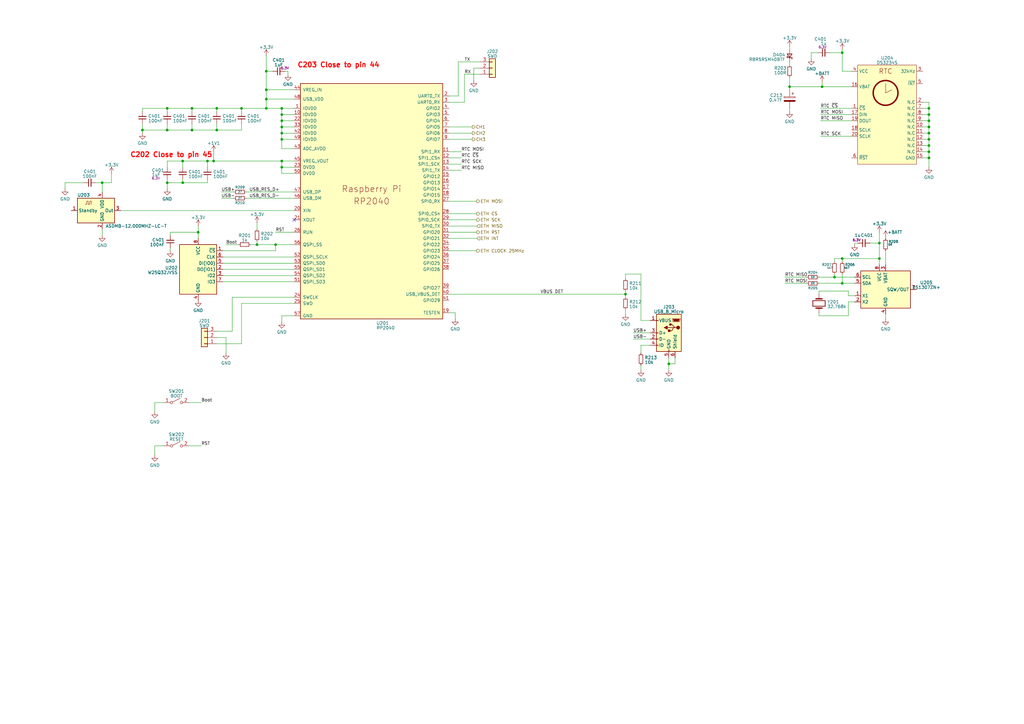
<source format=kicad_sch>
(kicad_sch (version 20230121) (generator eeschema)

  (uuid fb53a772-8e58-43c8-9fb2-f8e622265cbb)

  (paper "A3")

  (lib_symbols
    (symbol "Connector:USB_B_Micro" (pin_names (offset 1.016)) (in_bom yes) (on_board yes)
      (property "Reference" "J" (at -5.08 11.43 0)
        (effects (font (size 1.27 1.27)) (justify left))
      )
      (property "Value" "USB_B_Micro" (at -5.08 8.89 0)
        (effects (font (size 1.27 1.27)) (justify left))
      )
      (property "Footprint" "" (at 3.81 -1.27 0)
        (effects (font (size 1.27 1.27)) hide)
      )
      (property "Datasheet" "~" (at 3.81 -1.27 0)
        (effects (font (size 1.27 1.27)) hide)
      )
      (property "ki_keywords" "connector USB micro" (at 0 0 0)
        (effects (font (size 1.27 1.27)) hide)
      )
      (property "ki_description" "USB Micro Type B connector" (at 0 0 0)
        (effects (font (size 1.27 1.27)) hide)
      )
      (property "ki_fp_filters" "USB*" (at 0 0 0)
        (effects (font (size 1.27 1.27)) hide)
      )
      (symbol "USB_B_Micro_0_1"
        (rectangle (start -5.08 -7.62) (end 5.08 7.62)
          (stroke (width 0.254) (type default))
          (fill (type background))
        )
        (circle (center -3.81 2.159) (radius 0.635)
          (stroke (width 0.254) (type default))
          (fill (type outline))
        )
        (circle (center -0.635 3.429) (radius 0.381)
          (stroke (width 0.254) (type default))
          (fill (type outline))
        )
        (rectangle (start -0.127 -7.62) (end 0.127 -6.858)
          (stroke (width 0) (type default))
          (fill (type none))
        )
        (polyline
          (pts
            (xy -1.905 2.159)
            (xy 0.635 2.159)
          )
          (stroke (width 0.254) (type default))
          (fill (type none))
        )
        (polyline
          (pts
            (xy -3.175 2.159)
            (xy -2.54 2.159)
            (xy -1.27 3.429)
            (xy -0.635 3.429)
          )
          (stroke (width 0.254) (type default))
          (fill (type none))
        )
        (polyline
          (pts
            (xy -2.54 2.159)
            (xy -1.905 2.159)
            (xy -1.27 0.889)
            (xy 0 0.889)
          )
          (stroke (width 0.254) (type default))
          (fill (type none))
        )
        (polyline
          (pts
            (xy 0.635 2.794)
            (xy 0.635 1.524)
            (xy 1.905 2.159)
            (xy 0.635 2.794)
          )
          (stroke (width 0.254) (type default))
          (fill (type outline))
        )
        (polyline
          (pts
            (xy -4.318 5.588)
            (xy -1.778 5.588)
            (xy -2.032 4.826)
            (xy -4.064 4.826)
            (xy -4.318 5.588)
          )
          (stroke (width 0) (type default))
          (fill (type outline))
        )
        (polyline
          (pts
            (xy -4.699 5.842)
            (xy -4.699 5.588)
            (xy -4.445 4.826)
            (xy -4.445 4.572)
            (xy -1.651 4.572)
            (xy -1.651 4.826)
            (xy -1.397 5.588)
            (xy -1.397 5.842)
            (xy -4.699 5.842)
          )
          (stroke (width 0) (type default))
          (fill (type none))
        )
        (rectangle (start 0.254 1.27) (end -0.508 0.508)
          (stroke (width 0.254) (type default))
          (fill (type outline))
        )
        (rectangle (start 5.08 -5.207) (end 4.318 -4.953)
          (stroke (width 0) (type default))
          (fill (type none))
        )
        (rectangle (start 5.08 -2.667) (end 4.318 -2.413)
          (stroke (width 0) (type default))
          (fill (type none))
        )
        (rectangle (start 5.08 -0.127) (end 4.318 0.127)
          (stroke (width 0) (type default))
          (fill (type none))
        )
        (rectangle (start 5.08 4.953) (end 4.318 5.207)
          (stroke (width 0) (type default))
          (fill (type none))
        )
      )
      (symbol "USB_B_Micro_1_1"
        (pin power_out line (at 7.62 5.08 180) (length 2.54)
          (name "VBUS" (effects (font (size 1.27 1.27))))
          (number "1" (effects (font (size 1.27 1.27))))
        )
        (pin bidirectional line (at 7.62 -2.54 180) (length 2.54)
          (name "D-" (effects (font (size 1.27 1.27))))
          (number "2" (effects (font (size 1.27 1.27))))
        )
        (pin bidirectional line (at 7.62 0 180) (length 2.54)
          (name "D+" (effects (font (size 1.27 1.27))))
          (number "3" (effects (font (size 1.27 1.27))))
        )
        (pin passive line (at 7.62 -5.08 180) (length 2.54)
          (name "ID" (effects (font (size 1.27 1.27))))
          (number "4" (effects (font (size 1.27 1.27))))
        )
        (pin power_out line (at 0 -10.16 90) (length 2.54)
          (name "GND" (effects (font (size 1.27 1.27))))
          (number "5" (effects (font (size 1.27 1.27))))
        )
        (pin passive line (at -2.54 -10.16 90) (length 2.54)
          (name "Shield" (effects (font (size 1.27 1.27))))
          (number "6" (effects (font (size 1.27 1.27))))
        )
      )
    )
    (symbol "Connector_Generic:Conn_01x03" (pin_names (offset 1.016) hide) (in_bom yes) (on_board yes)
      (property "Reference" "J" (at 0 5.08 0)
        (effects (font (size 1.27 1.27)))
      )
      (property "Value" "Conn_01x03" (at 0 -5.08 0)
        (effects (font (size 1.27 1.27)))
      )
      (property "Footprint" "" (at 0 0 0)
        (effects (font (size 1.27 1.27)) hide)
      )
      (property "Datasheet" "~" (at 0 0 0)
        (effects (font (size 1.27 1.27)) hide)
      )
      (property "ki_keywords" "connector" (at 0 0 0)
        (effects (font (size 1.27 1.27)) hide)
      )
      (property "ki_description" "Generic connector, single row, 01x03, script generated (kicad-library-utils/schlib/autogen/connector/)" (at 0 0 0)
        (effects (font (size 1.27 1.27)) hide)
      )
      (property "ki_fp_filters" "Connector*:*_1x??_*" (at 0 0 0)
        (effects (font (size 1.27 1.27)) hide)
      )
      (symbol "Conn_01x03_1_1"
        (rectangle (start -1.27 -2.413) (end 0 -2.667)
          (stroke (width 0.1524) (type default))
          (fill (type none))
        )
        (rectangle (start -1.27 0.127) (end 0 -0.127)
          (stroke (width 0.1524) (type default))
          (fill (type none))
        )
        (rectangle (start -1.27 2.667) (end 0 2.413)
          (stroke (width 0.1524) (type default))
          (fill (type none))
        )
        (rectangle (start -1.27 3.81) (end 1.27 -3.81)
          (stroke (width 0.254) (type default))
          (fill (type background))
        )
        (pin passive line (at -5.08 2.54 0) (length 3.81)
          (name "Pin_1" (effects (font (size 1.27 1.27))))
          (number "1" (effects (font (size 1.27 1.27))))
        )
        (pin passive line (at -5.08 0 0) (length 3.81)
          (name "Pin_2" (effects (font (size 1.27 1.27))))
          (number "2" (effects (font (size 1.27 1.27))))
        )
        (pin passive line (at -5.08 -2.54 0) (length 3.81)
          (name "Pin_3" (effects (font (size 1.27 1.27))))
          (number "3" (effects (font (size 1.27 1.27))))
        )
      )
    )
    (symbol "Device:C_Polarized" (pin_numbers hide) (pin_names (offset 0.254)) (in_bom yes) (on_board yes)
      (property "Reference" "C" (at 0.635 2.54 0)
        (effects (font (size 1.27 1.27)) (justify left))
      )
      (property "Value" "C_Polarized" (at 0.635 -2.54 0)
        (effects (font (size 1.27 1.27)) (justify left))
      )
      (property "Footprint" "" (at 0.9652 -3.81 0)
        (effects (font (size 1.27 1.27)) hide)
      )
      (property "Datasheet" "~" (at 0 0 0)
        (effects (font (size 1.27 1.27)) hide)
      )
      (property "ki_keywords" "cap capacitor" (at 0 0 0)
        (effects (font (size 1.27 1.27)) hide)
      )
      (property "ki_description" "Polarized capacitor" (at 0 0 0)
        (effects (font (size 1.27 1.27)) hide)
      )
      (property "ki_fp_filters" "CP_*" (at 0 0 0)
        (effects (font (size 1.27 1.27)) hide)
      )
      (symbol "C_Polarized_0_1"
        (rectangle (start -2.286 0.508) (end 2.286 1.016)
          (stroke (width 0) (type default))
          (fill (type none))
        )
        (polyline
          (pts
            (xy -1.778 2.286)
            (xy -0.762 2.286)
          )
          (stroke (width 0) (type default))
          (fill (type none))
        )
        (polyline
          (pts
            (xy -1.27 2.794)
            (xy -1.27 1.778)
          )
          (stroke (width 0) (type default))
          (fill (type none))
        )
        (rectangle (start 2.286 -0.508) (end -2.286 -1.016)
          (stroke (width 0) (type default))
          (fill (type outline))
        )
      )
      (symbol "C_Polarized_1_1"
        (pin passive line (at 0 3.81 270) (length 2.794)
          (name "~" (effects (font (size 1.27 1.27))))
          (number "1" (effects (font (size 1.27 1.27))))
        )
        (pin passive line (at 0 -3.81 90) (length 2.794)
          (name "~" (effects (font (size 1.27 1.27))))
          (number "2" (effects (font (size 1.27 1.27))))
        )
      )
    )
    (symbol "Device:C_Small" (pin_numbers hide) (pin_names (offset 0.254) hide) (in_bom yes) (on_board yes)
      (property "Reference" "C" (at 0.254 1.778 0)
        (effects (font (size 1.27 1.27)) (justify left))
      )
      (property "Value" "C_Small" (at 0.254 -2.032 0)
        (effects (font (size 1.27 1.27)) (justify left))
      )
      (property "Footprint" "" (at 0 0 0)
        (effects (font (size 1.27 1.27)) hide)
      )
      (property "Datasheet" "~" (at 0 0 0)
        (effects (font (size 1.27 1.27)) hide)
      )
      (property "ki_keywords" "capacitor cap" (at 0 0 0)
        (effects (font (size 1.27 1.27)) hide)
      )
      (property "ki_description" "Unpolarized capacitor, small symbol" (at 0 0 0)
        (effects (font (size 1.27 1.27)) hide)
      )
      (property "ki_fp_filters" "C_*" (at 0 0 0)
        (effects (font (size 1.27 1.27)) hide)
      )
      (symbol "C_Small_0_1"
        (polyline
          (pts
            (xy -1.524 -0.508)
            (xy 1.524 -0.508)
          )
          (stroke (width 0.3302) (type default))
          (fill (type none))
        )
        (polyline
          (pts
            (xy -1.524 0.508)
            (xy 1.524 0.508)
          )
          (stroke (width 0.3048) (type default))
          (fill (type none))
        )
      )
      (symbol "C_Small_1_1"
        (pin passive line (at 0 2.54 270) (length 2.032)
          (name "~" (effects (font (size 1.27 1.27))))
          (number "1" (effects (font (size 1.27 1.27))))
        )
        (pin passive line (at 0 -2.54 90) (length 2.032)
          (name "~" (effects (font (size 1.27 1.27))))
          (number "2" (effects (font (size 1.27 1.27))))
        )
      )
    )
    (symbol "Device:Crystal" (pin_numbers hide) (pin_names (offset 1.016) hide) (in_bom yes) (on_board yes)
      (property "Reference" "Y" (at 0 3.81 0)
        (effects (font (size 1.27 1.27)))
      )
      (property "Value" "Crystal" (at 0 -3.81 0)
        (effects (font (size 1.27 1.27)))
      )
      (property "Footprint" "" (at 0 0 0)
        (effects (font (size 1.27 1.27)) hide)
      )
      (property "Datasheet" "~" (at 0 0 0)
        (effects (font (size 1.27 1.27)) hide)
      )
      (property "ki_keywords" "quartz ceramic resonator oscillator" (at 0 0 0)
        (effects (font (size 1.27 1.27)) hide)
      )
      (property "ki_description" "Two pin crystal" (at 0 0 0)
        (effects (font (size 1.27 1.27)) hide)
      )
      (property "ki_fp_filters" "Crystal*" (at 0 0 0)
        (effects (font (size 1.27 1.27)) hide)
      )
      (symbol "Crystal_0_1"
        (rectangle (start -1.143 2.54) (end 1.143 -2.54)
          (stroke (width 0.3048) (type default))
          (fill (type none))
        )
        (polyline
          (pts
            (xy -2.54 0)
            (xy -1.905 0)
          )
          (stroke (width 0) (type default))
          (fill (type none))
        )
        (polyline
          (pts
            (xy -1.905 -1.27)
            (xy -1.905 1.27)
          )
          (stroke (width 0.508) (type default))
          (fill (type none))
        )
        (polyline
          (pts
            (xy 1.905 -1.27)
            (xy 1.905 1.27)
          )
          (stroke (width 0.508) (type default))
          (fill (type none))
        )
        (polyline
          (pts
            (xy 2.54 0)
            (xy 1.905 0)
          )
          (stroke (width 0) (type default))
          (fill (type none))
        )
      )
      (symbol "Crystal_1_1"
        (pin passive line (at -3.81 0 0) (length 1.27)
          (name "1" (effects (font (size 1.27 1.27))))
          (number "1" (effects (font (size 1.27 1.27))))
        )
        (pin passive line (at 3.81 0 180) (length 1.27)
          (name "2" (effects (font (size 1.27 1.27))))
          (number "2" (effects (font (size 1.27 1.27))))
        )
      )
    )
    (symbol "Device:D_Schottky_Small" (pin_numbers hide) (pin_names (offset 0.254) hide) (in_bom yes) (on_board yes)
      (property "Reference" "D" (at -1.27 2.032 0)
        (effects (font (size 1.27 1.27)) (justify left))
      )
      (property "Value" "D_Schottky_Small" (at -7.112 -2.032 0)
        (effects (font (size 1.27 1.27)) (justify left))
      )
      (property "Footprint" "" (at 0 0 90)
        (effects (font (size 1.27 1.27)) hide)
      )
      (property "Datasheet" "~" (at 0 0 90)
        (effects (font (size 1.27 1.27)) hide)
      )
      (property "ki_keywords" "diode Schottky" (at 0 0 0)
        (effects (font (size 1.27 1.27)) hide)
      )
      (property "ki_description" "Schottky diode, small symbol" (at 0 0 0)
        (effects (font (size 1.27 1.27)) hide)
      )
      (property "ki_fp_filters" "TO-???* *_Diode_* *SingleDiode* D_*" (at 0 0 0)
        (effects (font (size 1.27 1.27)) hide)
      )
      (symbol "D_Schottky_Small_0_1"
        (polyline
          (pts
            (xy -0.762 0)
            (xy 0.762 0)
          )
          (stroke (width 0) (type default))
          (fill (type none))
        )
        (polyline
          (pts
            (xy 0.762 -1.016)
            (xy -0.762 0)
            (xy 0.762 1.016)
            (xy 0.762 -1.016)
          )
          (stroke (width 0.254) (type default))
          (fill (type none))
        )
        (polyline
          (pts
            (xy -1.27 0.762)
            (xy -1.27 1.016)
            (xy -0.762 1.016)
            (xy -0.762 -1.016)
            (xy -0.254 -1.016)
            (xy -0.254 -0.762)
          )
          (stroke (width 0.254) (type default))
          (fill (type none))
        )
      )
      (symbol "D_Schottky_Small_1_1"
        (pin passive line (at -2.54 0 0) (length 1.778)
          (name "K" (effects (font (size 1.27 1.27))))
          (number "1" (effects (font (size 1.27 1.27))))
        )
        (pin passive line (at 2.54 0 180) (length 1.778)
          (name "A" (effects (font (size 1.27 1.27))))
          (number "2" (effects (font (size 1.27 1.27))))
        )
      )
    )
    (symbol "Device:R_Small" (pin_numbers hide) (pin_names (offset 0.254) hide) (in_bom yes) (on_board yes)
      (property "Reference" "R" (at 0.762 0.508 0)
        (effects (font (size 1.27 1.27)) (justify left))
      )
      (property "Value" "R_Small" (at 0.762 -1.016 0)
        (effects (font (size 1.27 1.27)) (justify left))
      )
      (property "Footprint" "" (at 0 0 0)
        (effects (font (size 1.27 1.27)) hide)
      )
      (property "Datasheet" "~" (at 0 0 0)
        (effects (font (size 1.27 1.27)) hide)
      )
      (property "ki_keywords" "R resistor" (at 0 0 0)
        (effects (font (size 1.27 1.27)) hide)
      )
      (property "ki_description" "Resistor, small symbol" (at 0 0 0)
        (effects (font (size 1.27 1.27)) hide)
      )
      (property "ki_fp_filters" "R_*" (at 0 0 0)
        (effects (font (size 1.27 1.27)) hide)
      )
      (symbol "R_Small_0_1"
        (rectangle (start -0.762 1.778) (end 0.762 -1.778)
          (stroke (width 0.2032) (type default))
          (fill (type none))
        )
      )
      (symbol "R_Small_1_1"
        (pin passive line (at 0 2.54 270) (length 0.762)
          (name "~" (effects (font (size 1.27 1.27))))
          (number "1" (effects (font (size 1.27 1.27))))
        )
        (pin passive line (at 0 -2.54 90) (length 0.762)
          (name "~" (effects (font (size 1.27 1.27))))
          (number "2" (effects (font (size 1.27 1.27))))
        )
      )
    )
    (symbol "Findersee_parts:DS3234S" (in_bom yes) (on_board yes)
      (property "Reference" "U?" (at 0 16.51 0)
        (effects (font (size 1.27 1.27)) (justify left))
      )
      (property "Value" "DS3234S" (at 19.05 16.51 0)
        (effects (font (size 1.27 1.27)))
      )
      (property "Footprint" "Package_SO:SOIC-20W_7.5x12.8mm_P1.27mm" (at 22.86 -27.94 0)
        (effects (font (size 1.27 1.27)) hide)
      )
      (property "Datasheet" "" (at 20.32 2.54 0)
        (effects (font (size 1.27 1.27)) hide)
      )
      (symbol "DS3234S_0_0"
        (pin input line (at -2.54 -2.54 0) (length 2.54)
          (name "~{CS}" (effects (font (size 1.27 1.27))))
          (number "1" (effects (font (size 1.27 1.27))))
        )
        (pin passive line (at 26.67 -10.16 180) (length 2.54)
          (name "N.C" (effects (font (size 1.27 1.27))))
          (number "10" (effects (font (size 1.27 1.27))))
        )
        (pin passive line (at 26.67 -12.7 180) (length 2.54)
          (name "N.C" (effects (font (size 1.27 1.27))))
          (number "11" (effects (font (size 1.27 1.27))))
        )
        (pin passive line (at 26.67 -15.24 180) (length 2.54)
          (name "N.C" (effects (font (size 1.27 1.27))))
          (number "12" (effects (font (size 1.27 1.27))))
        )
        (pin passive line (at 26.67 -17.78 180) (length 2.54)
          (name "N.C" (effects (font (size 1.27 1.27))))
          (number "13" (effects (font (size 1.27 1.27))))
        )
        (pin passive line (at 26.67 -20.32 180) (length 2.54)
          (name "N.C" (effects (font (size 1.27 1.27))))
          (number "14" (effects (font (size 1.27 1.27))))
        )
        (pin power_in line (at 26.67 -22.86 180) (length 2.54)
          (name "GND" (effects (font (size 1.27 1.27))))
          (number "15" (effects (font (size 1.27 1.27))))
        )
        (pin power_in line (at -2.54 6.35 0) (length 2.54)
          (name "VBAT" (effects (font (size 1.27 1.27))))
          (number "16" (effects (font (size 1.27 1.27))))
        )
        (pin input line (at -2.54 -5.08 0) (length 2.54)
          (name "DIN" (effects (font (size 1.27 1.27))))
          (number "17" (effects (font (size 1.27 1.27))))
        )
        (pin input line (at -2.54 -11.43 0) (length 2.54)
          (name "SCLK" (effects (font (size 1.27 1.27))))
          (number "18" (effects (font (size 1.27 1.27))))
        )
        (pin output line (at -2.54 -7.62 0) (length 2.54)
          (name "DOUT" (effects (font (size 1.27 1.27))))
          (number "19" (effects (font (size 1.27 1.27))))
        )
        (pin passive line (at 26.67 0 180) (length 2.54)
          (name "N.C" (effects (font (size 1.27 1.27))))
          (number "2" (effects (font (size 1.27 1.27))))
        )
        (pin input line (at -2.54 -13.97 0) (length 2.54)
          (name "SCLK" (effects (font (size 1.27 1.27))))
          (number "20" (effects (font (size 1.27 1.27))))
        )
        (pin output line (at 26.67 12.7 180) (length 2.54)
          (name "32kHz" (effects (font (size 1.27 1.27))))
          (number "3" (effects (font (size 1.27 1.27))))
        )
        (pin power_in line (at -2.54 12.7 0) (length 2.54)
          (name "VCC" (effects (font (size 1.27 1.27))))
          (number "4" (effects (font (size 1.27 1.27))))
        )
        (pin output line (at 26.67 7.62 180) (length 2.54)
          (name "~{INT}" (effects (font (size 1.27 1.27))))
          (number "5" (effects (font (size 1.27 1.27))))
          (alternate "SQW" output clock)
        )
        (pin input line (at -2.54 -22.86 0) (length 2.54)
          (name "~{RST}" (effects (font (size 1.27 1.27))))
          (number "6" (effects (font (size 1.27 1.27))))
        )
        (pin passive line (at 26.67 -2.54 180) (length 2.54)
          (name "N.C" (effects (font (size 1.27 1.27))))
          (number "7" (effects (font (size 1.27 1.27))))
        )
        (pin passive line (at 26.67 -5.08 180) (length 2.54)
          (name "N.C" (effects (font (size 1.27 1.27))))
          (number "8" (effects (font (size 1.27 1.27))))
        )
        (pin passive line (at 26.67 -7.62 180) (length 2.54)
          (name "N.C" (effects (font (size 1.27 1.27))))
          (number "9" (effects (font (size 1.27 1.27))))
        )
      )
      (symbol "DS3234S_0_1"
        (polyline
          (pts
            (xy 11.43 3.81)
            (xy 11.43 7.62)
          )
          (stroke (width 0) (type default))
          (fill (type none))
        )
        (polyline
          (pts
            (xy 11.43 3.81)
            (xy 13.97 5.08)
          )
          (stroke (width 0) (type default))
          (fill (type none))
        )
        (rectangle (start 0 15.24) (end 24.13 -25.4)
          (stroke (width 0) (type default))
          (fill (type background))
        )
        (circle (center 11.43 3.81) (radius 5.08)
          (stroke (width 0.6) (type default))
          (fill (type none))
        )
        (text "RTC" (at 11.43 12.7 0)
          (effects (font (size 2 2)))
        )
      )
    )
    (symbol "Findersee_parts:RP2040" (pin_names (offset 1.016)) (in_bom yes) (on_board yes)
      (property "Reference" "U?" (at -27.94 49.53 0)
        (effects (font (size 1.27 1.27)))
      )
      (property "Value" "RP2040" (at 24.13 -50.8 0)
        (effects (font (size 1.27 1.27)))
      )
      (property "Footprint" "RP2040_minimal:RP2040-QFN-56" (at -19.05 0 0)
        (effects (font (size 1.27 1.27)) hide)
      )
      (property "Datasheet" "" (at -19.05 0 0)
        (effects (font (size 1.27 1.27)) hide)
      )
      (symbol "RP2040_0_0"
        (text "Raspberry Pi" (at 0 5.08 0)
          (effects (font (size 2.54 2.54)))
        )
        (text "RP2040" (at 0 0 0)
          (effects (font (size 2.54 2.54)))
        )
      )
      (symbol "RP2040_0_1"
        (rectangle (start -29.21 48.26) (end 29.21 -48.26)
          (stroke (width 0.254) (type default))
          (fill (type background))
        )
      )
      (symbol "RP2040_1_1"
        (pin power_in line (at -31.75 38.1 0) (length 2.54)
          (name "IOVDD" (effects (font (size 1.27 1.27))))
          (number "1" (effects (font (size 1.27 1.27))))
        )
        (pin power_in line (at -31.75 35.56 0) (length 2.54)
          (name "IOVDD" (effects (font (size 1.27 1.27))))
          (number "10" (effects (font (size 1.27 1.27))))
        )
        (pin bidirectional line (at 31.75 20.32 180) (length 2.54)
          (name "GPIO8" (effects (font (size 1.27 1.27))))
          (number "11" (effects (font (size 1.27 1.27))))
          (alternate "I2C0 SDA" bidirectional line)
          (alternate "PWM4 A" output line)
          (alternate "SPI1 RX" passive line)
          (alternate "UART1 TX" output line)
          (alternate "USB VBUS EN" output line)
        )
        (pin bidirectional line (at 31.75 17.78 180) (length 2.54)
          (name "GPIO9" (effects (font (size 1.27 1.27))))
          (number "12" (effects (font (size 1.27 1.27))))
          (alternate "I2C0 SCL" output line)
          (alternate "PWM4 B" output line)
          (alternate "SPI1 CSn" passive line)
          (alternate "UART1 RX" input line)
          (alternate "USB OVCUR DET" input line)
        )
        (pin bidirectional line (at 31.75 15.24 180) (length 2.54)
          (name "GPIO10" (effects (font (size 1.27 1.27))))
          (number "13" (effects (font (size 1.27 1.27))))
          (alternate "I2C1 SDA" bidirectional line)
          (alternate "PWM5 A" output line)
          (alternate "SPI1 SCK" passive line)
          (alternate "UART1 CTS" input line)
          (alternate "USB VBUS DET" input line)
        )
        (pin bidirectional line (at 31.75 12.7 180) (length 2.54)
          (name "GPIO11" (effects (font (size 1.27 1.27))))
          (number "14" (effects (font (size 1.27 1.27))))
          (alternate "I2C1 SCL" output line)
          (alternate "PWM5 B" output line)
          (alternate "SPI1 TX" passive line)
          (alternate "UART1 RTS" output line)
          (alternate "USB VBUS EN" output line)
        )
        (pin bidirectional line (at 31.75 10.16 180) (length 2.54)
          (name "GPIO12" (effects (font (size 1.27 1.27))))
          (number "15" (effects (font (size 1.27 1.27))))
          (alternate "I2C0 SDA" bidirectional line)
          (alternate "PWM6 A" output line)
          (alternate "SPI1 RX" passive line)
          (alternate "UART0 TX" output line)
          (alternate "USB OVCUR DET" input line)
        )
        (pin bidirectional line (at 31.75 7.62 180) (length 2.54)
          (name "GPIO13" (effects (font (size 1.27 1.27))))
          (number "16" (effects (font (size 1.27 1.27))))
          (alternate "I2C0 SCL" output line)
          (alternate "PWM6 B" output line)
          (alternate "SPI1 CSn" passive line)
          (alternate "UART0 RX" input line)
          (alternate "USB VBUS DET" input line)
        )
        (pin bidirectional line (at 31.75 5.08 180) (length 2.54)
          (name "GPIO14" (effects (font (size 1.27 1.27))))
          (number "17" (effects (font (size 1.27 1.27))))
          (alternate "I2C1 SDA" bidirectional line)
          (alternate "PWM7 A" output line)
          (alternate "SPI1 SCK" passive line)
          (alternate "UART0 CTS" input line)
          (alternate "USB VBUS EN" output line)
        )
        (pin bidirectional line (at 31.75 2.54 180) (length 2.54)
          (name "GPIO15" (effects (font (size 1.27 1.27))))
          (number "18" (effects (font (size 1.27 1.27))))
          (alternate "I2C1 SCL" output line)
          (alternate "PWM7 B" output line)
          (alternate "SPI1 TX" passive line)
          (alternate "UART0 RTS" output line)
          (alternate "USB OVCUR DET" input line)
        )
        (pin passive line (at 31.75 -45.72 180) (length 2.54)
          (name "TESTEN" (effects (font (size 1.27 1.27))))
          (number "19" (effects (font (size 1.27 1.27))))
        )
        (pin bidirectional line (at 31.75 43.18 180) (length 2.54)
          (name "GPIO0" (effects (font (size 1.27 1.27))))
          (number "2" (effects (font (size 1.27 1.27))))
          (alternate "I2C0 SDA" bidirectional line)
          (alternate "PWM0 A" output line)
          (alternate "SPI0 RX" input line)
          (alternate "UART0 TX" output line)
          (alternate "USB OVCUR DET" input line)
        )
        (pin input line (at -31.75 -3.81 0) (length 2.54)
          (name "XIN" (effects (font (size 1.27 1.27))))
          (number "20" (effects (font (size 1.27 1.27))))
        )
        (pin passive line (at -31.75 -7.62 0) (length 2.54)
          (name "XOUT" (effects (font (size 1.27 1.27))))
          (number "21" (effects (font (size 1.27 1.27))))
        )
        (pin power_in line (at -31.75 33.02 0) (length 2.54)
          (name "IOVDD" (effects (font (size 1.27 1.27))))
          (number "22" (effects (font (size 1.27 1.27))))
        )
        (pin power_in line (at -31.75 13.97 0) (length 2.54)
          (name "DVDD" (effects (font (size 1.27 1.27))))
          (number "23" (effects (font (size 1.27 1.27))))
        )
        (pin output line (at -31.75 -39.37 0) (length 2.54)
          (name "SWCLK" (effects (font (size 1.27 1.27))))
          (number "24" (effects (font (size 1.27 1.27))))
        )
        (pin bidirectional line (at -31.75 -41.91 0) (length 2.54)
          (name "SWD" (effects (font (size 1.27 1.27))))
          (number "25" (effects (font (size 1.27 1.27))))
        )
        (pin input line (at -31.75 -12.7 0) (length 2.54)
          (name "RUN" (effects (font (size 1.27 1.27))))
          (number "26" (effects (font (size 1.27 1.27))))
        )
        (pin bidirectional line (at 31.75 0 180) (length 2.54)
          (name "GPIO16" (effects (font (size 1.27 1.27))))
          (number "27" (effects (font (size 1.27 1.27))))
          (alternate "I2C0 SDA" bidirectional line)
          (alternate "PWM0 A" output line)
          (alternate "SPI0 RX" passive line)
          (alternate "UART0 TX" output line)
          (alternate "USB VBUS DET" input line)
        )
        (pin bidirectional line (at 31.75 -5.08 180) (length 2.54)
          (name "GPIO17" (effects (font (size 1.27 1.27))))
          (number "28" (effects (font (size 1.27 1.27))))
          (alternate "I2C0 SCL" output line)
          (alternate "PWM0 B" output line)
          (alternate "SPI0 CSn" passive line)
          (alternate "UART0 RX" input line)
          (alternate "USB VBUS EN" output line)
        )
        (pin bidirectional line (at 31.75 -7.62 180) (length 2.54)
          (name "GPIO18" (effects (font (size 1.27 1.27))))
          (number "29" (effects (font (size 1.27 1.27))))
          (alternate "I2C1 SDA" bidirectional line)
          (alternate "PWM1 A" output line)
          (alternate "SPI0 SCK" passive line)
          (alternate "UART0 CTS" input line)
          (alternate "USB OVCUR DET" input line)
        )
        (pin bidirectional line (at 31.75 40.64 180) (length 2.54)
          (name "GPIO1" (effects (font (size 1.27 1.27))))
          (number "3" (effects (font (size 1.27 1.27))))
          (alternate "I2C0 SCL" passive line)
          (alternate "PWM0 B" output line)
          (alternate "SPI0 CSn" passive line)
          (alternate "UART0 RX" input line)
          (alternate "USB VBUS DET" input line)
        )
        (pin bidirectional line (at 31.75 -10.16 180) (length 2.54)
          (name "GPIO19" (effects (font (size 1.27 1.27))))
          (number "30" (effects (font (size 1.27 1.27))))
          (alternate "I2C1 SCL" output line)
          (alternate "PWM1 B" output line)
          (alternate "SPI0 TX" passive line)
          (alternate "UART0 RTS" output line)
          (alternate "USB VBUS DET" input line)
        )
        (pin bidirectional line (at 31.75 -12.7 180) (length 2.54)
          (name "GPIO20" (effects (font (size 1.27 1.27))))
          (number "31" (effects (font (size 1.27 1.27))))
          (alternate "CLOCK GPIN0" input line)
          (alternate "I2C0 SDA" bidirectional line)
          (alternate "PWM2 A" output line)
          (alternate "SPI0 RX" passive line)
          (alternate "UART1 TX" output line)
          (alternate "USB VBUS EN" output line)
        )
        (pin bidirectional line (at 31.75 -15.24 180) (length 2.54)
          (name "GPIO21" (effects (font (size 1.27 1.27))))
          (number "32" (effects (font (size 1.27 1.27))))
          (alternate "CLOCK GPOUT0" output line)
          (alternate "I2C0 SCL" output line)
          (alternate "PWM2 B" output line)
          (alternate "SPI0 CSn" passive line)
          (alternate "UART1 RX" input line)
          (alternate "USB OVCUR DET" input line)
        )
        (pin power_in line (at -31.75 30.48 0) (length 2.54)
          (name "IOVDD" (effects (font (size 1.27 1.27))))
          (number "33" (effects (font (size 1.27 1.27))))
        )
        (pin bidirectional line (at 31.75 -17.78 180) (length 2.54)
          (name "GPIO22" (effects (font (size 1.27 1.27))))
          (number "34" (effects (font (size 1.27 1.27))))
          (alternate "CLOCK GPIN1" input line)
          (alternate "I2C1 SDA" bidirectional line)
          (alternate "PWM3 A" output line)
          (alternate "SPI0 SCK" passive line)
          (alternate "UART1 CTS" input line)
          (alternate "USB VBUS DET" input line)
        )
        (pin bidirectional line (at 31.75 -20.32 180) (length 2.54)
          (name "GPIO23" (effects (font (size 1.27 1.27))))
          (number "35" (effects (font (size 1.27 1.27))))
          (alternate "CLOCK GPOUT1" output line)
          (alternate "I2C1 SCL" output line)
          (alternate "PWM3 B" output line)
          (alternate "SPI0 TX" passive line)
          (alternate "UART1 RTS" output line)
          (alternate "USB VBUS EN" output line)
        )
        (pin bidirectional line (at 31.75 -22.86 180) (length 2.54)
          (name "GPIO24" (effects (font (size 1.27 1.27))))
          (number "36" (effects (font (size 1.27 1.27))))
          (alternate "CLOCK GPOUT2" output line)
          (alternate "I2C0 SDA" bidirectional line)
          (alternate "PWM4 A" output line)
          (alternate "SPI1 RX" passive line)
          (alternate "UART1 TX" output line)
          (alternate "USB OVCUR DET" input line)
        )
        (pin bidirectional line (at 31.75 -25.4 180) (length 2.54)
          (name "GPIO25" (effects (font (size 1.27 1.27))))
          (number "37" (effects (font (size 1.27 1.27))))
          (alternate "CLOCK GPOUT3" output line)
          (alternate "I2C0 SCL" output line)
          (alternate "PWM4 B" output line)
          (alternate "SPI1 CSn" passive line)
          (alternate "UART1 RX" input line)
          (alternate "USB VBUS DET" input line)
        )
        (pin bidirectional line (at 31.75 -27.94 180) (length 2.54)
          (name "GPIO26" (effects (font (size 1.27 1.27))))
          (number "38" (effects (font (size 1.27 1.27))))
          (alternate "ADC0" passive line)
          (alternate "I2C1 SDA" bidirectional line)
          (alternate "PWM5 A" output line)
          (alternate "SPI1 SCK" passive line)
          (alternate "UART1 CTS" input line)
          (alternate "USB VBUS EN" output line)
        )
        (pin bidirectional line (at 31.75 -35.56 180) (length 2.54)
          (name "GPIO27" (effects (font (size 1.27 1.27))))
          (number "39" (effects (font (size 1.27 1.27))))
          (alternate "ADC1" passive line)
          (alternate "I2C1 SCL" output line)
          (alternate "PWM5 B" output line)
          (alternate "SPI1 TX" passive line)
          (alternate "UART1 RTS" output line)
          (alternate "USB OVCUR DET" input line)
        )
        (pin bidirectional line (at 31.75 38.1 180) (length 2.54)
          (name "GPIO2" (effects (font (size 1.27 1.27))))
          (number "4" (effects (font (size 1.27 1.27))))
          (alternate "I2C1 SDA" bidirectional line)
          (alternate "PWM1 A" output line)
          (alternate "SPI0 SCK" passive line)
          (alternate "UART0 CTS" input line)
          (alternate "USB VBUS EN" output line)
        )
        (pin bidirectional line (at 31.75 -38.1 180) (length 2.54)
          (name "GPIO28" (effects (font (size 1.27 1.27))))
          (number "40" (effects (font (size 1.27 1.27))))
          (alternate "ADC2" passive line)
          (alternate "I2C0 SDA" bidirectional line)
          (alternate "PWM6 A" output line)
          (alternate "SPI1 RX" passive line)
          (alternate "UART0 TX" output line)
          (alternate "USB VBUS DET" input line)
        )
        (pin bidirectional line (at 31.75 -40.64 180) (length 2.54)
          (name "GPIO29" (effects (font (size 1.27 1.27))))
          (number "41" (effects (font (size 1.27 1.27))))
          (alternate "ADC3" passive line)
          (alternate "I2C0 SCL" output line)
          (alternate "PWM6 B" output line)
          (alternate "SPI1 CSn" passive line)
          (alternate "UART0 RX" input line)
          (alternate "USB VBUS EN" output line)
        )
        (pin power_in line (at -31.75 27.94 0) (length 2.54)
          (name "IOVDD" (effects (font (size 1.27 1.27))))
          (number "42" (effects (font (size 1.27 1.27))))
        )
        (pin power_in line (at -31.75 21.59 0) (length 2.54)
          (name "ADC_AVDD" (effects (font (size 1.27 1.27))))
          (number "43" (effects (font (size 1.27 1.27))))
        )
        (pin power_in line (at -31.75 45.72 0) (length 2.54)
          (name "VREG_IN" (effects (font (size 1.27 1.27))))
          (number "44" (effects (font (size 1.27 1.27))))
        )
        (pin power_out line (at -31.75 16.51 0) (length 2.54)
          (name "VREG_VOUT" (effects (font (size 1.27 1.27))))
          (number "45" (effects (font (size 1.27 1.27))))
        )
        (pin bidirectional line (at -31.75 1.27 0) (length 2.54)
          (name "USB_DM" (effects (font (size 1.27 1.27))))
          (number "46" (effects (font (size 1.27 1.27))))
        )
        (pin bidirectional line (at -31.75 3.81 0) (length 2.54)
          (name "USB_DP" (effects (font (size 1.27 1.27))))
          (number "47" (effects (font (size 1.27 1.27))))
        )
        (pin power_in line (at -31.75 41.91 0) (length 2.54)
          (name "USB_VDD" (effects (font (size 1.27 1.27))))
          (number "48" (effects (font (size 1.27 1.27))))
        )
        (pin power_in line (at -31.75 25.4 0) (length 2.54)
          (name "IOVDD" (effects (font (size 1.27 1.27))))
          (number "49" (effects (font (size 1.27 1.27))))
        )
        (pin bidirectional line (at 31.75 35.56 180) (length 2.54)
          (name "GPIO3" (effects (font (size 1.27 1.27))))
          (number "5" (effects (font (size 1.27 1.27))))
          (alternate "I2C1 SCL" output line)
          (alternate "PWM1 B" output line)
          (alternate "SPI0 TX" passive line)
          (alternate "UART0 RTS" output line)
          (alternate "USB OVCUR DET" input line)
        )
        (pin power_in line (at -31.75 11.43 0) (length 2.54)
          (name "DVDD" (effects (font (size 1.27 1.27))))
          (number "50" (effects (font (size 1.27 1.27))))
        )
        (pin bidirectional line (at -31.75 -33.02 0) (length 2.54)
          (name "QSPI_SD3" (effects (font (size 1.27 1.27))))
          (number "51" (effects (font (size 1.27 1.27))))
        )
        (pin output line (at -31.75 -22.86 0) (length 2.54)
          (name "QSPI_SCLK" (effects (font (size 1.27 1.27))))
          (number "52" (effects (font (size 1.27 1.27))))
        )
        (pin bidirectional line (at -31.75 -25.4 0) (length 2.54)
          (name "QSPI_SD0" (effects (font (size 1.27 1.27))))
          (number "53" (effects (font (size 1.27 1.27))))
        )
        (pin bidirectional line (at -31.75 -30.48 0) (length 2.54)
          (name "QSPI_SD2" (effects (font (size 1.27 1.27))))
          (number "54" (effects (font (size 1.27 1.27))))
        )
        (pin bidirectional line (at -31.75 -27.94 0) (length 2.54)
          (name "QSPI_SD1" (effects (font (size 1.27 1.27))))
          (number "55" (effects (font (size 1.27 1.27))))
        )
        (pin bidirectional line (at -31.75 -17.78 0) (length 2.54)
          (name "QSPI_SS" (effects (font (size 1.27 1.27))))
          (number "56" (effects (font (size 1.27 1.27))))
        )
        (pin power_in line (at -31.75 -46.99 0) (length 2.54)
          (name "GND" (effects (font (size 1.27 1.27))))
          (number "57" (effects (font (size 1.27 1.27))))
        )
        (pin bidirectional line (at 31.75 33.02 180) (length 2.54)
          (name "GPIO4" (effects (font (size 1.27 1.27))))
          (number "6" (effects (font (size 1.27 1.27))))
          (alternate "I2C0 SDA" bidirectional line)
          (alternate "PWM2 A" output line)
          (alternate "SPI0 RX" passive line)
          (alternate "UART1 TX" output line)
          (alternate "USB VBUS DET" input line)
        )
        (pin bidirectional line (at 31.75 30.48 180) (length 2.54)
          (name "GPIO5" (effects (font (size 1.27 1.27))))
          (number "7" (effects (font (size 1.27 1.27))))
          (alternate "I2C0 SCL" output line)
          (alternate "PWM2 B" output line)
          (alternate "SPI0 CSn" passive line)
          (alternate "UART1 RX" input line)
          (alternate "USB VBUS EN" output line)
        )
        (pin bidirectional line (at 31.75 27.94 180) (length 2.54)
          (name "GPIO6" (effects (font (size 1.27 1.27))))
          (number "8" (effects (font (size 1.27 1.27))))
          (alternate "I2C1 SDA" bidirectional line)
          (alternate "PWM3 A" output line)
          (alternate "SPI0 SCK" passive line)
          (alternate "UART1 CTS" input line)
          (alternate "USB OVCUR DET" input line)
        )
        (pin bidirectional line (at 31.75 25.4 180) (length 2.54)
          (name "GPIO7" (effects (font (size 1.27 1.27))))
          (number "9" (effects (font (size 1.27 1.27))))
          (alternate "I2C1 SCL" output line)
          (alternate "PWM3 B" output line)
          (alternate "SPI0 TX" passive line)
          (alternate "UART1 RTS" output line)
          (alternate "USB VBUS DET" input line)
        )
      )
    )
    (symbol "Memory_Flash:W25Q32JVSS" (in_bom yes) (on_board yes)
      (property "Reference" "U" (at -6.35 11.43 0)
        (effects (font (size 1.27 1.27)))
      )
      (property "Value" "W25Q32JVSS" (at 7.62 11.43 0)
        (effects (font (size 1.27 1.27)))
      )
      (property "Footprint" "Package_SO:SOIC-8_5.23x5.23mm_P1.27mm" (at 0 0 0)
        (effects (font (size 1.27 1.27)) hide)
      )
      (property "Datasheet" "http://www.winbond.com/resource-files/w25q32jv%20revg%2003272018%20plus.pdf" (at 0 0 0)
        (effects (font (size 1.27 1.27)) hide)
      )
      (property "ki_keywords" "flash memory SPI" (at 0 0 0)
        (effects (font (size 1.27 1.27)) hide)
      )
      (property "ki_description" "32Mb Serial Flash Memory, Standard/Dual/Quad SPI, SOIC-8" (at 0 0 0)
        (effects (font (size 1.27 1.27)) hide)
      )
      (property "ki_fp_filters" "SOIC*5.23x5.23mm*P1.27mm*" (at 0 0 0)
        (effects (font (size 1.27 1.27)) hide)
      )
      (symbol "W25Q32JVSS_0_1"
        (rectangle (start -7.62 10.16) (end 7.62 -10.16)
          (stroke (width 0.254) (type default))
          (fill (type background))
        )
      )
      (symbol "W25Q32JVSS_1_1"
        (pin input line (at -10.16 7.62 0) (length 2.54)
          (name "~{CS}" (effects (font (size 1.27 1.27))))
          (number "1" (effects (font (size 1.27 1.27))))
        )
        (pin bidirectional line (at -10.16 0 0) (length 2.54)
          (name "DO(IO1)" (effects (font (size 1.27 1.27))))
          (number "2" (effects (font (size 1.27 1.27))))
        )
        (pin bidirectional line (at -10.16 -2.54 0) (length 2.54)
          (name "IO2" (effects (font (size 1.27 1.27))))
          (number "3" (effects (font (size 1.27 1.27))))
        )
        (pin power_in line (at 0 -12.7 90) (length 2.54)
          (name "GND" (effects (font (size 1.27 1.27))))
          (number "4" (effects (font (size 1.27 1.27))))
        )
        (pin bidirectional line (at -10.16 2.54 0) (length 2.54)
          (name "DI(IO0)" (effects (font (size 1.27 1.27))))
          (number "5" (effects (font (size 1.27 1.27))))
        )
        (pin input line (at -10.16 5.08 0) (length 2.54)
          (name "CLK" (effects (font (size 1.27 1.27))))
          (number "6" (effects (font (size 1.27 1.27))))
        )
        (pin bidirectional line (at -10.16 -5.08 0) (length 2.54)
          (name "IO3" (effects (font (size 1.27 1.27))))
          (number "7" (effects (font (size 1.27 1.27))))
        )
        (pin power_in line (at 0 12.7 270) (length 2.54)
          (name "VCC" (effects (font (size 1.27 1.27))))
          (number "8" (effects (font (size 1.27 1.27))))
        )
      )
    )
    (symbol "Oscillator:ASDMB-xxxMHz" (in_bom yes) (on_board yes)
      (property "Reference" "U" (at -6.35 6.35 0)
        (effects (font (size 1.27 1.27)))
      )
      (property "Value" "ASDMB-xxxMHz" (at 11.43 6.35 0)
        (effects (font (size 1.27 1.27)))
      )
      (property "Footprint" "Oscillator:Oscillator_SMD_Abracon_ASDMB-4Pin_2.5x2.0mm" (at 0 0 0)
        (effects (font (size 1.27 1.27)) hide)
      )
      (property "Datasheet" "https://abracon.com/Oscillators/ASDMB.pdf" (at 7.62 11.43 0)
        (effects (font (size 1.27 1.27)) hide)
      )
      (property "ki_keywords" "1.8-3.3V SMD Ultra Miniature Crystal Clock Oscillator" (at 0 0 0)
        (effects (font (size 1.27 1.27)) hide)
      )
      (property "ki_description" "1.8-3.3V SMD Ultra Miniature Crystal Clock Oscillator, Abracon" (at 0 0 0)
        (effects (font (size 1.27 1.27)) hide)
      )
      (property "ki_fp_filters" "Oscillator*SMD*Abracon*ASDMB*2.5x2.0mm*" (at 0 0 0)
        (effects (font (size 1.27 1.27)) hide)
      )
      (symbol "ASDMB-xxxMHz_1_1"
        (rectangle (start -7.62 5.08) (end 7.62 -5.08)
          (stroke (width 0.254) (type default))
          (fill (type background))
        )
        (polyline
          (pts
            (xy -4.445 2.54)
            (xy -3.81 2.54)
            (xy -3.81 3.81)
            (xy -3.175 3.81)
            (xy -3.175 2.54)
            (xy -2.54 2.54)
            (xy -2.54 3.81)
            (xy -1.905 3.81)
            (xy -1.905 2.54)
          )
          (stroke (width 0) (type default))
          (fill (type none))
        )
        (pin input line (at -10.16 0 0) (length 2.54)
          (name "Standby" (effects (font (size 1.27 1.27))))
          (number "1" (effects (font (size 1.27 1.27))))
        )
        (pin power_in line (at 2.54 -7.62 90) (length 2.54)
          (name "GND" (effects (font (size 1.27 1.27))))
          (number "2" (effects (font (size 1.27 1.27))))
        )
        (pin output line (at 10.16 0 180) (length 2.54)
          (name "Out" (effects (font (size 1.27 1.27))))
          (number "3" (effects (font (size 1.27 1.27))))
        )
        (pin power_in line (at 2.54 7.62 270) (length 2.54)
          (name "VDD" (effects (font (size 1.27 1.27))))
          (number "4" (effects (font (size 1.27 1.27))))
        )
      )
    )
    (symbol "Switch:SW_SPST" (pin_names (offset 0) hide) (in_bom yes) (on_board yes)
      (property "Reference" "SW" (at 0 3.175 0)
        (effects (font (size 1.27 1.27)))
      )
      (property "Value" "SW_SPST" (at 0 -2.54 0)
        (effects (font (size 1.27 1.27)))
      )
      (property "Footprint" "" (at 0 0 0)
        (effects (font (size 1.27 1.27)) hide)
      )
      (property "Datasheet" "~" (at 0 0 0)
        (effects (font (size 1.27 1.27)) hide)
      )
      (property "ki_keywords" "switch lever" (at 0 0 0)
        (effects (font (size 1.27 1.27)) hide)
      )
      (property "ki_description" "Single Pole Single Throw (SPST) switch" (at 0 0 0)
        (effects (font (size 1.27 1.27)) hide)
      )
      (symbol "SW_SPST_0_0"
        (circle (center -2.032 0) (radius 0.508)
          (stroke (width 0) (type default))
          (fill (type none))
        )
        (polyline
          (pts
            (xy -1.524 0.254)
            (xy 1.524 1.778)
          )
          (stroke (width 0) (type default))
          (fill (type none))
        )
        (circle (center 2.032 0) (radius 0.508)
          (stroke (width 0) (type default))
          (fill (type none))
        )
      )
      (symbol "SW_SPST_1_1"
        (pin passive line (at -5.08 0 0) (length 2.54)
          (name "A" (effects (font (size 1.27 1.27))))
          (number "1" (effects (font (size 1.27 1.27))))
        )
        (pin passive line (at 5.08 0 180) (length 2.54)
          (name "B" (effects (font (size 1.27 1.27))))
          (number "2" (effects (font (size 1.27 1.27))))
        )
      )
    )
    (symbol "Timer_RTC:DS1307ZN+" (in_bom yes) (on_board yes)
      (property "Reference" "U" (at -8.89 8.89 0)
        (effects (font (size 1.27 1.27)))
      )
      (property "Value" "DS1307ZN+" (at 1.27 8.89 0)
        (effects (font (size 1.27 1.27)) (justify left))
      )
      (property "Footprint" "Package_SO:SOIC-8_3.9x4.9mm_P1.27mm" (at 0 -12.7 0)
        (effects (font (size 1.27 1.27)) hide)
      )
      (property "Datasheet" "https://datasheets.maximintegrated.com/en/ds/DS1307.pdf" (at 0 0 0)
        (effects (font (size 1.27 1.27)) hide)
      )
      (property "ki_keywords" "RTC, I2C Timekeeping Chip" (at 0 0 0)
        (effects (font (size 1.27 1.27)) hide)
      )
      (property "ki_description" "64 x 8, Serial, I2C Real-time clock, 4.5V to 5.5V VCC, -40°C to +85°C, SOIC-8" (at 0 0 0)
        (effects (font (size 1.27 1.27)) hide)
      )
      (property "ki_fp_filters" "SOIC*3.9x4.9mm?P1.27mm*" (at 0 0 0)
        (effects (font (size 1.27 1.27)) hide)
      )
      (symbol "DS1307ZN+_0_1"
        (rectangle (start -10.16 7.62) (end 10.16 -7.62)
          (stroke (width 0.254) (type default))
          (fill (type background))
        )
      )
      (symbol "DS1307ZN+_1_1"
        (pin input line (at -12.7 -2.54 0) (length 2.54)
          (name "X1" (effects (font (size 1.27 1.27))))
          (number "1" (effects (font (size 1.27 1.27))))
        )
        (pin input line (at -12.7 -5.08 0) (length 2.54)
          (name "X2" (effects (font (size 1.27 1.27))))
          (number "2" (effects (font (size 1.27 1.27))))
        )
        (pin power_in line (at 0 10.16 270) (length 2.54)
          (name "VBAT" (effects (font (size 1.27 1.27))))
          (number "3" (effects (font (size 1.27 1.27))))
        )
        (pin power_in line (at 0 -10.16 90) (length 2.54)
          (name "GND" (effects (font (size 1.27 1.27))))
          (number "4" (effects (font (size 1.27 1.27))))
        )
        (pin bidirectional line (at -12.7 2.54 0) (length 2.54)
          (name "SDA" (effects (font (size 1.27 1.27))))
          (number "5" (effects (font (size 1.27 1.27))))
        )
        (pin input line (at -12.7 5.08 0) (length 2.54)
          (name "SCL" (effects (font (size 1.27 1.27))))
          (number "6" (effects (font (size 1.27 1.27))))
        )
        (pin open_collector line (at 12.7 0 180) (length 2.54)
          (name "SQW/OUT" (effects (font (size 1.27 1.27))))
          (number "7" (effects (font (size 1.27 1.27))))
        )
        (pin power_in line (at -2.54 10.16 270) (length 2.54)
          (name "VCC" (effects (font (size 1.27 1.27))))
          (number "8" (effects (font (size 1.27 1.27))))
        )
      )
    )
    (symbol "power:+1V1" (power) (pin_names (offset 0)) (in_bom yes) (on_board yes)
      (property "Reference" "#PWR" (at 0 -3.81 0)
        (effects (font (size 1.27 1.27)) hide)
      )
      (property "Value" "+1V1" (at 0 3.556 0)
        (effects (font (size 1.27 1.27)))
      )
      (property "Footprint" "" (at 0 0 0)
        (effects (font (size 1.27 1.27)) hide)
      )
      (property "Datasheet" "" (at 0 0 0)
        (effects (font (size 1.27 1.27)) hide)
      )
      (property "ki_keywords" "global power" (at 0 0 0)
        (effects (font (size 1.27 1.27)) hide)
      )
      (property "ki_description" "Power symbol creates a global label with name \"+1V1\"" (at 0 0 0)
        (effects (font (size 1.27 1.27)) hide)
      )
      (symbol "+1V1_0_1"
        (polyline
          (pts
            (xy -0.762 1.27)
            (xy 0 2.54)
          )
          (stroke (width 0) (type default))
          (fill (type none))
        )
        (polyline
          (pts
            (xy 0 0)
            (xy 0 2.54)
          )
          (stroke (width 0) (type default))
          (fill (type none))
        )
        (polyline
          (pts
            (xy 0 2.54)
            (xy 0.762 1.27)
          )
          (stroke (width 0) (type default))
          (fill (type none))
        )
      )
      (symbol "+1V1_1_1"
        (pin power_in line (at 0 0 90) (length 0) hide
          (name "+1V1" (effects (font (size 1.27 1.27))))
          (number "1" (effects (font (size 1.27 1.27))))
        )
      )
    )
    (symbol "power:+3.3V" (power) (pin_names (offset 0)) (in_bom yes) (on_board yes)
      (property "Reference" "#PWR" (at 0 -3.81 0)
        (effects (font (size 1.27 1.27)) hide)
      )
      (property "Value" "+3.3V" (at 0 3.556 0)
        (effects (font (size 1.27 1.27)))
      )
      (property "Footprint" "" (at 0 0 0)
        (effects (font (size 1.27 1.27)) hide)
      )
      (property "Datasheet" "" (at 0 0 0)
        (effects (font (size 1.27 1.27)) hide)
      )
      (property "ki_keywords" "global power" (at 0 0 0)
        (effects (font (size 1.27 1.27)) hide)
      )
      (property "ki_description" "Power symbol creates a global label with name \"+3.3V\"" (at 0 0 0)
        (effects (font (size 1.27 1.27)) hide)
      )
      (symbol "+3.3V_0_1"
        (polyline
          (pts
            (xy -0.762 1.27)
            (xy 0 2.54)
          )
          (stroke (width 0) (type default))
          (fill (type none))
        )
        (polyline
          (pts
            (xy 0 0)
            (xy 0 2.54)
          )
          (stroke (width 0) (type default))
          (fill (type none))
        )
        (polyline
          (pts
            (xy 0 2.54)
            (xy 0.762 1.27)
          )
          (stroke (width 0) (type default))
          (fill (type none))
        )
      )
      (symbol "+3.3V_1_1"
        (pin power_in line (at 0 0 90) (length 0) hide
          (name "+3.3V" (effects (font (size 1.27 1.27))))
          (number "1" (effects (font (size 1.27 1.27))))
        )
      )
    )
    (symbol "power:+BATT" (power) (pin_names (offset 0)) (in_bom yes) (on_board yes)
      (property "Reference" "#PWR" (at 0 -3.81 0)
        (effects (font (size 1.27 1.27)) hide)
      )
      (property "Value" "+BATT" (at 0 3.556 0)
        (effects (font (size 1.27 1.27)))
      )
      (property "Footprint" "" (at 0 0 0)
        (effects (font (size 1.27 1.27)) hide)
      )
      (property "Datasheet" "" (at 0 0 0)
        (effects (font (size 1.27 1.27)) hide)
      )
      (property "ki_keywords" "global power battery" (at 0 0 0)
        (effects (font (size 1.27 1.27)) hide)
      )
      (property "ki_description" "Power symbol creates a global label with name \"+BATT\"" (at 0 0 0)
        (effects (font (size 1.27 1.27)) hide)
      )
      (symbol "+BATT_0_1"
        (polyline
          (pts
            (xy -0.762 1.27)
            (xy 0 2.54)
          )
          (stroke (width 0) (type default))
          (fill (type none))
        )
        (polyline
          (pts
            (xy 0 0)
            (xy 0 2.54)
          )
          (stroke (width 0) (type default))
          (fill (type none))
        )
        (polyline
          (pts
            (xy 0 2.54)
            (xy 0.762 1.27)
          )
          (stroke (width 0) (type default))
          (fill (type none))
        )
      )
      (symbol "+BATT_1_1"
        (pin power_in line (at 0 0 90) (length 0) hide
          (name "+BATT" (effects (font (size 1.27 1.27))))
          (number "1" (effects (font (size 1.27 1.27))))
        )
      )
    )
    (symbol "power:GND" (power) (pin_names (offset 0)) (in_bom yes) (on_board yes)
      (property "Reference" "#PWR" (at 0 -6.35 0)
        (effects (font (size 1.27 1.27)) hide)
      )
      (property "Value" "GND" (at 0 -3.81 0)
        (effects (font (size 1.27 1.27)))
      )
      (property "Footprint" "" (at 0 0 0)
        (effects (font (size 1.27 1.27)) hide)
      )
      (property "Datasheet" "" (at 0 0 0)
        (effects (font (size 1.27 1.27)) hide)
      )
      (property "ki_keywords" "global power" (at 0 0 0)
        (effects (font (size 1.27 1.27)) hide)
      )
      (property "ki_description" "Power symbol creates a global label with name \"GND\" , ground" (at 0 0 0)
        (effects (font (size 1.27 1.27)) hide)
      )
      (symbol "GND_0_1"
        (polyline
          (pts
            (xy 0 0)
            (xy 0 -1.27)
            (xy 1.27 -1.27)
            (xy 0 -2.54)
            (xy -1.27 -1.27)
            (xy 0 -1.27)
          )
          (stroke (width 0) (type default))
          (fill (type none))
        )
      )
      (symbol "GND_1_1"
        (pin power_in line (at 0 0 270) (length 0) hide
          (name "GND" (effects (font (size 1.27 1.27))))
          (number "1" (effects (font (size 1.27 1.27))))
        )
      )
    )
  )

  (junction (at 345.44 21.59) (diameter 0) (color 0 0 0 0)
    (uuid 008f537e-8ad5-4a6a-8dc5-a8fe20388239)
  )
  (junction (at 345.44 116.205) (diameter 0) (color 0 0 0 0)
    (uuid 052f5284-26a7-4616-8cdf-5892438fa198)
  )
  (junction (at 381 49.53) (diameter 0) (color 0 0 0 0)
    (uuid 08493e2e-0328-4265-ab2f-dbb0c4281995)
  )
  (junction (at 115.57 66.04) (diameter 0) (color 0 0 0 0)
    (uuid 158a1410-a947-4861-b9d3-fa3a44e8e1b9)
  )
  (junction (at 115.57 54.61) (diameter 0) (color 0 0 0 0)
    (uuid 19615d12-100e-4a80-82fe-3a2df42f121d)
  )
  (junction (at 381 52.07) (diameter 0) (color 0 0 0 0)
    (uuid 1a155372-cd17-43ba-9270-a6e8d0b389db)
  )
  (junction (at 58.42 53.34) (diameter 0) (color 0 0 0 0)
    (uuid 1ccdf79e-69c1-4812-b7cb-511e00e53a83)
  )
  (junction (at 78.74 44.45) (diameter 0) (color 0 0 0 0)
    (uuid 20253941-1ed0-44c9-ba43-717a0afef545)
  )
  (junction (at 88.9 53.34) (diameter 0) (color 0 0 0 0)
    (uuid 20c5ccb5-3e01-4206-978d-8bac7803872b)
  )
  (junction (at 345.44 106.045) (diameter 0) (color 0 0 0 0)
    (uuid 21b73d61-223e-4bd4-882e-e0b5e6e4aa1e)
  )
  (junction (at 337.185 35.56) (diameter 0) (color 0 0 0 0)
    (uuid 2335cd7e-b066-4bdf-993d-78be64ae8cca)
  )
  (junction (at 381 64.77) (diameter 0) (color 0 0 0 0)
    (uuid 2aa2f329-4e12-4dcc-bcc0-ef66077bc821)
  )
  (junction (at 68.58 44.45) (diameter 0) (color 0 0 0 0)
    (uuid 2ca9507d-493b-4046-b5cd-896e2ea2ce06)
  )
  (junction (at 342.265 113.665) (diameter 0) (color 0 0 0 0)
    (uuid 2e708932-8e50-45fd-86ca-fcf2242b5d20)
  )
  (junction (at 381 44.45) (diameter 0) (color 0 0 0 0)
    (uuid 34705969-048e-4a43-90a9-94bab4367de9)
  )
  (junction (at 78.74 53.34) (diameter 0) (color 0 0 0 0)
    (uuid 35cb0f88-2a59-4efa-a24b-4d757e6d4a6e)
  )
  (junction (at 381 59.69) (diameter 0) (color 0 0 0 0)
    (uuid 3fa6e01f-6db4-468a-8f82-b03bdce63796)
  )
  (junction (at 68.58 74.93) (diameter 0) (color 0 0 0 0)
    (uuid 4bb07ba4-de2f-4905-8ab4-335fe149648f)
  )
  (junction (at 360.68 106.045) (diameter 0) (color 0 0 0 0)
    (uuid 4ef04f6b-8127-49ba-a195-16a3bddaf052)
  )
  (junction (at 105.41 100.33) (diameter 0) (color 0 0 0 0)
    (uuid 52c111af-dc96-435f-a943-28c6d04e599f)
  )
  (junction (at 381 62.23) (diameter 0) (color 0 0 0 0)
    (uuid 550d9fb3-d2f7-40c0-bdb0-8152eefcecba)
  )
  (junction (at 81.28 95.25) (diameter 0) (color 0 0 0 0)
    (uuid 5e247162-c982-439e-96e5-12fde54eccfe)
  )
  (junction (at 74.93 66.04) (diameter 0) (color 0 0 0 0)
    (uuid 5f711a9c-fc84-41e7-8b43-0285290fbc78)
  )
  (junction (at 74.93 74.93) (diameter 0) (color 0 0 0 0)
    (uuid 604106e9-b87e-4fa3-b8fa-860ab2fc5454)
  )
  (junction (at 256.54 120.65) (diameter 0) (color 0 0 0 0)
    (uuid 62f06255-c7e0-49a1-965e-d8d66f3389a4)
  )
  (junction (at 109.22 40.64) (diameter 0) (color 0 0 0 0)
    (uuid 63201690-9c75-4a0b-ac0a-24f6b8cbb1e1)
  )
  (junction (at 109.22 36.83) (diameter 0) (color 0 0 0 0)
    (uuid 68265497-62dc-44fb-86d1-f8989346faf3)
  )
  (junction (at 88.9 44.45) (diameter 0) (color 0 0 0 0)
    (uuid 6a0759ab-338e-49e3-802a-9f5213b09650)
  )
  (junction (at 323.85 35.56) (diameter 0) (color 0 0 0 0)
    (uuid 7ad288b5-dbd1-47bc-bfa4-2535a96ed179)
  )
  (junction (at 360.68 99.695) (diameter 0) (color 0 0 0 0)
    (uuid 7b716060-d022-4508-bcd0-f5dc3f510c26)
  )
  (junction (at 87.63 66.04) (diameter 0) (color 0 0 0 0)
    (uuid 7d8b215f-9013-4197-9192-9404d1bec9b5)
  )
  (junction (at 115.57 52.07) (diameter 0) (color 0 0 0 0)
    (uuid 88368e91-fadf-48cd-87ce-843d22d83c69)
  )
  (junction (at 109.22 44.45) (diameter 0) (color 0 0 0 0)
    (uuid 8c767711-45e5-4ba6-8ba9-99435c94e910)
  )
  (junction (at 41.91 74.93) (diameter 0) (color 0 0 0 0)
    (uuid 8cdd27f2-fa3d-404d-ae1a-d5bd3962a0eb)
  )
  (junction (at 381 46.99) (diameter 0) (color 0 0 0 0)
    (uuid 91c20afc-578f-4353-bc9d-2f785d94d5fe)
  )
  (junction (at 85.09 66.04) (diameter 0) (color 0 0 0 0)
    (uuid 91d3d58b-035b-4945-a17b-311478a8ba6b)
  )
  (junction (at 115.57 46.99) (diameter 0) (color 0 0 0 0)
    (uuid 9929a37e-5a7d-40d7-aca1-c9a5f488d13c)
  )
  (junction (at 115.57 49.53) (diameter 0) (color 0 0 0 0)
    (uuid 9d1dee59-0fb0-4966-871c-52c3b1507ad2)
  )
  (junction (at 115.57 68.58) (diameter 0) (color 0 0 0 0)
    (uuid aec23f1a-72f1-4f55-836e-471e5285bbc6)
  )
  (junction (at 113.03 100.33) (diameter 0) (color 0 0 0 0)
    (uuid b0eb44c4-469e-4365-a63e-b717b75b80a6)
  )
  (junction (at 99.06 44.45) (diameter 0) (color 0 0 0 0)
    (uuid c0d84428-8904-403d-84fc-63ccd84a37e5)
  )
  (junction (at 274.32 149.225) (diameter 0) (color 0 0 0 0)
    (uuid cee91a47-a031-4f51-99ae-9affd805f6d5)
  )
  (junction (at 109.22 29.21) (diameter 0) (color 0 0 0 0)
    (uuid d281a4c8-6433-45a4-bb9d-fec4ddbeecee)
  )
  (junction (at 68.58 53.34) (diameter 0) (color 0 0 0 0)
    (uuid e0c14bb4-9888-4b56-b45f-3be334874be9)
  )
  (junction (at 381 54.61) (diameter 0) (color 0 0 0 0)
    (uuid e62a1377-7b96-426b-8fdb-a678fe24e4a3)
  )
  (junction (at 115.57 57.15) (diameter 0) (color 0 0 0 0)
    (uuid e9ef746c-0888-423a-ae80-9aa898f2b3e6)
  )
  (junction (at 381 57.15) (diameter 0) (color 0 0 0 0)
    (uuid eed4a9fb-08ab-4f7e-9a1f-b35a9ebe24e6)
  )
  (junction (at 115.57 44.45) (diameter 0) (color 0 0 0 0)
    (uuid f38fa4f5-0d4f-4685-9329-9b6d28480dcf)
  )

  (no_connect (at 120.65 90.17) (uuid 4cf2ab88-6eb0-43e4-96d8-6d3b7d314944))

  (wire (pts (xy 115.57 44.45) (xy 120.65 44.45))
    (stroke (width 0) (type default))
    (uuid 0047104d-e750-4fbc-8cdf-092dd99155bc)
  )
  (wire (pts (xy 58.42 44.45) (xy 58.42 45.72))
    (stroke (width 0) (type default))
    (uuid 02fd9f45-bddd-4001-9778-5bb8d6dc6abf)
  )
  (wire (pts (xy 381 52.07) (xy 381 54.61))
    (stroke (width 0) (type default))
    (uuid 06ee52af-127a-4cd5-a4b0-e1a4e78fcd11)
  )
  (wire (pts (xy 78.74 44.45) (xy 68.58 44.45))
    (stroke (width 0) (type default))
    (uuid 07242c97-8298-45b9-a33d-19552f18e786)
  )
  (wire (pts (xy 85.09 66.04) (xy 85.09 68.58))
    (stroke (width 0) (type default))
    (uuid 090d6f58-4ed1-4322-9944-c8ab56ea95be)
  )
  (wire (pts (xy 58.42 50.8) (xy 58.42 53.34))
    (stroke (width 0) (type default))
    (uuid 0c0c6ae0-5314-47a8-bacd-29d5570b7204)
  )
  (wire (pts (xy 77.47 182.88) (xy 82.55 182.88))
    (stroke (width 0) (type default))
    (uuid 0c81de72-21aa-4d6e-ad01-784739e10da6)
  )
  (wire (pts (xy 78.74 53.34) (xy 88.9 53.34))
    (stroke (width 0) (type default))
    (uuid 0c9dcb73-d7b5-4e07-90d6-895f9a4ccd26)
  )
  (wire (pts (xy 41.91 74.93) (xy 41.91 78.74))
    (stroke (width 0) (type default))
    (uuid 0ccbaa4b-3e56-4ccf-90c2-e51ad8d85099)
  )
  (wire (pts (xy 381 49.53) (xy 381 52.07))
    (stroke (width 0) (type default))
    (uuid 0d35cff8-0395-4684-bb4c-ca9457f5bbfb)
  )
  (wire (pts (xy 78.74 44.45) (xy 78.74 45.72))
    (stroke (width 0) (type default))
    (uuid 0e5f4135-324c-43fc-bad5-51277eee0ed0)
  )
  (wire (pts (xy 266.7 131.445) (xy 262.89 131.445))
    (stroke (width 0) (type default))
    (uuid 0ee41c96-8c96-410f-b589-51dd24b6ccf8)
  )
  (wire (pts (xy 120.65 46.99) (xy 115.57 46.99))
    (stroke (width 0) (type default))
    (uuid 100dd5c7-9828-47b9-a4ab-e8bf51d4b683)
  )
  (wire (pts (xy 335.915 113.665) (xy 342.265 113.665))
    (stroke (width 0) (type default))
    (uuid 1230bbe5-c9b1-4178-86d8-15403826db3b)
  )
  (wire (pts (xy 85.09 66.04) (xy 87.63 66.04))
    (stroke (width 0) (type default))
    (uuid 17b7cce3-66d9-496c-8707-0f0abc210cd9)
  )
  (wire (pts (xy 109.22 36.83) (xy 109.22 40.64))
    (stroke (width 0) (type default))
    (uuid 1951ae44-06e1-42e9-97e6-af283d4ef232)
  )
  (wire (pts (xy 63.5 165.1) (xy 63.5 168.91))
    (stroke (width 0) (type default))
    (uuid 1a67ab77-9220-4455-858c-517cd12545e9)
  )
  (wire (pts (xy 41.91 74.93) (xy 45.72 74.93))
    (stroke (width 0) (type default))
    (uuid 1ac501ca-935b-4358-985d-2604da4434ca)
  )
  (wire (pts (xy 184.15 39.37) (xy 187.96 39.37))
    (stroke (width 0) (type default))
    (uuid 1b3ece60-d2d0-437e-83ac-4fc6dd5e0cc3)
  )
  (wire (pts (xy 276.86 149.225) (xy 274.32 149.225))
    (stroke (width 0) (type default))
    (uuid 1e83cdca-e4f5-4260-a0fe-80a2a1dc3983)
  )
  (wire (pts (xy 67.31 165.1) (xy 63.5 165.1))
    (stroke (width 0) (type default))
    (uuid 1ecf3f76-6372-420f-b35f-efcc50c8cd1f)
  )
  (wire (pts (xy 109.22 44.45) (xy 115.57 44.45))
    (stroke (width 0) (type default))
    (uuid 213e8c5b-8645-482b-914c-42ed7847d911)
  )
  (wire (pts (xy 335.28 21.59) (xy 332.74 21.59))
    (stroke (width 0) (type default))
    (uuid 21a73e17-431d-456b-a6de-c5733a4b7069)
  )
  (wire (pts (xy 184.15 120.65) (xy 256.54 120.65))
    (stroke (width 0) (type default))
    (uuid 23f641bf-e416-4faf-867d-06545e4c846b)
  )
  (wire (pts (xy 378.46 64.77) (xy 381 64.77))
    (stroke (width 0) (type default))
    (uuid 25ecfc41-5689-421e-a501-e4b1a96c5a91)
  )
  (wire (pts (xy 92.71 138.43) (xy 88.9 138.43))
    (stroke (width 0) (type default))
    (uuid 260760ee-a283-401d-a2e6-5fe284c6c3d1)
  )
  (wire (pts (xy 378.46 41.91) (xy 381 41.91))
    (stroke (width 0) (type default))
    (uuid 26678518-c8c5-437d-b86b-128c0f179138)
  )
  (wire (pts (xy 91.44 113.03) (xy 120.65 113.03))
    (stroke (width 0) (type default))
    (uuid 273d1453-37ca-4936-9fb7-015005d6d817)
  )
  (wire (pts (xy 81.28 95.25) (xy 81.28 97.79))
    (stroke (width 0) (type default))
    (uuid 2966e7ed-cbb6-4a41-9232-a0a6526910b3)
  )
  (wire (pts (xy 323.85 35.56) (xy 323.85 36.83))
    (stroke (width 0) (type default))
    (uuid 2adb7f1b-98ef-475a-a0ec-d42cec010ca1)
  )
  (wire (pts (xy 120.65 129.54) (xy 115.57 129.54))
    (stroke (width 0) (type default))
    (uuid 2bc00f74-a5d9-45fc-8319-08ca22df792d)
  )
  (wire (pts (xy 274.32 146.685) (xy 274.32 149.225))
    (stroke (width 0) (type default))
    (uuid 2c20df2d-0699-46d3-90fe-1a653b012546)
  )
  (wire (pts (xy 74.93 66.04) (xy 85.09 66.04))
    (stroke (width 0) (type default))
    (uuid 2d0cc8b1-6977-4556-a177-edba175fcb81)
  )
  (wire (pts (xy 340.36 21.59) (xy 345.44 21.59))
    (stroke (width 0) (type default))
    (uuid 2ec32581-00df-4488-900e-5e65b0169a6a)
  )
  (wire (pts (xy 321.945 113.665) (xy 330.835 113.665))
    (stroke (width 0) (type default))
    (uuid 2f0bc5ec-b143-4a08-9c45-bffdeb20a509)
  )
  (wire (pts (xy 347.98 129.54) (xy 335.915 129.54))
    (stroke (width 0) (type default))
    (uuid 2faca188-ec5a-4290-bc46-f6cde74c0297)
  )
  (wire (pts (xy 194.31 27.94) (xy 194.31 33.02))
    (stroke (width 0) (type default))
    (uuid 2fea4e6f-cbf1-4636-b84b-0109104afee1)
  )
  (wire (pts (xy 337.185 35.56) (xy 349.25 35.56))
    (stroke (width 0) (type default))
    (uuid 30771e87-3f7b-4253-82cf-077e9a1e43c3)
  )
  (wire (pts (xy 378.46 52.07) (xy 381 52.07))
    (stroke (width 0) (type default))
    (uuid 311f9542-5b85-4d25-a4c7-edf0a793bc04)
  )
  (wire (pts (xy 381 62.23) (xy 381 64.77))
    (stroke (width 0) (type default))
    (uuid 320ebebe-a888-4a33-b87b-67b51f320eaa)
  )
  (wire (pts (xy 378.46 46.99) (xy 381 46.99))
    (stroke (width 0) (type default))
    (uuid 32282b1c-2e53-4699-9c6b-82db76965137)
  )
  (wire (pts (xy 190.5 30.48) (xy 196.85 30.48))
    (stroke (width 0) (type default))
    (uuid 322f8157-3ce2-4329-a19a-d8ba7b19a5b1)
  )
  (wire (pts (xy 115.57 49.53) (xy 115.57 46.99))
    (stroke (width 0) (type default))
    (uuid 33dfe702-5e22-4b76-98a1-3d26a274356b)
  )
  (wire (pts (xy 109.22 40.64) (xy 120.65 40.64))
    (stroke (width 0) (type default))
    (uuid 353f5e4d-228c-42e0-b344-656769cc5d26)
  )
  (wire (pts (xy 49.53 86.36) (xy 120.65 86.36))
    (stroke (width 0) (type default))
    (uuid 36c7f713-b0ca-41a9-a1c9-bc762c31c580)
  )
  (wire (pts (xy 336.55 55.88) (xy 349.25 55.88))
    (stroke (width 0) (type default))
    (uuid 37174ddf-9567-47e4-b38f-5cd1eb2fb52e)
  )
  (wire (pts (xy 58.42 53.34) (xy 58.42 54.61))
    (stroke (width 0) (type default))
    (uuid 380d48df-6fb6-41a3-82a4-137196f99e66)
  )
  (wire (pts (xy 115.57 129.54) (xy 115.57 132.08))
    (stroke (width 0) (type default))
    (uuid 398d5a18-42b2-4150-8511-94b2468d0dbb)
  )
  (wire (pts (xy 345.44 116.205) (xy 350.52 116.205))
    (stroke (width 0) (type default))
    (uuid 3a13aa59-eb23-47fc-b640-fcd4533883ac)
  )
  (wire (pts (xy 378.46 57.15) (xy 381 57.15))
    (stroke (width 0) (type default))
    (uuid 3ac5938e-877b-413e-ae41-0a3ec995b51a)
  )
  (wire (pts (xy 68.58 73.66) (xy 68.58 74.93))
    (stroke (width 0) (type default))
    (uuid 3b7595ff-22c8-4b40-9d76-42a84d2a4159)
  )
  (wire (pts (xy 184.15 69.85) (xy 189.23 69.85))
    (stroke (width 0) (type default))
    (uuid 3cc2fc3b-d80b-4e15-a069-3a9df356245a)
  )
  (wire (pts (xy 115.57 52.07) (xy 115.57 49.53))
    (stroke (width 0) (type default))
    (uuid 3d05881c-b059-47df-865c-f65b6826d82d)
  )
  (wire (pts (xy 360.68 95.25) (xy 360.68 99.695))
    (stroke (width 0) (type default))
    (uuid 3d6e89f5-3b05-4d6b-b7ae-6b3da4dc6cd1)
  )
  (wire (pts (xy 323.85 19.05) (xy 323.85 20.32))
    (stroke (width 0) (type default))
    (uuid 3ef6a51c-3875-4641-bf74-0f8501236bbb)
  )
  (wire (pts (xy 115.57 68.58) (xy 120.65 68.58))
    (stroke (width 0) (type default))
    (uuid 3fe71dd0-241f-4d8f-85b5-7005e0c9c3bc)
  )
  (wire (pts (xy 381 46.99) (xy 381 49.53))
    (stroke (width 0) (type default))
    (uuid 4108c631-54a0-460e-aaab-701dcecec517)
  )
  (wire (pts (xy 113.03 100.33) (xy 120.65 100.33))
    (stroke (width 0) (type default))
    (uuid 42091ee7-4303-45fa-96f9-a7251dcb33a6)
  )
  (wire (pts (xy 381 41.91) (xy 381 44.45))
    (stroke (width 0) (type default))
    (uuid 44c4c663-9a46-43ba-b3e5-bbc9ee98c9f1)
  )
  (wire (pts (xy 115.57 44.45) (xy 115.57 46.99))
    (stroke (width 0) (type default))
    (uuid 456d9088-8f9e-4f94-a5b8-d4621ca1cd34)
  )
  (wire (pts (xy 87.63 66.04) (xy 115.57 66.04))
    (stroke (width 0) (type default))
    (uuid 45871920-02c3-48b8-a498-7c0bb953e7c8)
  )
  (wire (pts (xy 186.69 128.27) (xy 186.69 130.81))
    (stroke (width 0) (type default))
    (uuid 45c54ce7-a45b-4486-98fa-1814aad8357c)
  )
  (wire (pts (xy 100.965 78.74) (xy 120.65 78.74))
    (stroke (width 0) (type default))
    (uuid 46ee4d41-8351-4826-993c-3e4eabaceda8)
  )
  (wire (pts (xy 118.11 29.21) (xy 118.11 30.48))
    (stroke (width 0) (type default))
    (uuid 4860889c-64dd-4eeb-823f-34617cd987d1)
  )
  (wire (pts (xy 113.03 95.25) (xy 120.65 95.25))
    (stroke (width 0) (type default))
    (uuid 48de982d-fba2-4ace-9f9c-3c2d3a067c42)
  )
  (wire (pts (xy 68.58 53.34) (xy 68.58 50.8))
    (stroke (width 0) (type default))
    (uuid 49a1d3ef-a50c-405c-86bc-0e8f18c4e7a4)
  )
  (wire (pts (xy 45.72 71.12) (xy 45.72 74.93))
    (stroke (width 0) (type default))
    (uuid 49d9e208-3a49-4eaf-b3ef-d5ae3b79c7fb)
  )
  (wire (pts (xy 69.85 101.6) (xy 69.85 102.87))
    (stroke (width 0) (type default))
    (uuid 4ac51836-eec3-45c6-9210-7d886f02e5a1)
  )
  (wire (pts (xy 323.85 31.75) (xy 323.85 35.56))
    (stroke (width 0) (type default))
    (uuid 4b7dd7f0-e398-482c-8a3b-ac9e815cc8da)
  )
  (wire (pts (xy 115.57 52.07) (xy 115.57 54.61))
    (stroke (width 0) (type default))
    (uuid 4bfb2599-1400-410b-848a-785dc1cb0376)
  )
  (wire (pts (xy 120.65 71.12) (xy 115.57 71.12))
    (stroke (width 0) (type default))
    (uuid 4d9490ca-d131-49ee-8628-097fd3840bbd)
  )
  (wire (pts (xy 88.9 140.97) (xy 99.06 140.97))
    (stroke (width 0) (type default))
    (uuid 4de04655-99e5-4e48-b5e2-17b11029fa6e)
  )
  (wire (pts (xy 345.44 20.32) (xy 345.44 21.59))
    (stroke (width 0) (type default))
    (uuid 4e00c1a4-ca64-4615-bc97-9965e2b79ecb)
  )
  (wire (pts (xy 184.15 97.79) (xy 195.58 97.79))
    (stroke (width 0) (type default))
    (uuid 4f5c18d3-582d-4060-812d-0246ba7324e3)
  )
  (wire (pts (xy 360.68 99.695) (xy 360.68 106.045))
    (stroke (width 0) (type default))
    (uuid 50311451-43dc-40ce-baeb-d6d284210495)
  )
  (wire (pts (xy 100.965 81.28) (xy 120.65 81.28))
    (stroke (width 0) (type default))
    (uuid 504979d8-e7e3-4b1c-b9c5-bbe74bf0593d)
  )
  (wire (pts (xy 68.58 66.04) (xy 68.58 68.58))
    (stroke (width 0) (type default))
    (uuid 53cbf679-89e7-4143-b3d7-997eb47a87e1)
  )
  (wire (pts (xy 274.32 149.225) (xy 274.32 151.765))
    (stroke (width 0) (type default))
    (uuid 55e81fe8-74bf-4026-91e8-f30bac226278)
  )
  (wire (pts (xy 85.09 74.93) (xy 85.09 73.66))
    (stroke (width 0) (type default))
    (uuid 569f5ef8-2d8d-40b5-9752-3585886898b9)
  )
  (wire (pts (xy 360.68 106.045) (xy 345.44 106.045))
    (stroke (width 0) (type default))
    (uuid 594923a5-2fd9-4d1f-bdfa-e597469fea9f)
  )
  (wire (pts (xy 105.41 100.33) (xy 113.03 100.33))
    (stroke (width 0) (type default))
    (uuid 5b0b00b7-6169-41f0-a721-3a64240e7a80)
  )
  (wire (pts (xy 95.25 135.89) (xy 95.25 121.92))
    (stroke (width 0) (type default))
    (uuid 5b3cbafc-71e8-4b06-bdae-907fc5101d4b)
  )
  (wire (pts (xy 342.265 106.045) (xy 345.44 106.045))
    (stroke (width 0) (type default))
    (uuid 5dc6a4d7-eb13-463d-b23d-be6af6ae8912)
  )
  (wire (pts (xy 90.805 81.28) (xy 95.885 81.28))
    (stroke (width 0) (type default))
    (uuid 5e506800-439a-4327-b5a7-31d701170f48)
  )
  (wire (pts (xy 68.58 44.45) (xy 58.42 44.45))
    (stroke (width 0) (type default))
    (uuid 5eee3e32-22ca-4ff4-bb3d-3c925c7765f7)
  )
  (wire (pts (xy 187.96 25.4) (xy 196.85 25.4))
    (stroke (width 0) (type default))
    (uuid 5f0b758b-59de-4d90-ba5a-8e510475de66)
  )
  (wire (pts (xy 184.15 87.63) (xy 195.58 87.63))
    (stroke (width 0) (type default))
    (uuid 5f945979-3db6-4e59-ba29-f41591971c90)
  )
  (wire (pts (xy 190.5 41.91) (xy 184.15 41.91))
    (stroke (width 0) (type default))
    (uuid 607bfdbe-67e2-4369-92d4-fa0352c339a3)
  )
  (wire (pts (xy 184.15 67.31) (xy 189.23 67.31))
    (stroke (width 0) (type default))
    (uuid 61bfbf9f-8786-4587-92d1-624ae7e174cb)
  )
  (wire (pts (xy 256.54 120.65) (xy 256.54 121.92))
    (stroke (width 0) (type default))
    (uuid 6366b8fb-e746-4129-96cf-b5a7912249e3)
  )
  (wire (pts (xy 262.89 141.605) (xy 266.7 141.605))
    (stroke (width 0) (type default))
    (uuid 64303953-c83d-4a50-a3e9-6f85b921e902)
  )
  (wire (pts (xy 102.87 100.33) (xy 105.41 100.33))
    (stroke (width 0) (type default))
    (uuid 6687c43c-9468-450d-9bac-bd13342b70c1)
  )
  (wire (pts (xy 115.57 60.96) (xy 115.57 57.15))
    (stroke (width 0) (type default))
    (uuid 66d084ce-30a9-4454-8956-d151daff2571)
  )
  (wire (pts (xy 109.22 22.86) (xy 109.22 29.21))
    (stroke (width 0) (type default))
    (uuid 674a2850-ae87-4289-9b65-95a7a378a6d3)
  )
  (wire (pts (xy 113.03 102.87) (xy 113.03 100.33))
    (stroke (width 0) (type default))
    (uuid 676f6dcc-2b54-41d6-ac00-3afe03a7e4ae)
  )
  (wire (pts (xy 69.85 96.52) (xy 69.85 95.25))
    (stroke (width 0) (type default))
    (uuid 67c1858f-1e25-4d86-9110-bd54542a1207)
  )
  (wire (pts (xy 378.46 54.61) (xy 381 54.61))
    (stroke (width 0) (type default))
    (uuid 690a3f2c-0a75-4068-9e73-b48d292b231f)
  )
  (wire (pts (xy 26.67 74.93) (xy 26.67 77.47))
    (stroke (width 0) (type default))
    (uuid 69eb223e-bbff-4578-98f3-67ed6b9256ac)
  )
  (wire (pts (xy 256.54 119.38) (xy 256.54 120.65))
    (stroke (width 0) (type default))
    (uuid 6acdd562-fd4b-4e1a-a669-2d933feac495)
  )
  (wire (pts (xy 350.52 123.825) (xy 347.98 123.825))
    (stroke (width 0) (type default))
    (uuid 6c55ca7e-57f9-4ed1-843d-0fe2ca663232)
  )
  (wire (pts (xy 323.85 44.45) (xy 323.85 45.72))
    (stroke (width 0) (type default))
    (uuid 6c70b661-e3a5-4cb5-b29c-7f64d8d81e36)
  )
  (wire (pts (xy 88.9 135.89) (xy 95.25 135.89))
    (stroke (width 0) (type default))
    (uuid 6cb7bce7-f9f4-45d3-88a2-9fedb8ca1222)
  )
  (wire (pts (xy 67.31 182.88) (xy 63.5 182.88))
    (stroke (width 0) (type default))
    (uuid 6cbcb180-d8c5-44dc-bcd5-37a709db76be)
  )
  (wire (pts (xy 120.65 49.53) (xy 115.57 49.53))
    (stroke (width 0) (type default))
    (uuid 6e69354b-a032-4e47-a2cb-5af42ed60065)
  )
  (wire (pts (xy 363.22 102.87) (xy 363.22 108.585))
    (stroke (width 0) (type default))
    (uuid 6f5c20cb-aad6-406b-8d92-350959710df9)
  )
  (wire (pts (xy 88.9 53.34) (xy 88.9 50.8))
    (stroke (width 0) (type default))
    (uuid 6ff12f87-cfda-4464-b4b3-88dde14c1e3c)
  )
  (wire (pts (xy 184.15 57.15) (xy 193.675 57.15))
    (stroke (width 0) (type default))
    (uuid 717b2420-cbf8-495a-94c4-dca526a5734d)
  )
  (wire (pts (xy 99.06 44.45) (xy 99.06 45.72))
    (stroke (width 0) (type default))
    (uuid 73546dc1-ea72-479b-a1d9-3e83cee82d12)
  )
  (wire (pts (xy 381 64.77) (xy 381 68.58))
    (stroke (width 0) (type default))
    (uuid 73a0095d-a3e2-4663-ad90-3ec775ea0e3a)
  )
  (wire (pts (xy 335.915 120.65) (xy 335.915 119.38))
    (stroke (width 0) (type default))
    (uuid 73a1e59b-ed29-4103-8410-b449a80364a2)
  )
  (wire (pts (xy 351.79 99.695) (xy 350.52 99.695))
    (stroke (width 0) (type default))
    (uuid 77bee133-c83a-4b2f-9429-a5b0983cbdaf)
  )
  (wire (pts (xy 350.52 99.695) (xy 350.52 100.33))
    (stroke (width 0) (type default))
    (uuid 7955ebae-8a6e-4a6e-84f6-812b68dd0f22)
  )
  (wire (pts (xy 41.91 93.98) (xy 41.91 96.52))
    (stroke (width 0) (type default))
    (uuid 7bbe2af6-2e83-4aba-b9a0-ba7d8b132ebe)
  )
  (wire (pts (xy 336.55 44.45) (xy 349.25 44.45))
    (stroke (width 0) (type default))
    (uuid 7f1b437b-e03f-44cb-a0a7-52787d2fa6d0)
  )
  (wire (pts (xy 34.29 74.93) (xy 26.67 74.93))
    (stroke (width 0) (type default))
    (uuid 82ad1e8e-544c-4970-8612-33755986abef)
  )
  (wire (pts (xy 256.54 127) (xy 256.54 128.905))
    (stroke (width 0) (type default))
    (uuid 837398fa-7e87-4101-ae3d-c4f59d2c8cb9)
  )
  (wire (pts (xy 109.22 29.21) (xy 109.22 36.83))
    (stroke (width 0) (type default))
    (uuid 838f4a20-9e2a-4c4c-9958-be5ac905f59a)
  )
  (wire (pts (xy 63.5 182.88) (xy 63.5 186.69))
    (stroke (width 0) (type default))
    (uuid 8750346a-f1e6-4bb5-b821-7a39c920358f)
  )
  (wire (pts (xy 342.265 112.395) (xy 342.265 113.665))
    (stroke (width 0) (type default))
    (uuid 8923652f-a5b6-4582-a4d9-156785f30c54)
  )
  (wire (pts (xy 184.15 52.07) (xy 193.675 52.07))
    (stroke (width 0) (type default))
    (uuid 897b306e-09dc-442c-97f7-7572986cade0)
  )
  (wire (pts (xy 58.42 53.34) (xy 68.58 53.34))
    (stroke (width 0) (type default))
    (uuid 8adaea58-e59a-4185-88aa-4dc9f16f2b53)
  )
  (wire (pts (xy 378.46 49.53) (xy 381 49.53))
    (stroke (width 0) (type default))
    (uuid 9012140e-6149-4d1f-965f-dba6bcaa1b96)
  )
  (wire (pts (xy 276.86 146.685) (xy 276.86 149.225))
    (stroke (width 0) (type default))
    (uuid 91b8d396-11f0-4647-9889-80e1115571f0)
  )
  (wire (pts (xy 347.98 119.38) (xy 347.98 121.285))
    (stroke (width 0) (type default))
    (uuid 91f1039c-41e4-4546-ab54-7240ff87dd32)
  )
  (wire (pts (xy 111.76 29.21) (xy 109.22 29.21))
    (stroke (width 0) (type default))
    (uuid 922ef0e9-3931-4e2c-9de7-479208184cb6)
  )
  (wire (pts (xy 92.71 100.33) (xy 97.79 100.33))
    (stroke (width 0) (type default))
    (uuid 93472e84-68e0-4d5f-a43e-6840b2d1e75f)
  )
  (wire (pts (xy 335.915 119.38) (xy 347.98 119.38))
    (stroke (width 0) (type default))
    (uuid 97d1c682-00e7-4c5b-9299-6d080121591a)
  )
  (wire (pts (xy 262.89 112.395) (xy 256.54 112.395))
    (stroke (width 0) (type default))
    (uuid 97f02826-7ebb-4856-91cd-23678512640d)
  )
  (wire (pts (xy 91.44 102.87) (xy 113.03 102.87))
    (stroke (width 0) (type default))
    (uuid 98032104-8baf-4247-8bdc-dc6420ddfbfd)
  )
  (wire (pts (xy 99.06 44.45) (xy 88.9 44.45))
    (stroke (width 0) (type default))
    (uuid 99eeac36-564e-4a64-b968-f2baf2ab1bb4)
  )
  (wire (pts (xy 99.06 140.97) (xy 99.06 124.46))
    (stroke (width 0) (type default))
    (uuid 9ade0bc4-c668-44e8-ba4a-71eca0a1163e)
  )
  (wire (pts (xy 77.47 165.1) (xy 82.55 165.1))
    (stroke (width 0) (type default))
    (uuid 9d20fb36-7ac2-4f11-8a77-8e1b08fdfb68)
  )
  (wire (pts (xy 345.44 112.395) (xy 345.44 116.205))
    (stroke (width 0) (type default))
    (uuid 9d429bde-9090-49f6-8767-71f28bffa3b8)
  )
  (wire (pts (xy 120.65 52.07) (xy 115.57 52.07))
    (stroke (width 0) (type default))
    (uuid 9e28c8db-97fd-4ed5-abba-834822ebc206)
  )
  (wire (pts (xy 90.805 78.74) (xy 95.885 78.74))
    (stroke (width 0) (type default))
    (uuid 9e7c89bd-324b-49a2-a026-b7447b99d24a)
  )
  (wire (pts (xy 81.28 92.71) (xy 81.28 95.25))
    (stroke (width 0) (type default))
    (uuid 9f215ff0-1d3e-4de7-93a8-66dc8b66c360)
  )
  (wire (pts (xy 92.71 144.78) (xy 92.71 138.43))
    (stroke (width 0) (type default))
    (uuid 9feb9cbb-373a-4fb3-9211-340c4c22e04e)
  )
  (wire (pts (xy 360.68 106.045) (xy 360.68 108.585))
    (stroke (width 0) (type default))
    (uuid a254f236-604a-4c60-bd23-99e6580fde6d)
  )
  (wire (pts (xy 184.15 64.77) (xy 189.23 64.77))
    (stroke (width 0) (type default))
    (uuid a78b135e-058a-4ecf-ab5f-4718f1c98259)
  )
  (wire (pts (xy 120.65 60.96) (xy 115.57 60.96))
    (stroke (width 0) (type default))
    (uuid a9f2050c-2a88-41cc-99a5-a7e2a5532d02)
  )
  (wire (pts (xy 115.57 66.04) (xy 120.65 66.04))
    (stroke (width 0) (type default))
    (uuid ac359bbe-6e7e-433c-b2a8-0b37382c7ea5)
  )
  (wire (pts (xy 99.06 124.46) (xy 120.65 124.46))
    (stroke (width 0) (type default))
    (uuid ac3e1993-d65e-47d3-94d6-c5032ff84458)
  )
  (wire (pts (xy 323.85 35.56) (xy 337.185 35.56))
    (stroke (width 0) (type default))
    (uuid ac789ef5-f6e7-40d3-b710-b9edc58de6ee)
  )
  (wire (pts (xy 184.15 92.71) (xy 195.58 92.71))
    (stroke (width 0) (type default))
    (uuid ad3b820c-65a4-42f7-98eb-26367e942001)
  )
  (wire (pts (xy 335.915 129.54) (xy 335.915 128.27))
    (stroke (width 0) (type default))
    (uuid ad7d0fd6-6508-4abe-b6af-a3e48b839fd5)
  )
  (wire (pts (xy 184.15 54.61) (xy 193.675 54.61))
    (stroke (width 0) (type default))
    (uuid afe973ff-6361-4311-9d9a-c7fdd93a6fb8)
  )
  (wire (pts (xy 259.715 139.065) (xy 266.7 139.065))
    (stroke (width 0) (type default))
    (uuid b0a53f2e-1f15-4943-994f-54c8ec048ced)
  )
  (wire (pts (xy 91.44 105.41) (xy 120.65 105.41))
    (stroke (width 0) (type default))
    (uuid b4cec82c-40ee-4a60-aad7-2f653b3c9589)
  )
  (wire (pts (xy 184.15 82.55) (xy 195.58 82.55))
    (stroke (width 0) (type default))
    (uuid b4e9cc7e-5ff3-4ad4-98dd-54fb7522fcc4)
  )
  (wire (pts (xy 68.58 53.34) (xy 78.74 53.34))
    (stroke (width 0) (type default))
    (uuid bf776b18-dbf7-4e15-9f8f-7b0689446dac)
  )
  (wire (pts (xy 68.58 74.93) (xy 68.58 77.47))
    (stroke (width 0) (type default))
    (uuid c093414d-5bdc-4911-ac77-153838140643)
  )
  (wire (pts (xy 381 54.61) (xy 381 57.15))
    (stroke (width 0) (type default))
    (uuid c096f204-483c-4f33-a477-e946a069f2d5)
  )
  (wire (pts (xy 342.265 106.045) (xy 342.265 107.315))
    (stroke (width 0) (type default))
    (uuid c22d050a-8426-418c-854e-636e9085247f)
  )
  (wire (pts (xy 109.22 40.64) (xy 109.22 44.45))
    (stroke (width 0) (type default))
    (uuid c35c5ba4-eccb-4a2b-ac80-36b30a47648c)
  )
  (wire (pts (xy 115.57 71.12) (xy 115.57 68.58))
    (stroke (width 0) (type default))
    (uuid c6caf517-241e-4c1e-8ecb-0efe8d718ced)
  )
  (wire (pts (xy 74.93 74.93) (xy 85.09 74.93))
    (stroke (width 0) (type default))
    (uuid c8ea4ce4-df61-43ba-a418-7fe4e0d8c54f)
  )
  (wire (pts (xy 332.74 21.59) (xy 332.74 24.13))
    (stroke (width 0) (type default))
    (uuid c929e393-d65f-451a-af9c-30ae7a9cae9b)
  )
  (wire (pts (xy 109.22 36.83) (xy 120.65 36.83))
    (stroke (width 0) (type default))
    (uuid c9c05fc7-5e27-4323-92a6-fc058ee0e13c)
  )
  (wire (pts (xy 363.22 97.155) (xy 363.22 97.79))
    (stroke (width 0) (type default))
    (uuid cb2493b1-1e87-42c7-be6a-85ca7ab59fa0)
  )
  (wire (pts (xy 262.89 149.86) (xy 262.89 151.765))
    (stroke (width 0) (type default))
    (uuid cde45f49-e623-4714-9a17-96e350948537)
  )
  (wire (pts (xy 105.41 91.44) (xy 105.41 93.98))
    (stroke (width 0) (type default))
    (uuid ce1c8650-462e-467c-8071-c49730df1798)
  )
  (wire (pts (xy 381 59.69) (xy 381 62.23))
    (stroke (width 0) (type default))
    (uuid ce7d406c-678d-4f69-ad1e-6015dac56089)
  )
  (wire (pts (xy 115.57 66.04) (xy 115.57 68.58))
    (stroke (width 0) (type default))
    (uuid cf0afd7a-db85-4614-b22a-0efbfd40f95f)
  )
  (wire (pts (xy 378.46 59.69) (xy 381 59.69))
    (stroke (width 0) (type default))
    (uuid cf71d6b8-af66-45c9-a258-fa23e4fb77da)
  )
  (wire (pts (xy 347.98 121.285) (xy 350.52 121.285))
    (stroke (width 0) (type default))
    (uuid cfd38351-198f-4a7b-ac76-ef09537b23b4)
  )
  (wire (pts (xy 336.55 46.99) (xy 349.25 46.99))
    (stroke (width 0) (type default))
    (uuid d187a37e-8136-46ca-b792-7226829f724e)
  )
  (wire (pts (xy 74.93 74.93) (xy 74.93 73.66))
    (stroke (width 0) (type default))
    (uuid d1c5a9b2-7071-47e4-9677-92116a878c58)
  )
  (wire (pts (xy 184.15 102.87) (xy 195.58 102.87))
    (stroke (width 0) (type default))
    (uuid d20acd73-a424-464b-a939-9e4447236c23)
  )
  (wire (pts (xy 88.9 53.34) (xy 99.06 53.34))
    (stroke (width 0) (type default))
    (uuid d2c73a7d-2078-42d7-a909-b574a91d2fa9)
  )
  (wire (pts (xy 184.15 90.17) (xy 195.58 90.17))
    (stroke (width 0) (type default))
    (uuid d42708c2-4b7a-49b3-87ff-9ec512c5c092)
  )
  (wire (pts (xy 99.06 53.34) (xy 99.06 50.8))
    (stroke (width 0) (type default))
    (uuid d44d1c8e-a8bb-41a8-9ad9-668b53d8a5b6)
  )
  (wire (pts (xy 184.15 128.27) (xy 186.69 128.27))
    (stroke (width 0) (type default))
    (uuid d4c79a33-63fd-46a2-9ce2-0a7b67db573a)
  )
  (wire (pts (xy 363.22 128.905) (xy 363.22 130.81))
    (stroke (width 0) (type default))
    (uuid d681adbe-5f36-48bd-9256-efd6f14e174c)
  )
  (wire (pts (xy 345.44 107.315) (xy 345.44 106.045))
    (stroke (width 0) (type default))
    (uuid d6d71f51-ebb6-41dc-a1f5-e7bf03973622)
  )
  (wire (pts (xy 74.93 66.04) (xy 68.58 66.04))
    (stroke (width 0) (type default))
    (uuid d7ae6a66-b759-4876-a10b-9f62eaf0cf2f)
  )
  (wire (pts (xy 88.9 44.45) (xy 78.74 44.45))
    (stroke (width 0) (type default))
    (uuid d7c59570-be71-4c28-a583-b2fc057fe40b)
  )
  (wire (pts (xy 184.15 62.23) (xy 189.23 62.23))
    (stroke (width 0) (type default))
    (uuid d7f3f592-182f-4570-b613-907726000ad3)
  )
  (wire (pts (xy 342.265 113.665) (xy 350.52 113.665))
    (stroke (width 0) (type default))
    (uuid d868c09a-7e38-421b-a4ab-062ca107e693)
  )
  (wire (pts (xy 321.945 116.205) (xy 330.835 116.205))
    (stroke (width 0) (type default))
    (uuid d88e8797-4659-4dc8-b4cd-f495931baacd)
  )
  (wire (pts (xy 356.87 99.695) (xy 360.68 99.695))
    (stroke (width 0) (type default))
    (uuid d94e01fb-73d8-46b8-8a96-9411bcb742dd)
  )
  (wire (pts (xy 259.715 136.525) (xy 266.7 136.525))
    (stroke (width 0) (type default))
    (uuid d9bb621b-4186-40e2-856f-f67a42fc6f85)
  )
  (wire (pts (xy 91.44 115.57) (xy 120.65 115.57))
    (stroke (width 0) (type default))
    (uuid db9c9f9e-3d73-48cf-bcfb-898451313446)
  )
  (wire (pts (xy 378.46 44.45) (xy 381 44.45))
    (stroke (width 0) (type default))
    (uuid de85ff6e-4bcd-4bcc-abbb-eb5392b169f8)
  )
  (wire (pts (xy 78.74 53.34) (xy 78.74 50.8))
    (stroke (width 0) (type default))
    (uuid dfbb37af-f9d9-43e8-aa47-c50dd642befa)
  )
  (wire (pts (xy 187.96 39.37) (xy 187.96 25.4))
    (stroke (width 0) (type default))
    (uuid e0939710-c247-4a8c-a098-599b986b34ad)
  )
  (wire (pts (xy 381 57.15) (xy 381 59.69))
    (stroke (width 0) (type default))
    (uuid e0f8fb81-291a-4b9d-a3cf-3880186e4d9f)
  )
  (wire (pts (xy 116.84 29.21) (xy 118.11 29.21))
    (stroke (width 0) (type default))
    (uuid e101fa71-e634-4707-92cd-e8c66db40f6e)
  )
  (wire (pts (xy 336.55 49.53) (xy 349.25 49.53))
    (stroke (width 0) (type default))
    (uuid e292cece-815b-416f-a87d-d6eeb1825045)
  )
  (wire (pts (xy 120.65 57.15) (xy 115.57 57.15))
    (stroke (width 0) (type default))
    (uuid e32cf1b2-7d57-44dc-b49d-6f7c24b1abf9)
  )
  (wire (pts (xy 105.41 99.06) (xy 105.41 100.33))
    (stroke (width 0) (type default))
    (uuid e3a7128b-2f91-4b01-a9c0-4c2d55f9d18c)
  )
  (wire (pts (xy 69.85 95.25) (xy 81.28 95.25))
    (stroke (width 0) (type default))
    (uuid e416d476-d616-4d7a-ad5a-d19ed6fe9d90)
  )
  (wire (pts (xy 190.5 30.48) (xy 190.5 41.91))
    (stroke (width 0) (type default))
    (uuid e62378f4-e92d-4a46-992f-8052cc743f2b)
  )
  (wire (pts (xy 256.54 112.395) (xy 256.54 114.3))
    (stroke (width 0) (type default))
    (uuid e6417c71-163b-47ae-851e-26f0896544f1)
  )
  (wire (pts (xy 68.58 74.93) (xy 74.93 74.93))
    (stroke (width 0) (type default))
    (uuid e698962b-4d03-47cb-9014-80829f8d73aa)
  )
  (wire (pts (xy 349.25 29.21) (xy 345.44 29.21))
    (stroke (width 0) (type default))
    (uuid e8c7bd8b-677c-40e8-bc89-6edbc4795bcd)
  )
  (wire (pts (xy 91.44 110.49) (xy 120.65 110.49))
    (stroke (width 0) (type default))
    (uuid ee49a152-e455-4f00-9e7a-95efd046d19d)
  )
  (wire (pts (xy 95.25 121.92) (xy 120.65 121.92))
    (stroke (width 0) (type default))
    (uuid ef00d253-d5d1-49aa-b40f-216012e0ba11)
  )
  (wire (pts (xy 91.44 107.95) (xy 120.65 107.95))
    (stroke (width 0) (type default))
    (uuid ef838a36-9d04-47ff-901c-2c2ac34cf7fa)
  )
  (wire (pts (xy 87.63 62.23) (xy 87.63 66.04))
    (stroke (width 0) (type default))
    (uuid eff7c682-578a-4924-a1e7-fd216af2ddea)
  )
  (wire (pts (xy 337.185 33.655) (xy 337.185 35.56))
    (stroke (width 0) (type default))
    (uuid f05007e7-338b-4103-a8ce-42ffbcdff194)
  )
  (wire (pts (xy 262.89 144.78) (xy 262.89 141.605))
    (stroke (width 0) (type default))
    (uuid f0dfae5e-8ed5-4f33-be86-fe49bc77e635)
  )
  (wire (pts (xy 115.57 57.15) (xy 115.57 54.61))
    (stroke (width 0) (type default))
    (uuid f1dcfee8-822a-4c0e-87c8-56b0d01695c7)
  )
  (wire (pts (xy 68.58 44.45) (xy 68.58 45.72))
    (stroke (width 0) (type default))
    (uuid f382ea98-1f7d-4bd8-8481-39c46afb2ddb)
  )
  (wire (pts (xy 39.37 74.93) (xy 41.91 74.93))
    (stroke (width 0) (type default))
    (uuid f3c4c5b6-24e1-414a-a22a-8201f0df0191)
  )
  (wire (pts (xy 335.915 116.205) (xy 345.44 116.205))
    (stroke (width 0) (type default))
    (uuid f3e44784-665e-4b83-b5f4-6fece837479a)
  )
  (wire (pts (xy 88.9 44.45) (xy 88.9 45.72))
    (stroke (width 0) (type default))
    (uuid f43d3eb4-2952-4de7-8c96-9b6ebef6e4b0)
  )
  (wire (pts (xy 74.93 66.04) (xy 74.93 68.58))
    (stroke (width 0) (type default))
    (uuid f5e246f2-dbdf-4697-95d7-8b14dea02780)
  )
  (wire (pts (xy 262.89 112.395) (xy 262.89 131.445))
    (stroke (width 0) (type default))
    (uuid f640adb6-a8ff-4628-9755-f12b45e40a1f)
  )
  (wire (pts (xy 323.85 25.4) (xy 323.85 26.67))
    (stroke (width 0) (type default))
    (uuid f730f7f0-e802-4476-8117-c08594050b8d)
  )
  (wire (pts (xy 347.98 123.825) (xy 347.98 129.54))
    (stroke (width 0) (type default))
    (uuid f7b124ae-3d2f-4201-8384-46046838688b)
  )
  (wire (pts (xy 378.46 62.23) (xy 381 62.23))
    (stroke (width 0) (type default))
    (uuid f8e9773f-0bb0-42bf-ac5d-590eb5271e93)
  )
  (wire (pts (xy 345.44 21.59) (xy 345.44 29.21))
    (stroke (width 0) (type default))
    (uuid fa2b2762-63f5-4841-9470-a8af1c51f301)
  )
  (wire (pts (xy 381 44.45) (xy 381 46.99))
    (stroke (width 0) (type default))
    (uuid fa2e66e9-bcfc-4759-96ac-6db7a8819138)
  )
  (wire (pts (xy 109.22 44.45) (xy 99.06 44.45))
    (stroke (width 0) (type default))
    (uuid fb81696c-3ba7-4fbe-8799-6e7569bc5fee)
  )
  (wire (pts (xy 120.65 54.61) (xy 115.57 54.61))
    (stroke (width 0) (type default))
    (uuid fdbcd874-a40b-423e-a5ec-491b260d57fd)
  )
  (wire (pts (xy 184.15 95.25) (xy 195.58 95.25))
    (stroke (width 0) (type default))
    (uuid fe8ac2ed-437f-4ef4-ac16-d60fcb4658cd)
  )
  (wire (pts (xy 196.85 27.94) (xy 194.31 27.94))
    (stroke (width 0) (type default))
    (uuid ff5ff763-410e-490d-ae3a-4d3330d83386)
  )

  (text "C202 Close to pin 45" (at 53.34 64.77 0)
    (effects (font (size 2 2) (thickness 0.4) bold (color 255 0 0 1)) (justify left bottom))
    (uuid 3d49a518-7742-4e17-92bd-37d55b3ab631)
  )
  (text "C203 Close to pin 44" (at 121.92 27.94 0)
    (effects (font (size 2 2) (thickness 0.4) bold (color 255 0 0 1)) (justify left bottom))
    (uuid c06c8a17-7f6a-4b85-903b-cf888fc6c438)
  )

  (label "VBUS DET" (at 221.615 120.65 0) (fields_autoplaced)
    (effects (font (size 1.27 1.27)) (justify left bottom))
    (uuid 048c1dae-4675-48af-a1f9-5bdc043e4df6)
  )
  (label "RTC MISO" (at 321.945 113.665 0) (fields_autoplaced)
    (effects (font (size 1.27 1.27)) (justify left bottom))
    (uuid 0614017f-ec29-4629-a4f8-b867d56f5a98)
  )
  (label "RTC MOSI" (at 336.55 46.99 0) (fields_autoplaced)
    (effects (font (size 1.27 1.27)) (justify left bottom))
    (uuid 07aeda3b-9ab4-428e-b391-e59776d05dec)
  )
  (label "RX" (at 190.5 30.48 0) (fields_autoplaced)
    (effects (font (size 1.27 1.27)) (justify left bottom))
    (uuid 0a42960e-6401-468a-91fc-05cae8b20b99)
  )
  (label "USB-" (at 259.715 139.065 0) (fields_autoplaced)
    (effects (font (size 1.27 1.27)) (justify left bottom))
    (uuid 156739e4-3414-42c9-acbf-415b7d4014ab)
  )
  (label "USB+" (at 259.715 136.525 0) (fields_autoplaced)
    (effects (font (size 1.27 1.27)) (justify left bottom))
    (uuid 29214b05-606c-48cd-8078-d083e4ea69ce)
  )
  (label "USB_RES_D-" (at 102.235 81.28 0) (fields_autoplaced)
    (effects (font (size 1.27 1.27)) (justify left bottom))
    (uuid 29bdc558-fd80-4195-9ac5-7a770a1b4858)
  )
  (label "USB+" (at 90.805 78.74 0) (fields_autoplaced)
    (effects (font (size 1.27 1.27)) (justify left bottom))
    (uuid 305b5679-5c28-4453-a9ad-2496425148cc)
  )
  (label "RST" (at 82.55 182.88 0) (fields_autoplaced)
    (effects (font (size 1.27 1.27)) (justify left bottom))
    (uuid 3a75dab7-5b1b-48a3-a257-79bc2075a5e3)
  )
  (label "RTC SCK" (at 189.23 67.31 0) (fields_autoplaced)
    (effects (font (size 1.27 1.27)) (justify left bottom))
    (uuid 462624a8-42de-4dad-a561-f521e1addeec)
  )
  (label "Boot" (at 82.55 165.1 0) (fields_autoplaced)
    (effects (font (size 1.27 1.27)) (justify left bottom))
    (uuid 4940de82-736f-4e1a-bc45-6b799a95921c)
  )
  (label "RTC MOSI" (at 189.23 62.23 0) (fields_autoplaced)
    (effects (font (size 1.27 1.27)) (justify left bottom))
    (uuid 582195f8-0281-4971-a009-0b1277ef15a6)
  )
  (label "RTC ~{CS}" (at 336.55 44.45 0) (fields_autoplaced)
    (effects (font (size 1.27 1.27)) (justify left bottom))
    (uuid 5931f5cf-583c-4ea6-b084-d9294c429e06)
  )
  (label "RST" (at 113.03 95.25 0) (fields_autoplaced)
    (effects (font (size 1.27 1.27)) (justify left bottom))
    (uuid 6c4a842c-695d-4cfc-b820-4b8655d8d326)
  )
  (label "RTC MOSI" (at 321.945 116.205 0) (fields_autoplaced)
    (effects (font (size 1.27 1.27)) (justify left bottom))
    (uuid 7ef5c68c-fe78-44d9-96b2-ce0275a82900)
  )
  (label "USB-" (at 90.805 81.28 0) (fields_autoplaced)
    (effects (font (size 1.27 1.27)) (justify left bottom))
    (uuid 7f379408-f045-481b-8a07-33b53f76a7b4)
  )
  (label "USB_RES_D+" (at 102.235 78.74 0) (fields_autoplaced)
    (effects (font (size 1.27 1.27)) (justify left bottom))
    (uuid a4caa06a-ca18-4a2d-968e-3ca4dd36bbe1)
  )
  (label "RTC ~{CS}" (at 189.23 64.77 0) (fields_autoplaced)
    (effects (font (size 1.27 1.27)) (justify left bottom))
    (uuid a541d4e0-341e-41f7-860d-d6d27ad81278)
  )
  (label "RTC MISO" (at 189.23 69.85 0) (fields_autoplaced)
    (effects (font (size 1.27 1.27)) (justify left bottom))
    (uuid b1b9ed6d-7ac3-41c7-ae93-08f6175cfbf0)
  )
  (label "RTC MISO" (at 336.55 49.53 0) (fields_autoplaced)
    (effects (font (size 1.27 1.27)) (justify left bottom))
    (uuid b9d53e3c-8ab6-40c0-b2b7-ec6ec9b7497e)
  )
  (label "RTC SCK" (at 336.55 55.88 0) (fields_autoplaced)
    (effects (font (size 1.27 1.27)) (justify left bottom))
    (uuid bf878e6b-4ba5-4d34-ad15-18c3cd8ba87c)
  )
  (label "Boot" (at 92.71 100.33 0) (fields_autoplaced)
    (effects (font (size 1.27 1.27)) (justify left bottom))
    (uuid cbbc7f03-732d-47ba-9caf-8766ea5464a8)
  )
  (label "TX" (at 190.5 25.4 0) (fields_autoplaced)
    (effects (font (size 1.27 1.27)) (justify left bottom))
    (uuid de3aa7c6-f54a-46e2-b630-1afa95d703c8)
  )

  (hierarchical_label "ETH CS" (shape output) (at 195.58 87.63 0) (fields_autoplaced)
    (effects (font (size 1.27 1.27)) (justify left))
    (uuid 18248fe4-e6b3-492d-8b94-1be8d706523d)
  )
  (hierarchical_label "ETH SCK" (shape output) (at 195.58 90.17 0) (fields_autoplaced)
    (effects (font (size 1.27 1.27)) (justify left))
    (uuid 1fee1552-3c6f-4edc-963e-42b000f2b397)
  )
  (hierarchical_label "CH1" (shape output) (at 193.675 52.07 0) (fields_autoplaced)
    (effects (font (size 1.27 1.27)) (justify left))
    (uuid 33f0d9b4-fca8-42b1-b52f-dfb63a77ccab)
  )
  (hierarchical_label "ETH INT" (shape input) (at 195.58 97.79 0) (fields_autoplaced)
    (effects (font (size 1.27 1.27)) (justify left))
    (uuid 76b754b5-4b34-4a11-9ec8-fce63395e7a8)
  )
  (hierarchical_label "CH2" (shape output) (at 193.675 54.61 0) (fields_autoplaced)
    (effects (font (size 1.27 1.27)) (justify left))
    (uuid 80fa1ec4-90ce-4927-94e7-dd9e666c122e)
  )
  (hierarchical_label "CH3" (shape output) (at 193.675 57.15 0) (fields_autoplaced)
    (effects (font (size 1.27 1.27)) (justify left))
    (uuid b398c7d3-6b5d-47f5-bfde-f38077b0cf8f)
  )
  (hierarchical_label "ETH MISO" (shape input) (at 195.58 92.71 0) (fields_autoplaced)
    (effects (font (size 1.27 1.27)) (justify left))
    (uuid ccf2cb01-91fb-4a4c-a070-8afaf7733b06)
  )
  (hierarchical_label "ETH MOSI" (shape output) (at 195.58 82.55 0) (fields_autoplaced)
    (effects (font (size 1.27 1.27)) (justify left))
    (uuid ce1f6421-aac4-49e2-bc16-3423a21c7bca)
  )
  (hierarchical_label "ETH CLOCK 25MHz" (shape output) (at 195.58 102.87 0) (fields_autoplaced)
    (effects (font (size 1.27 1.27)) (justify left))
    (uuid d85f40ee-0fd0-4a14-b3f2-a756197d563c)
  )
  (hierarchical_label "ETH RST" (shape output) (at 195.58 95.25 0) (fields_autoplaced)
    (effects (font (size 1.27 1.27)) (justify left))
    (uuid e57ed1fd-d026-4439-94f3-5cfbbb0b4b3f)
  )

  (symbol (lib_id "power:GND") (at 194.31 33.02 0) (unit 1)
    (in_bom yes) (on_board yes) (dnp no) (fields_autoplaced)
    (uuid 02588a97-4667-41a6-9308-6fee1bacd160)
    (property "Reference" "#PWR0223" (at 194.31 39.37 0)
      (effects (font (size 1.27 1.27)) hide)
    )
    (property "Value" "GND" (at 194.31 37.1555 0)
      (effects (font (size 1.27 1.27)))
    )
    (property "Footprint" "" (at 194.31 33.02 0)
      (effects (font (size 1.27 1.27)) hide)
    )
    (property "Datasheet" "" (at 194.31 33.02 0)
      (effects (font (size 1.27 1.27)) hide)
    )
    (pin "1" (uuid fa81c54f-d7b3-4395-a6d3-a87b449c1af1))
    (instances
      (project "Pico-MQTT-Controller"
        (path "/a2ea94cb-4178-4727-9ac9-0e597b4a505d/b4def931-2d28-466e-81ae-3813755f1fa9"
          (reference "#PWR0223") (unit 1)
        )
      )
    )
  )

  (symbol (lib_id "Device:C_Small") (at 337.82 21.59 90) (unit 1)
    (in_bom yes) (on_board yes) (dnp no)
    (uuid 0308ddcb-4814-4fea-b519-eb93bad7a73d)
    (property "Reference" "C401" (at 339.09 16.02 90)
      (effects (font (size 1.27 1.27)) (justify left))
    )
    (property "Value" "1u" (at 339.09 17.78 90)
      (effects (font (size 1.27 1.27)) (justify left))
    )
    (property "Footprint" "Capacitor_SMD:C_0603_1608Metric" (at 337.82 21.59 0)
      (effects (font (size 1.27 1.27)) hide)
    )
    (property "Datasheet" "~" (at 337.82 21.59 0)
      (effects (font (size 1.27 1.27)) hide)
    )
    (property "Voltage" "6.3V" (at 339.09 19.28 90)
      (effects (font (size 1 1)) (justify left))
    )
    (pin "1" (uuid b5495004-7e14-406a-9641-b46e749873c0))
    (pin "2" (uuid 98e77749-dcbe-481b-822e-4a8ca9687c73))
    (instances
      (project "Pico-MQTT-Controller"
        (path "/a2ea94cb-4178-4727-9ac9-0e597b4a505d/7516d84f-d298-4f48-8b5d-a736b2d19d1b"
          (reference "C401") (unit 1)
        )
        (path "/a2ea94cb-4178-4727-9ac9-0e597b4a505d/b4def931-2d28-466e-81ae-3813755f1fa9"
          (reference "C212") (unit 1)
        )
      )
    )
  )

  (symbol (lib_id "power:GND") (at 41.91 96.52 0) (unit 1)
    (in_bom yes) (on_board yes) (dnp no) (fields_autoplaced)
    (uuid 0d42a2c3-6520-4a79-8acd-181aee87fdd8)
    (property "Reference" "#PWR0206" (at 41.91 102.87 0)
      (effects (font (size 1.27 1.27)) hide)
    )
    (property "Value" "GND" (at 41.91 100.6555 0)
      (effects (font (size 1.27 1.27)))
    )
    (property "Footprint" "" (at 41.91 96.52 0)
      (effects (font (size 1.27 1.27)) hide)
    )
    (property "Datasheet" "" (at 41.91 96.52 0)
      (effects (font (size 1.27 1.27)) hide)
    )
    (pin "1" (uuid 732d06e1-77c1-45d1-bd8a-6986ee79626e))
    (instances
      (project "Pico-MQTT-Controller"
        (path "/a2ea94cb-4178-4727-9ac9-0e597b4a505d/b4def931-2d28-466e-81ae-3813755f1fa9"
          (reference "#PWR0206") (unit 1)
        )
        (path "/a2ea94cb-4178-4727-9ac9-0e597b4a505d/5e10769e-2c76-442d-969e-a77f15adcbc3"
          (reference "#PWR0310") (unit 1)
        )
      )
    )
  )

  (symbol (lib_id "power:GND") (at 381 68.58 0) (unit 1)
    (in_bom yes) (on_board yes) (dnp no) (fields_autoplaced)
    (uuid 166d768f-3194-4695-8420-f2d6a1c7caf7)
    (property "Reference" "#PWR0222" (at 381 74.93 0)
      (effects (font (size 1.27 1.27)) hide)
    )
    (property "Value" "GND" (at 381 72.7155 0)
      (effects (font (size 1.27 1.27)))
    )
    (property "Footprint" "" (at 381 68.58 0)
      (effects (font (size 1.27 1.27)) hide)
    )
    (property "Datasheet" "" (at 381 68.58 0)
      (effects (font (size 1.27 1.27)) hide)
    )
    (pin "1" (uuid 83b395c1-ebcc-4083-b79a-a8a39b9607e7))
    (instances
      (project "Pico-MQTT-Controller"
        (path "/a2ea94cb-4178-4727-9ac9-0e597b4a505d/b4def931-2d28-466e-81ae-3813755f1fa9"
          (reference "#PWR0222") (unit 1)
        )
      )
    )
  )

  (symbol (lib_id "Switch:SW_SPST") (at 72.39 165.1 0) (unit 1)
    (in_bom yes) (on_board yes) (dnp no) (fields_autoplaced)
    (uuid 18c3a41f-7d62-4284-8abb-5162b062b91d)
    (property "Reference" "SW201" (at 72.39 160.4391 0)
      (effects (font (size 1.27 1.27)))
    )
    (property "Value" "BOOT" (at 72.39 162.3601 0)
      (effects (font (size 1.27 1.27)))
    )
    (property "Footprint" "Button_Switch_SMD:SW_SPST_B3U-1000P" (at 72.39 165.1 0)
      (effects (font (size 1.27 1.27)) hide)
    )
    (property "Datasheet" "~" (at 72.39 165.1 0)
      (effects (font (size 1.27 1.27)) hide)
    )
    (pin "1" (uuid 27006ada-e275-4541-abdb-93611a70e3e2))
    (pin "2" (uuid 131b808b-e7f1-4302-a98f-07632fe78262))
    (instances
      (project "Pico-MQTT-Controller"
        (path "/a2ea94cb-4178-4727-9ac9-0e597b4a505d/b4def931-2d28-466e-81ae-3813755f1fa9"
          (reference "SW201") (unit 1)
        )
      )
    )
  )

  (symbol (lib_id "Device:R_Small") (at 105.41 96.52 180) (unit 1)
    (in_bom no) (on_board yes) (dnp no) (fields_autoplaced)
    (uuid 1925d62e-5a9e-49e0-a7c1-a8bd93cd1962)
    (property "Reference" "R202" (at 106.9086 95.8763 0)
      (effects (font (size 1.27 1.27)) (justify right))
    )
    (property "Value" "10k" (at 106.9086 97.7973 0)
      (effects (font (size 1.27 1.27)) (justify right))
    )
    (property "Footprint" "Resistor_SMD:R_0402_1005Metric" (at 105.41 96.52 0)
      (effects (font (size 1.27 1.27)) hide)
    )
    (property "Datasheet" "~" (at 105.41 96.52 0)
      (effects (font (size 1.27 1.27)) hide)
    )
    (pin "1" (uuid 5912b202-4a05-4e48-9fa2-f3d6d86f542e))
    (pin "2" (uuid bf24a2b0-da02-456e-9a92-57e5f826210e))
    (instances
      (project "Pico-MQTT-Controller"
        (path "/a2ea94cb-4178-4727-9ac9-0e597b4a505d/b4def931-2d28-466e-81ae-3813755f1fa9"
          (reference "R202") (unit 1)
        )
      )
    )
  )

  (symbol (lib_id "power:GND") (at 363.22 130.81 0) (unit 1)
    (in_bom yes) (on_board yes) (dnp no) (fields_autoplaced)
    (uuid 249f57b4-7138-46ef-a29e-264f36625a57)
    (property "Reference" "#PWR0227" (at 363.22 137.16 0)
      (effects (font (size 1.27 1.27)) hide)
    )
    (property "Value" "GND" (at 363.22 134.9455 0)
      (effects (font (size 1.27 1.27)))
    )
    (property "Footprint" "" (at 363.22 130.81 0)
      (effects (font (size 1.27 1.27)) hide)
    )
    (property "Datasheet" "" (at 363.22 130.81 0)
      (effects (font (size 1.27 1.27)) hide)
    )
    (pin "1" (uuid 55dbd446-74e1-4e23-bcb2-9359df21f586))
    (instances
      (project "Pico-MQTT-Controller"
        (path "/a2ea94cb-4178-4727-9ac9-0e597b4a505d/b4def931-2d28-466e-81ae-3813755f1fa9"
          (reference "#PWR0227") (unit 1)
        )
      )
    )
  )

  (symbol (lib_id "power:+3.3V") (at 109.22 22.86 0) (unit 1)
    (in_bom yes) (on_board yes) (dnp no) (fields_autoplaced)
    (uuid 2a57e98e-7052-40de-a443-e5a940e183c8)
    (property "Reference" "#PWR0201" (at 109.22 26.67 0)
      (effects (font (size 1.27 1.27)) hide)
    )
    (property "Value" "+3.3V" (at 109.22 19.3581 0)
      (effects (font (size 1.27 1.27)))
    )
    (property "Footprint" "" (at 109.22 22.86 0)
      (effects (font (size 1.27 1.27)) hide)
    )
    (property "Datasheet" "" (at 109.22 22.86 0)
      (effects (font (size 1.27 1.27)) hide)
    )
    (pin "1" (uuid 41fe401e-9b72-4bdf-9656-14e7afa09968))
    (instances
      (project "Pico-MQTT-Controller"
        (path "/a2ea94cb-4178-4727-9ac9-0e597b4a505d/b4def931-2d28-466e-81ae-3813755f1fa9"
          (reference "#PWR0201") (unit 1)
        )
      )
    )
  )

  (symbol (lib_id "Device:R_Small") (at 363.22 100.33 180) (unit 1)
    (in_bom no) (on_board yes) (dnp no)
    (uuid 3796b407-a23a-4540-b563-0a76c5b11655)
    (property "Reference" "R208" (at 366.395 99.06 0)
      (effects (font (size 1 1)))
    )
    (property "Value" "0R" (at 365.125 100.33 0)
      (effects (font (size 0.8 0.8)))
    )
    (property "Footprint" "Resistor_SMD:R_0402_1005Metric" (at 363.22 100.33 0)
      (effects (font (size 1.27 1.27)) hide)
    )
    (property "Datasheet" "~" (at 363.22 100.33 0)
      (effects (font (size 1.27 1.27)) hide)
    )
    (pin "1" (uuid 9ac8bff3-3cb5-4fb0-adba-3ede72dea2b8))
    (pin "2" (uuid 0bf56264-736f-4dc2-933a-864be308fc6c))
    (instances
      (project "Pico-MQTT-Controller"
        (path "/a2ea94cb-4178-4727-9ac9-0e597b4a505d/b4def931-2d28-466e-81ae-3813755f1fa9"
          (reference "R208") (unit 1)
        )
      )
    )
  )

  (symbol (lib_id "power:+3.3V") (at 105.41 91.44 0) (unit 1)
    (in_bom yes) (on_board yes) (dnp no) (fields_autoplaced)
    (uuid 38639624-c64e-48c0-9c99-8297ef9b2ba9)
    (property "Reference" "#PWR0216" (at 105.41 95.25 0)
      (effects (font (size 1.27 1.27)) hide)
    )
    (property "Value" "+3.3V" (at 105.41 87.9381 0)
      (effects (font (size 1.27 1.27)))
    )
    (property "Footprint" "" (at 105.41 91.44 0)
      (effects (font (size 1.27 1.27)) hide)
    )
    (property "Datasheet" "" (at 105.41 91.44 0)
      (effects (font (size 1.27 1.27)) hide)
    )
    (pin "1" (uuid dcebf261-0342-4449-914a-802e755f4e60))
    (instances
      (project "Pico-MQTT-Controller"
        (path "/a2ea94cb-4178-4727-9ac9-0e597b4a505d/b4def931-2d28-466e-81ae-3813755f1fa9"
          (reference "#PWR0216") (unit 1)
        )
      )
    )
  )

  (symbol (lib_id "Device:R_Small") (at 256.54 124.46 180) (unit 1)
    (in_bom no) (on_board yes) (dnp no) (fields_autoplaced)
    (uuid 3cab09c2-adda-422d-8fb2-132aad5a6925)
    (property "Reference" "R212" (at 258.0386 123.8163 0)
      (effects (font (size 1.27 1.27)) (justify right))
    )
    (property "Value" "10k" (at 258.0386 125.7373 0)
      (effects (font (size 1.27 1.27)) (justify right))
    )
    (property "Footprint" "Resistor_SMD:R_0402_1005Metric" (at 256.54 124.46 0)
      (effects (font (size 1.27 1.27)) hide)
    )
    (property "Datasheet" "~" (at 256.54 124.46 0)
      (effects (font (size 1.27 1.27)) hide)
    )
    (pin "1" (uuid 3feafad4-887d-4145-a50e-e4238a9865d2))
    (pin "2" (uuid 24b04824-310a-4361-b875-6fd2e5dd2188))
    (instances
      (project "Pico-MQTT-Controller"
        (path "/a2ea94cb-4178-4727-9ac9-0e597b4a505d/b4def931-2d28-466e-81ae-3813755f1fa9"
          (reference "R212") (unit 1)
        )
      )
    )
  )

  (symbol (lib_id "power:GND") (at 26.67 77.47 0) (unit 1)
    (in_bom yes) (on_board yes) (dnp no) (fields_autoplaced)
    (uuid 419da673-311c-47d2-a7f4-f840b6c6375a)
    (property "Reference" "#PWR0205" (at 26.67 83.82 0)
      (effects (font (size 1.27 1.27)) hide)
    )
    (property "Value" "GND" (at 26.67 81.6055 0)
      (effects (font (size 1.27 1.27)))
    )
    (property "Footprint" "" (at 26.67 77.47 0)
      (effects (font (size 1.27 1.27)) hide)
    )
    (property "Datasheet" "" (at 26.67 77.47 0)
      (effects (font (size 1.27 1.27)) hide)
    )
    (pin "1" (uuid 21e65458-d181-4382-b38c-6330563c7e30))
    (instances
      (project "Pico-MQTT-Controller"
        (path "/a2ea94cb-4178-4727-9ac9-0e597b4a505d/b4def931-2d28-466e-81ae-3813755f1fa9"
          (reference "#PWR0205") (unit 1)
        )
        (path "/a2ea94cb-4178-4727-9ac9-0e597b4a505d/5e10769e-2c76-442d-969e-a77f15adcbc3"
          (reference "#PWR0309") (unit 1)
        )
      )
    )
  )

  (symbol (lib_id "power:GND") (at 256.54 128.905 0) (unit 1)
    (in_bom yes) (on_board yes) (dnp no) (fields_autoplaced)
    (uuid 49d0e4d2-8a39-42b2-9b7f-1e750e193956)
    (property "Reference" "#PWR0230" (at 256.54 135.255 0)
      (effects (font (size 1.27 1.27)) hide)
    )
    (property "Value" "GND" (at 256.54 133.0405 0)
      (effects (font (size 1.27 1.27)))
    )
    (property "Footprint" "" (at 256.54 128.905 0)
      (effects (font (size 1.27 1.27)) hide)
    )
    (property "Datasheet" "" (at 256.54 128.905 0)
      (effects (font (size 1.27 1.27)) hide)
    )
    (pin "1" (uuid 6abeb512-53a0-41bf-8783-2f4f66d8959d))
    (instances
      (project "Pico-MQTT-Controller"
        (path "/a2ea94cb-4178-4727-9ac9-0e597b4a505d/b4def931-2d28-466e-81ae-3813755f1fa9"
          (reference "#PWR0230") (unit 1)
        )
      )
    )
  )

  (symbol (lib_id "Device:C_Small") (at 354.33 99.695 90) (unit 1)
    (in_bom no) (on_board yes) (dnp no)
    (uuid 4aeed253-68c7-4e55-ac1c-25f6054ed351)
    (property "Reference" "C401" (at 358.14 96.52 90)
      (effects (font (size 1.27 1.27)) (justify left))
    )
    (property "Value" "1u" (at 353.06 96.52 90)
      (effects (font (size 1.27 1.27)) (justify left))
    )
    (property "Footprint" "Capacitor_SMD:C_0603_1608Metric" (at 354.33 99.695 0)
      (effects (font (size 1.27 1.27)) hide)
    )
    (property "Datasheet" "~" (at 354.33 99.695 0)
      (effects (font (size 1.27 1.27)) hide)
    )
    (property "Voltage" "6.3V" (at 353.06 98.425 90)
      (effects (font (size 1 1)) (justify left))
    )
    (pin "1" (uuid 026bc06e-9033-4a90-a7c5-5858cac92568))
    (pin "2" (uuid a71173bc-a48f-46ad-abdf-c9aa7c005eb4))
    (instances
      (project "Pico-MQTT-Controller"
        (path "/a2ea94cb-4178-4727-9ac9-0e597b4a505d/7516d84f-d298-4f48-8b5d-a736b2d19d1b"
          (reference "C401") (unit 1)
        )
        (path "/a2ea94cb-4178-4727-9ac9-0e597b4a505d/b4def931-2d28-466e-81ae-3813755f1fa9"
          (reference "C214") (unit 1)
        )
      )
    )
  )

  (symbol (lib_id "power:+3.3V") (at 45.72 71.12 0) (unit 1)
    (in_bom yes) (on_board yes) (dnp no) (fields_autoplaced)
    (uuid 4e41c915-7ec0-4614-815c-80917c2a5dfb)
    (property "Reference" "#PWR0213" (at 45.72 74.93 0)
      (effects (font (size 1.27 1.27)) hide)
    )
    (property "Value" "+3.3V" (at 45.72 67.6181 0)
      (effects (font (size 1.27 1.27)))
    )
    (property "Footprint" "" (at 45.72 71.12 0)
      (effects (font (size 1.27 1.27)) hide)
    )
    (property "Datasheet" "" (at 45.72 71.12 0)
      (effects (font (size 1.27 1.27)) hide)
    )
    (pin "1" (uuid 214d8b7b-c737-44e9-a459-15c3f2dc48d5))
    (instances
      (project "Pico-MQTT-Controller"
        (path "/a2ea94cb-4178-4727-9ac9-0e597b4a505d/b4def931-2d28-466e-81ae-3813755f1fa9"
          (reference "#PWR0213") (unit 1)
        )
        (path "/a2ea94cb-4178-4727-9ac9-0e597b4a505d/5e10769e-2c76-442d-969e-a77f15adcbc3"
          (reference "#PWR0311") (unit 1)
        )
      )
    )
  )

  (symbol (lib_id "Device:R_Small") (at 98.425 81.28 90) (mirror x) (unit 1)
    (in_bom no) (on_board yes) (dnp no)
    (uuid 4ea85471-fc38-4c5d-9c32-928e0b73e5c9)
    (property "Reference" "R210" (at 98.425 83.185 90)
      (effects (font (size 1 1)))
    )
    (property "Value" "27" (at 98.425 81.28 90)
      (effects (font (size 0.8 0.8)))
    )
    (property "Footprint" "Resistor_SMD:R_0402_1005Metric" (at 98.425 81.28 0)
      (effects (font (size 1.27 1.27)) hide)
    )
    (property "Datasheet" "~" (at 98.425 81.28 0)
      (effects (font (size 1.27 1.27)) hide)
    )
    (pin "1" (uuid d4df362e-50a1-4736-867b-c1573dc45190))
    (pin "2" (uuid 154538ac-e870-4a53-b45e-b2936116898c))
    (instances
      (project "Pico-MQTT-Controller"
        (path "/a2ea94cb-4178-4727-9ac9-0e597b4a505d/b4def931-2d28-466e-81ae-3813755f1fa9"
          (reference "R210") (unit 1)
        )
      )
    )
  )

  (symbol (lib_id "power:GND") (at 92.71 144.78 0) (unit 1)
    (in_bom yes) (on_board yes) (dnp no) (fields_autoplaced)
    (uuid 4ff48642-32fd-4b7c-9efa-b39ec78ec253)
    (property "Reference" "#PWR0210" (at 92.71 151.13 0)
      (effects (font (size 1.27 1.27)) hide)
    )
    (property "Value" "GND" (at 92.71 148.9155 0)
      (effects (font (size 1.27 1.27)))
    )
    (property "Footprint" "" (at 92.71 144.78 0)
      (effects (font (size 1.27 1.27)) hide)
    )
    (property "Datasheet" "" (at 92.71 144.78 0)
      (effects (font (size 1.27 1.27)) hide)
    )
    (pin "1" (uuid 9b61e9f6-5325-44c5-965d-471fa6e39385))
    (instances
      (project "Pico-MQTT-Controller"
        (path "/a2ea94cb-4178-4727-9ac9-0e597b4a505d/b4def931-2d28-466e-81ae-3813755f1fa9"
          (reference "#PWR0210") (unit 1)
        )
      )
    )
  )

  (symbol (lib_id "power:GND") (at 262.89 151.765 0) (unit 1)
    (in_bom yes) (on_board yes) (dnp no) (fields_autoplaced)
    (uuid 58396b98-211d-4587-b70c-22c782f5c0c1)
    (property "Reference" "#PWR0231" (at 262.89 158.115 0)
      (effects (font (size 1.27 1.27)) hide)
    )
    (property "Value" "GND" (at 262.89 155.9005 0)
      (effects (font (size 1.27 1.27)))
    )
    (property "Footprint" "" (at 262.89 151.765 0)
      (effects (font (size 1.27 1.27)) hide)
    )
    (property "Datasheet" "" (at 262.89 151.765 0)
      (effects (font (size 1.27 1.27)) hide)
    )
    (pin "1" (uuid 407ff189-d6ab-4a17-957c-069729788814))
    (instances
      (project "Pico-MQTT-Controller"
        (path "/a2ea94cb-4178-4727-9ac9-0e597b4a505d/b4def931-2d28-466e-81ae-3813755f1fa9"
          (reference "#PWR0231") (unit 1)
        )
      )
    )
  )

  (symbol (lib_id "power:GND") (at 115.57 132.08 0) (unit 1)
    (in_bom yes) (on_board yes) (dnp no) (fields_autoplaced)
    (uuid 5885e549-9892-47b7-929d-eba1ec07a047)
    (property "Reference" "#PWR0204" (at 115.57 138.43 0)
      (effects (font (size 1.27 1.27)) hide)
    )
    (property "Value" "GND" (at 115.57 136.2155 0)
      (effects (font (size 1.27 1.27)))
    )
    (property "Footprint" "" (at 115.57 132.08 0)
      (effects (font (size 1.27 1.27)) hide)
    )
    (property "Datasheet" "" (at 115.57 132.08 0)
      (effects (font (size 1.27 1.27)) hide)
    )
    (pin "1" (uuid f00a896b-55c2-4dbe-b02d-30d28c6bd342))
    (instances
      (project "Pico-MQTT-Controller"
        (path "/a2ea94cb-4178-4727-9ac9-0e597b4a505d/b4def931-2d28-466e-81ae-3813755f1fa9"
          (reference "#PWR0204") (unit 1)
        )
      )
    )
  )

  (symbol (lib_id "Connector_Generic:Conn_01x03") (at 201.93 27.94 0) (mirror x) (unit 1)
    (in_bom yes) (on_board yes) (dnp no)
    (uuid 5c19f1e0-5e97-4f2d-8cbf-78be09aff502)
    (property "Reference" "J202" (at 201.93 21.1201 0)
      (effects (font (size 1.27 1.27)))
    )
    (property "Value" "SWD" (at 201.93 23.0411 0)
      (effects (font (size 1.27 1.27)))
    )
    (property "Footprint" "Connector_PinHeader_2.54mm:PinHeader_1x03_P2.54mm_Vertical" (at 201.93 27.94 0)
      (effects (font (size 1.27 1.27)) hide)
    )
    (property "Datasheet" "~" (at 201.93 27.94 0)
      (effects (font (size 1.27 1.27)) hide)
    )
    (pin "1" (uuid 63ea4d59-55e8-4b1f-9945-7827e5078253))
    (pin "2" (uuid 1ed88beb-df3d-4cca-81e2-e2a7c6954aea))
    (pin "3" (uuid 57beaf66-e9e5-4a54-bed1-169f3e41080a))
    (instances
      (project "Pico-MQTT-Controller"
        (path "/a2ea94cb-4178-4727-9ac9-0e597b4a505d/b4def931-2d28-466e-81ae-3813755f1fa9"
          (reference "J202") (unit 1)
        )
      )
    )
  )

  (symbol (lib_id "Device:C_Small") (at 88.9 48.26 180) (unit 1)
    (in_bom yes) (on_board yes) (dnp no) (fields_autoplaced)
    (uuid 5d57f67b-9682-4e1a-9adf-4c870f83a597)
    (property "Reference" "C401" (at 91.2241 47.6099 0)
      (effects (font (size 1.27 1.27)) (justify right))
    )
    (property "Value" "100nF" (at 91.2241 49.5309 0)
      (effects (font (size 1.27 1.27)) (justify right))
    )
    (property "Footprint" "Capacitor_SMD:C_0402_1005Metric" (at 88.9 48.26 0)
      (effects (font (size 1.27 1.27)) hide)
    )
    (property "Datasheet" "~" (at 88.9 48.26 0)
      (effects (font (size 1.27 1.27)) hide)
    )
    (pin "1" (uuid 61cbf154-10af-49a5-98b9-36c28f6e92a2))
    (pin "2" (uuid e559476a-c4f0-4735-b482-9788af82d36f))
    (instances
      (project "Pico-MQTT-Controller"
        (path "/a2ea94cb-4178-4727-9ac9-0e597b4a505d/7516d84f-d298-4f48-8b5d-a736b2d19d1b"
          (reference "C401") (unit 1)
        )
        (path "/a2ea94cb-4178-4727-9ac9-0e597b4a505d/b4def931-2d28-466e-81ae-3813755f1fa9"
          (reference "C205") (unit 1)
        )
      )
    )
  )

  (symbol (lib_id "Findersee_parts:RP2040") (at 152.4 82.55 0) (unit 1)
    (in_bom yes) (on_board yes) (dnp no) (fields_autoplaced)
    (uuid 64c9633e-f0af-4f52-b7c6-35e16d8d8893)
    (property "Reference" "U201" (at 154.3559 132.5325 0)
      (effects (font (size 1.27 1.27)) (justify left))
    )
    (property "Value" "RP2040" (at 154.3559 134.4535 0)
      (effects (font (size 1.27 1.27)) (justify left))
    )
    (property "Footprint" "Findersee_parts:RP2040-QFN-56" (at 133.35 82.55 0)
      (effects (font (size 1.27 1.27)) hide)
    )
    (property "Datasheet" "" (at 133.35 82.55 0)
      (effects (font (size 1.27 1.27)) hide)
    )
    (pin "1" (uuid 17507cfa-96f3-41ab-bb2b-64186b908ed4))
    (pin "10" (uuid 273cf9d4-c4fb-40e2-b6cd-f70fcca56875))
    (pin "11" (uuid b88cd823-501c-4ffd-9e72-4e31551e8641) (alternate "SPI1 RX"))
    (pin "12" (uuid 4f4689af-1cb5-4cc4-b556-f559a557844d) (alternate "SPI1 CSn"))
    (pin "13" (uuid b5b220d7-8633-4ef4-a6f6-e2cfb01441a2) (alternate "SPI1 SCK"))
    (pin "14" (uuid 9c4cef48-af6f-4e7c-bfcf-5968e59f4b44) (alternate "SPI1 TX"))
    (pin "15" (uuid 42b0568d-bf60-442e-8dc5-63d4c30ec92f))
    (pin "16" (uuid 10e752ff-960b-4ed6-af84-a34a21a9ce16))
    (pin "17" (uuid e3797ad6-eb06-499b-9555-79ea2e70a20b))
    (pin "18" (uuid d46fc334-402b-4b05-a029-7a524ee582b7))
    (pin "19" (uuid 974b66ce-dc4c-48b6-a122-c1f4ce07e35e))
    (pin "2" (uuid 5dd3f3c2-23d9-4d5d-b187-6bd1c7adbcbb) (alternate "UART0 TX"))
    (pin "20" (uuid 2d61b703-0a0d-4147-88e3-3eab085238f9))
    (pin "21" (uuid 62945e3a-5f88-40e3-8e35-4ddd9ea31877))
    (pin "22" (uuid 6297fdb3-2093-43b0-9619-6f8a46439144))
    (pin "23" (uuid 0ca0970d-a63b-4ba6-a363-98d33323e1ef))
    (pin "24" (uuid 14c1bdd7-41f0-47ab-9af6-05fdc7407364))
    (pin "25" (uuid a5600239-b136-4602-a763-d14024361d98))
    (pin "26" (uuid 3e9a6eb2-09e8-4bcd-a440-97ed58d34e28))
    (pin "27" (uuid ec0d4185-6a1e-41a2-a832-dfa6a6400145) (alternate "SPI0 RX"))
    (pin "28" (uuid 9ff0f4c9-8250-4bcf-9fb2-36be63f83211) (alternate "SPI0 CSn"))
    (pin "29" (uuid 53ce4b2d-68d9-4b02-92ec-0d4a0eef1ea0) (alternate "SPI0 SCK"))
    (pin "3" (uuid 32d9898a-0ec7-43eb-b960-b36dea1454f1) (alternate "UART0 RX"))
    (pin "30" (uuid ff9c58b8-cba3-45c7-8884-fb8e13c13897) (alternate "SPI0 TX"))
    (pin "31" (uuid 288a64d2-9998-417c-a112-4f231cbb98e6))
    (pin "32" (uuid e75b02ce-9129-479e-a152-f3a454409036))
    (pin "33" (uuid bdfc1871-ce3c-48d5-bbed-6d32907f603a))
    (pin "34" (uuid 5c624391-0492-44bf-bc87-2168b123f976))
    (pin "35" (uuid 2fedd21a-9522-42b2-a434-fc117550b408))
    (pin "36" (uuid 63a240bc-75d6-4882-9808-896ab8646ace))
    (pin "37" (uuid 55ebed33-de42-463a-b7b7-8c8559cf46dd))
    (pin "38" (uuid 009b6825-deff-46be-ac62-a73e6b7e5310))
    (pin "39" (uuid ab7b1eb8-f43a-43f1-87a9-37b897824bda))
    (pin "4" (uuid ca321368-1575-42a8-b220-199936f03208))
    (pin "40" (uuid 93d9b9fe-175d-4ae2-b362-ea62ad97dda8) (alternate "USB VBUS DET"))
    (pin "41" (uuid e45d89b8-d5d2-439f-bc90-180951d58248))
    (pin "42" (uuid 5859aa16-933d-4fe8-b088-510c65b0e2fa))
    (pin "43" (uuid 7ef4f600-f2e4-4a8e-975d-33108d3b3cfb))
    (pin "44" (uuid e9dad44c-e37c-458c-b0ec-a62ad53da6f1))
    (pin "45" (uuid cd0d8100-8e74-4dc7-a480-8c4d2351e409))
    (pin "46" (uuid e3ba489c-6725-444a-aa73-efc23fa127e1))
    (pin "47" (uuid 1b6a5715-4392-4000-bc12-7f1d65c8efe1))
    (pin "48" (uuid 68ba5079-f2d8-43f8-8676-70823ac3ceca))
    (pin "49" (uuid 6f86ba02-981d-4e8c-9697-969df5c5bd89))
    (pin "5" (uuid 90993ec4-97cd-42de-bca9-6fa2ce2aa8e2))
    (pin "50" (uuid cdb228dd-7a0f-4b2f-8730-639aa03624bf))
    (pin "51" (uuid 46c02cae-bbaf-4cb0-8c29-6cf6172e1b44))
    (pin "52" (uuid 1ca6f594-b673-44bb-b7c5-c4d071531175))
    (pin "53" (uuid e6beea18-8b5d-4f6b-af2b-10557006e009))
    (pin "54" (uuid 6404b15e-d6c9-41ab-8d38-49062bb70138))
    (pin "55" (uuid bbb06a41-2d7e-44dd-bcad-04aefa98d5b2))
    (pin "56" (uuid f878b3ad-4dad-4e41-af2d-b51ff5136635))
    (pin "57" (uuid d7c650bb-2f05-46d8-b0b3-17f7c5566db0))
    (pin "6" (uuid af6e1b7c-2a4a-4f32-9c2b-4272ea5c565d))
    (pin "7" (uuid 3b8d34f4-ceb7-4d9f-a0ca-a5bdd38b4743))
    (pin "8" (uuid 16690998-f861-41a5-973e-60b7b413a7b2))
    (pin "9" (uuid 1ffdb2f5-320f-41bf-8e5f-e379e24e9bc2))
    (instances
      (project "Pico-MQTT-Controller"
        (path "/a2ea94cb-4178-4727-9ac9-0e597b4a505d/b4def931-2d28-466e-81ae-3813755f1fa9"
          (reference "U201") (unit 1)
        )
      )
    )
  )

  (symbol (lib_id "power:GND") (at 81.28 123.19 0) (unit 1)
    (in_bom yes) (on_board yes) (dnp no) (fields_autoplaced)
    (uuid 66a23d90-1faa-44a6-b457-b597cb8d1ba2)
    (property "Reference" "#PWR0203" (at 81.28 129.54 0)
      (effects (font (size 1.27 1.27)) hide)
    )
    (property "Value" "GND" (at 81.28 127.3255 0)
      (effects (font (size 1.27 1.27)))
    )
    (property "Footprint" "" (at 81.28 123.19 0)
      (effects (font (size 1.27 1.27)) hide)
    )
    (property "Datasheet" "" (at 81.28 123.19 0)
      (effects (font (size 1.27 1.27)) hide)
    )
    (pin "1" (uuid 9ceb9138-becc-417a-9916-6d3699931eb0))
    (instances
      (project "Pico-MQTT-Controller"
        (path "/a2ea94cb-4178-4727-9ac9-0e597b4a505d/b4def931-2d28-466e-81ae-3813755f1fa9"
          (reference "#PWR0203") (unit 1)
        )
      )
    )
  )

  (symbol (lib_id "power:+3.3V") (at 81.28 92.71 0) (unit 1)
    (in_bom yes) (on_board yes) (dnp no) (fields_autoplaced)
    (uuid 66ec0a2c-c5b9-44d5-a64f-b781de6b2efa)
    (property "Reference" "#PWR0211" (at 81.28 96.52 0)
      (effects (font (size 1.27 1.27)) hide)
    )
    (property "Value" "+3.3V" (at 81.28 89.2081 0)
      (effects (font (size 1.27 1.27)))
    )
    (property "Footprint" "" (at 81.28 92.71 0)
      (effects (font (size 1.27 1.27)) hide)
    )
    (property "Datasheet" "" (at 81.28 92.71 0)
      (effects (font (size 1.27 1.27)) hide)
    )
    (pin "1" (uuid a4c2500b-1438-48aa-ba85-4645e3b00cf0))
    (instances
      (project "Pico-MQTT-Controller"
        (path "/a2ea94cb-4178-4727-9ac9-0e597b4a505d/b4def931-2d28-466e-81ae-3813755f1fa9"
          (reference "#PWR0211") (unit 1)
        )
      )
    )
  )

  (symbol (lib_id "power:+BATT") (at 363.22 97.155 0) (unit 1)
    (in_bom yes) (on_board yes) (dnp no)
    (uuid 6ac5642d-069e-4900-b4bc-217664648c10)
    (property "Reference" "#PWR0226" (at 363.22 100.965 0)
      (effects (font (size 1.27 1.27)) hide)
    )
    (property "Value" "+BATT" (at 367.03 95.25 0)
      (effects (font (size 1.27 1.27)))
    )
    (property "Footprint" "" (at 363.22 97.155 0)
      (effects (font (size 1.27 1.27)) hide)
    )
    (property "Datasheet" "" (at 363.22 97.155 0)
      (effects (font (size 1.27 1.27)) hide)
    )
    (pin "1" (uuid fa0ddf23-6cb4-460f-a06b-bca28344e2be))
    (instances
      (project "Pico-MQTT-Controller"
        (path "/a2ea94cb-4178-4727-9ac9-0e597b4a505d/b4def931-2d28-466e-81ae-3813755f1fa9"
          (reference "#PWR0226") (unit 1)
        )
      )
    )
  )

  (symbol (lib_id "power:GND") (at 58.42 54.61 0) (unit 1)
    (in_bom yes) (on_board yes) (dnp no) (fields_autoplaced)
    (uuid 6add92ca-aa9d-4856-a4ac-1fc20f61bcd2)
    (property "Reference" "#PWR0209" (at 58.42 60.96 0)
      (effects (font (size 1.27 1.27)) hide)
    )
    (property "Value" "GND" (at 58.42 58.7455 0)
      (effects (font (size 1.27 1.27)))
    )
    (property "Footprint" "" (at 58.42 54.61 0)
      (effects (font (size 1.27 1.27)) hide)
    )
    (property "Datasheet" "" (at 58.42 54.61 0)
      (effects (font (size 1.27 1.27)) hide)
    )
    (pin "1" (uuid c7452c1d-c278-4919-99f7-6ad97bfdc75a))
    (instances
      (project "Pico-MQTT-Controller"
        (path "/a2ea94cb-4178-4727-9ac9-0e597b4a505d/b4def931-2d28-466e-81ae-3813755f1fa9"
          (reference "#PWR0209") (unit 1)
        )
      )
    )
  )

  (symbol (lib_id "Device:Crystal") (at 335.915 124.46 270) (mirror x) (unit 1)
    (in_bom no) (on_board yes) (dnp no) (fields_autoplaced)
    (uuid 751b20dc-95ea-492f-ae08-ddc677ecbe31)
    (property "Reference" "Y201" (at 339.2424 123.8163 90)
      (effects (font (size 1.27 1.27)) (justify left))
    )
    (property "Value" "32.768k" (at 339.2424 125.7373 90)
      (effects (font (size 1.27 1.27)) (justify left))
    )
    (property "Footprint" "Crystal:Crystal_SMD_MicroCrystal_CC7V-T1A-2Pin_3.2x1.5mm" (at 335.915 124.46 0)
      (effects (font (size 1.27 1.27)) hide)
    )
    (property "Datasheet" "~" (at 335.915 124.46 0)
      (effects (font (size 1.27 1.27)) hide)
    )
    (pin "1" (uuid 222bee17-247b-4567-9f30-0502a2e50b4f))
    (pin "2" (uuid c442dc29-b211-4f8d-b21f-6260878172c8))
    (instances
      (project "Pico-MQTT-Controller"
        (path "/a2ea94cb-4178-4727-9ac9-0e597b4a505d/b4def931-2d28-466e-81ae-3813755f1fa9"
          (reference "Y201") (unit 1)
        )
      )
    )
  )

  (symbol (lib_id "Device:C_Small") (at 69.85 99.06 0) (mirror x) (unit 1)
    (in_bom yes) (on_board yes) (dnp no)
    (uuid 78a01b2e-919a-4bb0-897d-a8466cf7401a)
    (property "Reference" "C401" (at 67.5259 98.4099 0)
      (effects (font (size 1.27 1.27)) (justify right))
    )
    (property "Value" "100nF" (at 67.5259 100.3309 0)
      (effects (font (size 1.27 1.27)) (justify right))
    )
    (property "Footprint" "Capacitor_SMD:C_0402_1005Metric" (at 69.85 99.06 0)
      (effects (font (size 1.27 1.27)) hide)
    )
    (property "Datasheet" "~" (at 69.85 99.06 0)
      (effects (font (size 1.27 1.27)) hide)
    )
    (pin "1" (uuid ba0bb676-f113-45e8-bfa9-fcf0071b376e))
    (pin "2" (uuid 21b5e933-1d88-4a5d-9309-a8b84b3fb6cf))
    (instances
      (project "Pico-MQTT-Controller"
        (path "/a2ea94cb-4178-4727-9ac9-0e597b4a505d/7516d84f-d298-4f48-8b5d-a736b2d19d1b"
          (reference "C401") (unit 1)
        )
        (path "/a2ea94cb-4178-4727-9ac9-0e597b4a505d/b4def931-2d28-466e-81ae-3813755f1fa9"
          (reference "C209") (unit 1)
        )
      )
    )
  )

  (symbol (lib_id "power:+BATT") (at 337.185 33.655 0) (unit 1)
    (in_bom yes) (on_board yes) (dnp no) (fields_autoplaced)
    (uuid 7f2091a1-8e5d-4311-afae-80dc3f651e12)
    (property "Reference" "#PWR0225" (at 337.185 37.465 0)
      (effects (font (size 1.27 1.27)) hide)
    )
    (property "Value" "+BATT" (at 337.185 30.1531 0)
      (effects (font (size 1.27 1.27)))
    )
    (property "Footprint" "" (at 337.185 33.655 0)
      (effects (font (size 1.27 1.27)) hide)
    )
    (property "Datasheet" "" (at 337.185 33.655 0)
      (effects (font (size 1.27 1.27)) hide)
    )
    (pin "1" (uuid 515227e0-580b-4885-a440-933e70dcd005))
    (instances
      (project "Pico-MQTT-Controller"
        (path "/a2ea94cb-4178-4727-9ac9-0e597b4a505d/b4def931-2d28-466e-81ae-3813755f1fa9"
          (reference "#PWR0225") (unit 1)
        )
      )
    )
  )

  (symbol (lib_id "power:GND") (at 332.74 24.13 0) (unit 1)
    (in_bom yes) (on_board yes) (dnp no) (fields_autoplaced)
    (uuid 7feea470-00e4-4a08-8463-60ff91d33047)
    (property "Reference" "#PWR0218" (at 332.74 30.48 0)
      (effects (font (size 1.27 1.27)) hide)
    )
    (property "Value" "GND" (at 332.74 28.2655 0)
      (effects (font (size 1.27 1.27)))
    )
    (property "Footprint" "" (at 332.74 24.13 0)
      (effects (font (size 1.27 1.27)) hide)
    )
    (property "Datasheet" "" (at 332.74 24.13 0)
      (effects (font (size 1.27 1.27)) hide)
    )
    (pin "1" (uuid 7fce7c83-e34c-4f59-a455-c6428cfac725))
    (instances
      (project "Pico-MQTT-Controller"
        (path "/a2ea94cb-4178-4727-9ac9-0e597b4a505d/b4def931-2d28-466e-81ae-3813755f1fa9"
          (reference "#PWR0218") (unit 1)
        )
      )
    )
  )

  (symbol (lib_id "Device:R_Small") (at 262.89 147.32 180) (unit 1)
    (in_bom no) (on_board yes) (dnp no) (fields_autoplaced)
    (uuid 7ff47aa1-3c13-4cf1-bc38-5526de362c48)
    (property "Reference" "R213" (at 264.3886 146.6763 0)
      (effects (font (size 1.27 1.27)) (justify right))
    )
    (property "Value" "10k" (at 264.3886 148.5973 0)
      (effects (font (size 1.27 1.27)) (justify right))
    )
    (property "Footprint" "Resistor_SMD:R_0402_1005Metric" (at 262.89 147.32 0)
      (effects (font (size 1.27 1.27)) hide)
    )
    (property "Datasheet" "~" (at 262.89 147.32 0)
      (effects (font (size 1.27 1.27)) hide)
    )
    (pin "1" (uuid a9b38930-9b97-42bb-aa02-f188aeefc878))
    (pin "2" (uuid fbfbae66-b3a8-41d7-97d9-33e61ca97781))
    (instances
      (project "Pico-MQTT-Controller"
        (path "/a2ea94cb-4178-4727-9ac9-0e597b4a505d/b4def931-2d28-466e-81ae-3813755f1fa9"
          (reference "R213") (unit 1)
        )
      )
    )
  )

  (symbol (lib_id "power:GND") (at 186.69 130.81 0) (unit 1)
    (in_bom yes) (on_board yes) (dnp no) (fields_autoplaced)
    (uuid 800df3b4-1819-4a93-94ed-3bc1ac3d1b73)
    (property "Reference" "#PWR0217" (at 186.69 137.16 0)
      (effects (font (size 1.27 1.27)) hide)
    )
    (property "Value" "GND" (at 186.69 134.9455 0)
      (effects (font (size 1.27 1.27)))
    )
    (property "Footprint" "" (at 186.69 130.81 0)
      (effects (font (size 1.27 1.27)) hide)
    )
    (property "Datasheet" "" (at 186.69 130.81 0)
      (effects (font (size 1.27 1.27)) hide)
    )
    (pin "1" (uuid e5b8b901-6bf1-4cfa-b91e-d3332f3ba4a5))
    (instances
      (project "Pico-MQTT-Controller"
        (path "/a2ea94cb-4178-4727-9ac9-0e597b4a505d/b4def931-2d28-466e-81ae-3813755f1fa9"
          (reference "#PWR0217") (unit 1)
        )
      )
    )
  )

  (symbol (lib_id "Device:R_Small") (at 342.265 109.855 0) (mirror y) (unit 1)
    (in_bom no) (on_board yes) (dnp no)
    (uuid 818a1083-e4b0-497a-9fe0-a948aa9f424c)
    (property "Reference" "R207" (at 339.09 108.585 0)
      (effects (font (size 1 1)))
    )
    (property "Value" "4k7" (at 340.36 109.855 0)
      (effects (font (size 0.8 0.8)))
    )
    (property "Footprint" "Resistor_SMD:R_0402_1005Metric" (at 342.265 109.855 0)
      (effects (font (size 1.27 1.27)) hide)
    )
    (property "Datasheet" "~" (at 342.265 109.855 0)
      (effects (font (size 1.27 1.27)) hide)
    )
    (pin "1" (uuid a6dcfa9c-35b4-417e-933d-a4b68739210e))
    (pin "2" (uuid bc30643e-b777-41de-9397-2d5b33815cfc))
    (instances
      (project "Pico-MQTT-Controller"
        (path "/a2ea94cb-4178-4727-9ac9-0e597b4a505d/b4def931-2d28-466e-81ae-3813755f1fa9"
          (reference "R207") (unit 1)
        )
      )
    )
  )

  (symbol (lib_id "power:+1V1") (at 87.63 62.23 0) (unit 1)
    (in_bom yes) (on_board yes) (dnp no) (fields_autoplaced)
    (uuid 8255d321-0e11-4bdc-bdf9-5ad85a473da8)
    (property "Reference" "#PWR0202" (at 87.63 66.04 0)
      (effects (font (size 1.27 1.27)) hide)
    )
    (property "Value" "+1V1" (at 87.63 58.7281 0)
      (effects (font (size 1.27 1.27)))
    )
    (property "Footprint" "" (at 87.63 62.23 0)
      (effects (font (size 1.27 1.27)) hide)
    )
    (property "Datasheet" "" (at 87.63 62.23 0)
      (effects (font (size 1.27 1.27)) hide)
    )
    (pin "1" (uuid 596d927e-46ca-4723-b196-f377db446ab8))
    (instances
      (project "Pico-MQTT-Controller"
        (path "/a2ea94cb-4178-4727-9ac9-0e597b4a505d/b4def931-2d28-466e-81ae-3813755f1fa9"
          (reference "#PWR0202") (unit 1)
        )
      )
    )
  )

  (symbol (lib_id "power:+3.3V") (at 360.68 95.25 0) (unit 1)
    (in_bom yes) (on_board yes) (dnp no) (fields_autoplaced)
    (uuid 838920e4-3b6b-4e81-8e50-b8cfc94ba8dd)
    (property "Reference" "#PWR0224" (at 360.68 99.06 0)
      (effects (font (size 1.27 1.27)) hide)
    )
    (property "Value" "+3.3V" (at 360.68 91.7481 0)
      (effects (font (size 1.27 1.27)))
    )
    (property "Footprint" "" (at 360.68 95.25 0)
      (effects (font (size 1.27 1.27)) hide)
    )
    (property "Datasheet" "" (at 360.68 95.25 0)
      (effects (font (size 1.27 1.27)) hide)
    )
    (pin "1" (uuid 4b6a030e-b306-43ff-b53e-47fb51792ae3))
    (instances
      (project "Pico-MQTT-Controller"
        (path "/a2ea94cb-4178-4727-9ac9-0e597b4a505d/b4def931-2d28-466e-81ae-3813755f1fa9"
          (reference "#PWR0224") (unit 1)
        )
      )
    )
  )

  (symbol (lib_id "Device:C_Small") (at 58.42 48.26 180) (unit 1)
    (in_bom yes) (on_board yes) (dnp no) (fields_autoplaced)
    (uuid 8644d494-4661-4662-bc7e-30d5ccb8b512)
    (property "Reference" "C401" (at 60.7441 47.6099 0)
      (effects (font (size 1.27 1.27)) (justify right))
    )
    (property "Value" "100nF" (at 60.7441 49.5309 0)
      (effects (font (size 1.27 1.27)) (justify right))
    )
    (property "Footprint" "Capacitor_SMD:C_0402_1005Metric" (at 58.42 48.26 0)
      (effects (font (size 1.27 1.27)) hide)
    )
    (property "Datasheet" "~" (at 58.42 48.26 0)
      (effects (font (size 1.27 1.27)) hide)
    )
    (pin "1" (uuid 6182524f-c341-4d05-9b1f-04561c3ce54d))
    (pin "2" (uuid 02197576-0efe-4289-a992-7a1af17c24cf))
    (instances
      (project "Pico-MQTT-Controller"
        (path "/a2ea94cb-4178-4727-9ac9-0e597b4a505d/7516d84f-d298-4f48-8b5d-a736b2d19d1b"
          (reference "C401") (unit 1)
        )
        (path "/a2ea94cb-4178-4727-9ac9-0e597b4a505d/b4def931-2d28-466e-81ae-3813755f1fa9"
          (reference "C208") (unit 1)
        )
      )
    )
  )

  (symbol (lib_id "power:GND") (at 118.11 30.48 0) (unit 1)
    (in_bom yes) (on_board yes) (dnp no) (fields_autoplaced)
    (uuid 873a2f4b-cbb1-4832-985f-b700ea9be7df)
    (property "Reference" "#PWR0207" (at 118.11 36.83 0)
      (effects (font (size 1.27 1.27)) hide)
    )
    (property "Value" "GND" (at 118.11 34.6155 0)
      (effects (font (size 1.27 1.27)))
    )
    (property "Footprint" "" (at 118.11 30.48 0)
      (effects (font (size 1.27 1.27)) hide)
    )
    (property "Datasheet" "" (at 118.11 30.48 0)
      (effects (font (size 1.27 1.27)) hide)
    )
    (pin "1" (uuid 67bdb5b2-e994-44ec-8b16-f983a6a348ff))
    (instances
      (project "Pico-MQTT-Controller"
        (path "/a2ea94cb-4178-4727-9ac9-0e597b4a505d/b4def931-2d28-466e-81ae-3813755f1fa9"
          (reference "#PWR0207") (unit 1)
        )
      )
    )
  )

  (symbol (lib_id "Findersee_parts:DS3234S") (at 351.79 41.91 0) (unit 1)
    (in_bom yes) (on_board yes) (dnp no) (fields_autoplaced)
    (uuid 8dabf43e-4c69-47ab-8863-4cd507caea1a)
    (property "Reference" "U204" (at 363.855 23.7871 0)
      (effects (font (size 1.27 1.27)))
    )
    (property "Value" "DS3234S" (at 363.855 25.7081 0)
      (effects (font (size 1.27 1.27)))
    )
    (property "Footprint" "Package_SO:SOIC-20W_7.5x12.8mm_P1.27mm" (at 374.65 69.85 0)
      (effects (font (size 1.27 1.27)) hide)
    )
    (property "Datasheet" "" (at 372.11 39.37 0)
      (effects (font (size 1.27 1.27)) hide)
    )
    (pin "1" (uuid 0b92af03-6c86-4821-984d-5f889479e60c))
    (pin "10" (uuid 45f190c4-f697-46a5-8262-068ddd44663f))
    (pin "11" (uuid 2a6ee965-f231-4ab7-9213-163bb4f5ca9e))
    (pin "12" (uuid 28953050-9ddd-46a8-bbc8-7cf741dcb908))
    (pin "13" (uuid 5a0e7c60-8d43-4e93-b318-3c38e1787f63))
    (pin "14" (uuid f9f09f09-a940-40e3-8b8c-8eda1c88b5fc))
    (pin "15" (uuid 358faf21-c2a2-4f0a-836a-4be96215b96f))
    (pin "16" (uuid fea7efda-d634-4871-90da-a3b56e4e3ad6))
    (pin "17" (uuid 52a79123-7a44-4dd5-899b-66569da9c9e6))
    (pin "18" (uuid 8e007952-b279-4f28-8671-1a5ed9e7be6f))
    (pin "19" (uuid 3eda09d9-125b-4638-92c9-2ec7b75adaa0))
    (pin "2" (uuid ad139cae-ac5c-4d14-94f6-bb1f17b7910c))
    (pin "20" (uuid 04d27c38-1b7b-4e7f-9b39-2e4fea06467e))
    (pin "3" (uuid 28801494-ff33-4aee-9949-6140f701bac3))
    (pin "4" (uuid b01b3029-a0df-4c0b-a51b-9e385f89f635))
    (pin "5" (uuid 5b197876-bf27-4f02-8d6f-7d941394471c))
    (pin "6" (uuid fa689a9a-a97f-48fe-bc77-99bb7acb374f))
    (pin "7" (uuid c485acdf-f063-49f7-8aa7-e2548bea3e3d))
    (pin "8" (uuid 5d8612da-59ad-466d-9e83-a63caf3612c2))
    (pin "9" (uuid f62d6276-77e9-4353-bc63-145356904b9f))
    (instances
      (project "Pico-MQTT-Controller"
        (path "/a2ea94cb-4178-4727-9ac9-0e597b4a505d/b4def931-2d28-466e-81ae-3813755f1fa9"
          (reference "U204") (unit 1)
        )
      )
    )
  )

  (symbol (lib_id "power:GND") (at 63.5 186.69 0) (unit 1)
    (in_bom yes) (on_board yes) (dnp no) (fields_autoplaced)
    (uuid 8ed7da13-6e6b-4253-a114-7592c68baf6d)
    (property "Reference" "#PWR0215" (at 63.5 193.04 0)
      (effects (font (size 1.27 1.27)) hide)
    )
    (property "Value" "GND" (at 63.5 190.8255 0)
      (effects (font (size 1.27 1.27)))
    )
    (property "Footprint" "" (at 63.5 186.69 0)
      (effects (font (size 1.27 1.27)) hide)
    )
    (property "Datasheet" "" (at 63.5 186.69 0)
      (effects (font (size 1.27 1.27)) hide)
    )
    (pin "1" (uuid facded82-ea2a-40c5-b7fc-85222508df31))
    (instances
      (project "Pico-MQTT-Controller"
        (path "/a2ea94cb-4178-4727-9ac9-0e597b4a505d/b4def931-2d28-466e-81ae-3813755f1fa9"
          (reference "#PWR0215") (unit 1)
        )
      )
    )
  )

  (symbol (lib_id "power:GND") (at 350.52 100.33 0) (unit 1)
    (in_bom yes) (on_board yes) (dnp no) (fields_autoplaced)
    (uuid 91c78836-291f-4f3b-a466-2e4f004b2284)
    (property "Reference" "#PWR0228" (at 350.52 106.68 0)
      (effects (font (size 1.27 1.27)) hide)
    )
    (property "Value" "GND" (at 350.52 104.4655 0)
      (effects (font (size 1.27 1.27)))
    )
    (property "Footprint" "" (at 350.52 100.33 0)
      (effects (font (size 1.27 1.27)) hide)
    )
    (property "Datasheet" "" (at 350.52 100.33 0)
      (effects (font (size 1.27 1.27)) hide)
    )
    (pin "1" (uuid a2abab7d-d2f3-442a-8684-788698fda509))
    (instances
      (project "Pico-MQTT-Controller"
        (path "/a2ea94cb-4178-4727-9ac9-0e597b4a505d/b4def931-2d28-466e-81ae-3813755f1fa9"
          (reference "#PWR0228") (unit 1)
        )
      )
    )
  )

  (symbol (lib_id "Device:R_Small") (at 333.375 113.665 90) (unit 1)
    (in_bom no) (on_board yes) (dnp no)
    (uuid 93bad916-cbee-48ca-862c-0ee9e85cd420)
    (property "Reference" "R204" (at 333.375 111.76 90)
      (effects (font (size 1 1)))
    )
    (property "Value" "0R" (at 333.375 113.665 90)
      (effects (font (size 0.8 0.8)))
    )
    (property "Footprint" "Resistor_SMD:R_0402_1005Metric" (at 333.375 113.665 0)
      (effects (font (size 1.27 1.27)) hide)
    )
    (property "Datasheet" "~" (at 333.375 113.665 0)
      (effects (font (size 1.27 1.27)) hide)
    )
    (pin "1" (uuid b0c00ba4-0fdf-4a31-872d-9dfb93e2c1c4))
    (pin "2" (uuid c95e49cf-cc10-4267-8b21-89240b6f3884))
    (instances
      (project "Pico-MQTT-Controller"
        (path "/a2ea94cb-4178-4727-9ac9-0e597b4a505d/b4def931-2d28-466e-81ae-3813755f1fa9"
          (reference "R204") (unit 1)
        )
      )
    )
  )

  (symbol (lib_id "Device:R_Small") (at 100.33 100.33 90) (unit 1)
    (in_bom yes) (on_board yes) (dnp no) (fields_autoplaced)
    (uuid 9647b320-b88c-44ef-8c90-9f73a9007bcf)
    (property "Reference" "R201" (at 100.33 96.5835 90)
      (effects (font (size 1.27 1.27)))
    )
    (property "Value" "1k" (at 100.33 98.5045 90)
      (effects (font (size 1.27 1.27)))
    )
    (property "Footprint" "Resistor_SMD:R_0402_1005Metric" (at 100.33 100.33 0)
      (effects (font (size 1.27 1.27)) hide)
    )
    (property "Datasheet" "~" (at 100.33 100.33 0)
      (effects (font (size 1.27 1.27)) hide)
    )
    (pin "1" (uuid bad074e1-c3a6-4f77-be4c-c072133393be))
    (pin "2" (uuid 43aa01cc-7b4f-4d64-80ca-ab8b870ed705))
    (instances
      (project "Pico-MQTT-Controller"
        (path "/a2ea94cb-4178-4727-9ac9-0e597b4a505d/b4def931-2d28-466e-81ae-3813755f1fa9"
          (reference "R201") (unit 1)
        )
      )
    )
  )

  (symbol (lib_id "Device:R_Small") (at 323.85 29.21 0) (unit 1)
    (in_bom no) (on_board yes) (dnp no)
    (uuid 995a1096-83fd-425d-906f-9b5f54acb5ff)
    (property "Reference" "R203" (at 320.04 27.94 0)
      (effects (font (size 1.27 1.27)))
    )
    (property "Value" "100R" (at 320.04 29.861 0)
      (effects (font (size 1.27 1.27)))
    )
    (property "Footprint" "Resistor_SMD:R_0402_1005Metric" (at 323.85 29.21 0)
      (effects (font (size 1.27 1.27)) hide)
    )
    (property "Datasheet" "~" (at 323.85 29.21 0)
      (effects (font (size 1.27 1.27)) hide)
    )
    (pin "1" (uuid cd4f7415-2f8c-4369-927b-531c2c133eb9))
    (pin "2" (uuid 17416f23-ce9b-4dbe-ae2a-a02b29d300b2))
    (instances
      (project "Pico-MQTT-Controller"
        (path "/a2ea94cb-4178-4727-9ac9-0e597b4a505d/b4def931-2d28-466e-81ae-3813755f1fa9"
          (reference "R203") (unit 1)
        )
      )
    )
  )

  (symbol (lib_id "power:+3.3V") (at 345.44 20.32 0) (unit 1)
    (in_bom yes) (on_board yes) (dnp no) (fields_autoplaced)
    (uuid a4a64200-da12-46ca-913b-2a24d56b3d72)
    (property "Reference" "#PWR0219" (at 345.44 24.13 0)
      (effects (font (size 1.27 1.27)) hide)
    )
    (property "Value" "+3.3V" (at 345.44 16.8181 0)
      (effects (font (size 1.27 1.27)))
    )
    (property "Footprint" "" (at 345.44 20.32 0)
      (effects (font (size 1.27 1.27)) hide)
    )
    (property "Datasheet" "" (at 345.44 20.32 0)
      (effects (font (size 1.27 1.27)) hide)
    )
    (pin "1" (uuid fb2fcc11-840a-48c1-b976-0896efc52fea))
    (instances
      (project "Pico-MQTT-Controller"
        (path "/a2ea94cb-4178-4727-9ac9-0e597b4a505d/b4def931-2d28-466e-81ae-3813755f1fa9"
          (reference "#PWR0219") (unit 1)
        )
      )
    )
  )

  (symbol (lib_id "Device:C_Small") (at 114.3 29.21 90) (unit 1)
    (in_bom yes) (on_board yes) (dnp no)
    (uuid aa87f12f-760e-4314-9981-abd201efa464)
    (property "Reference" "C401" (at 114.3063 24.638 90)
      (effects (font (size 1.27 1.27)))
    )
    (property "Value" "1uF" (at 114.3063 26.559 90)
      (effects (font (size 1.27 1.27)))
    )
    (property "Footprint" "Capacitor_SMD:C_0603_1608Metric" (at 114.3 29.21 0)
      (effects (font (size 1.27 1.27)) hide)
    )
    (property "Datasheet" "~" (at 114.3 29.21 0)
      (effects (font (size 1.27 1.27)) hide)
    )
    (property "Voltage" "6.3V" (at 116.84 27.94 90)
      (effects (font (size 1 1)))
    )
    (pin "1" (uuid 34d8518b-b95b-4f3c-a950-fb1b5c8ba018))
    (pin "2" (uuid a3256e3d-0481-44e0-bb52-e605553baf6b))
    (instances
      (project "Pico-MQTT-Controller"
        (path "/a2ea94cb-4178-4727-9ac9-0e597b4a505d/7516d84f-d298-4f48-8b5d-a736b2d19d1b"
          (reference "C401") (unit 1)
        )
        (path "/a2ea94cb-4178-4727-9ac9-0e597b4a505d/b4def931-2d28-466e-81ae-3813755f1fa9"
          (reference "C203") (unit 1)
        )
      )
    )
  )

  (symbol (lib_id "Device:R_Small") (at 333.375 116.205 90) (mirror x) (unit 1)
    (in_bom no) (on_board yes) (dnp no)
    (uuid b1e9de1d-222b-42fb-a407-f41815199596)
    (property "Reference" "R205" (at 333.375 118.11 90)
      (effects (font (size 1 1)))
    )
    (property "Value" "0R" (at 333.375 116.205 90)
      (effects (font (size 0.8 0.8)))
    )
    (property "Footprint" "Resistor_SMD:R_0402_1005Metric" (at 333.375 116.205 0)
      (effects (font (size 1.27 1.27)) hide)
    )
    (property "Datasheet" "~" (at 333.375 116.205 0)
      (effects (font (size 1.27 1.27)) hide)
    )
    (pin "1" (uuid 256e8f94-a046-4d56-a097-d1cc69c20aff))
    (pin "2" (uuid 00263531-74b5-42ad-8805-f089d3c03bc5))
    (instances
      (project "Pico-MQTT-Controller"
        (path "/a2ea94cb-4178-4727-9ac9-0e597b4a505d/b4def931-2d28-466e-81ae-3813755f1fa9"
          (reference "R205") (unit 1)
        )
      )
    )
  )

  (symbol (lib_id "power:GND") (at 69.85 102.87 0) (unit 1)
    (in_bom yes) (on_board yes) (dnp no) (fields_autoplaced)
    (uuid b533913f-081d-40e3-aaee-ed7f968aeb6f)
    (property "Reference" "#PWR0212" (at 69.85 109.22 0)
      (effects (font (size 1.27 1.27)) hide)
    )
    (property "Value" "GND" (at 69.85 107.0055 0)
      (effects (font (size 1.27 1.27)))
    )
    (property "Footprint" "" (at 69.85 102.87 0)
      (effects (font (size 1.27 1.27)) hide)
    )
    (property "Datasheet" "" (at 69.85 102.87 0)
      (effects (font (size 1.27 1.27)) hide)
    )
    (pin "1" (uuid a72ca528-6a7a-4f76-853b-a921723bc313))
    (instances
      (project "Pico-MQTT-Controller"
        (path "/a2ea94cb-4178-4727-9ac9-0e597b4a505d/b4def931-2d28-466e-81ae-3813755f1fa9"
          (reference "#PWR0212") (unit 1)
        )
      )
    )
  )

  (symbol (lib_id "Connector_Generic:Conn_01x03") (at 83.82 138.43 180) (unit 1)
    (in_bom yes) (on_board yes) (dnp no) (fields_autoplaced)
    (uuid c0e5a60c-c83b-4068-926d-013db22ee7ee)
    (property "Reference" "J201" (at 83.82 131.6101 0)
      (effects (font (size 1.27 1.27)))
    )
    (property "Value" "SWD" (at 83.82 133.5311 0)
      (effects (font (size 1.27 1.27)))
    )
    (property "Footprint" "Connector_PinHeader_2.54mm:PinHeader_1x03_P2.54mm_Vertical" (at 83.82 138.43 0)
      (effects (font (size 1.27 1.27)) hide)
    )
    (property "Datasheet" "~" (at 83.82 138.43 0)
      (effects (font (size 1.27 1.27)) hide)
    )
    (pin "1" (uuid 2074e01e-ce7c-4f6f-985b-1d92da4dead6))
    (pin "2" (uuid f94d3278-3460-4e0c-9f7d-52869290d903))
    (pin "3" (uuid 046d70a9-3bb0-4a83-8428-d69dbe235dd7))
    (instances
      (project "Pico-MQTT-Controller"
        (path "/a2ea94cb-4178-4727-9ac9-0e597b4a505d/b4def931-2d28-466e-81ae-3813755f1fa9"
          (reference "J201") (unit 1)
        )
      )
    )
  )

  (symbol (lib_id "Device:R_Small") (at 98.425 78.74 90) (unit 1)
    (in_bom no) (on_board yes) (dnp no)
    (uuid c7a25813-7dda-468b-a176-3e77c1417069)
    (property "Reference" "R209" (at 98.425 76.835 90)
      (effects (font (size 1 1)))
    )
    (property "Value" "27" (at 98.425 78.74 90)
      (effects (font (size 0.8 0.8)))
    )
    (property "Footprint" "Resistor_SMD:R_0402_1005Metric" (at 98.425 78.74 0)
      (effects (font (size 1.27 1.27)) hide)
    )
    (property "Datasheet" "~" (at 98.425 78.74 0)
      (effects (font (size 1.27 1.27)) hide)
    )
    (pin "1" (uuid 11aec6ec-82b4-4ece-a03e-a522743d94d0))
    (pin "2" (uuid cf00659b-2be6-4dad-b345-b51def3ed185))
    (instances
      (project "Pico-MQTT-Controller"
        (path "/a2ea94cb-4178-4727-9ac9-0e597b4a505d/b4def931-2d28-466e-81ae-3813755f1fa9"
          (reference "R209") (unit 1)
        )
      )
    )
  )

  (symbol (lib_id "Device:C_Small") (at 68.58 71.12 0) (unit 1)
    (in_bom yes) (on_board yes) (dnp no)
    (uuid d7b4f04d-8889-4d4e-a66d-d2b20c07d2df)
    (property "Reference" "C401" (at 62.23 69.85 0)
      (effects (font (size 1.27 1.27)) (justify left))
    )
    (property "Value" "1uF" (at 62.23 71.61 0)
      (effects (font (size 1.27 1.27)) (justify left))
    )
    (property "Footprint" "Capacitor_SMD:C_0603_1608Metric" (at 68.58 71.12 0)
      (effects (font (size 1.27 1.27)) hide)
    )
    (property "Datasheet" "~" (at 68.58 71.12 0)
      (effects (font (size 1.27 1.27)) hide)
    )
    (property "Voltage" "6.3V" (at 62.23 73.11 0)
      (effects (font (size 1 1)) (justify left))
    )
    (pin "1" (uuid 6db62006-86ab-4202-8e68-e30c4324cb33))
    (pin "2" (uuid 78b1eae3-94c2-4f24-8790-1620c78dca87))
    (instances
      (project "Pico-MQTT-Controller"
        (path "/a2ea94cb-4178-4727-9ac9-0e597b4a505d/7516d84f-d298-4f48-8b5d-a736b2d19d1b"
          (reference "C401") (unit 1)
        )
        (path "/a2ea94cb-4178-4727-9ac9-0e597b4a505d/b4def931-2d28-466e-81ae-3813755f1fa9"
          (reference "C202") (unit 1)
        )
      )
    )
  )

  (symbol (lib_id "Connector:USB_B_Micro") (at 274.32 136.525 0) (mirror y) (unit 1)
    (in_bom yes) (on_board yes) (dnp no)
    (uuid d820ea82-cf39-4459-ac92-33e88c9d14f1)
    (property "Reference" "J203" (at 274.32 125.8951 0)
      (effects (font (size 1.27 1.27)))
    )
    (property "Value" "USB_B_Micro" (at 274.32 127.8161 0)
      (effects (font (size 1.27 1.27)))
    )
    (property "Footprint" "Connector_USB:USB_Micro-B_Wuerth_629105150521" (at 270.51 137.795 0)
      (effects (font (size 1.27 1.27)) hide)
    )
    (property "Datasheet" "~" (at 270.51 137.795 0)
      (effects (font (size 1.27 1.27)) hide)
    )
    (pin "1" (uuid 7e3778b3-2a05-45cf-b385-01a04a031d72))
    (pin "2" (uuid e205bca3-eb41-47f8-92cb-270a069ab914))
    (pin "3" (uuid 312a2dea-445e-4faf-82c8-24310b7e7b81))
    (pin "4" (uuid da607272-e50a-4fe1-9058-dc1c25515135))
    (pin "5" (uuid 5131514a-6214-4253-8531-1a300b9ebfc3))
    (pin "6" (uuid 885c138e-1203-42f4-98ad-5294030b3e8a))
    (instances
      (project "Pico-MQTT-Controller"
        (path "/a2ea94cb-4178-4727-9ac9-0e597b4a505d/b4def931-2d28-466e-81ae-3813755f1fa9"
          (reference "J203") (unit 1)
        )
      )
    )
  )

  (symbol (lib_id "Device:C_Small") (at 36.83 74.93 90) (unit 1)
    (in_bom yes) (on_board yes) (dnp no) (fields_autoplaced)
    (uuid da6dd73c-88ca-455b-9aa7-b0138097ec81)
    (property "Reference" "C401" (at 36.8363 70.358 90)
      (effects (font (size 1.27 1.27)))
    )
    (property "Value" "100nF" (at 36.8363 72.279 90)
      (effects (font (size 1.27 1.27)))
    )
    (property "Footprint" "Capacitor_SMD:C_0402_1005Metric" (at 36.83 74.93 0)
      (effects (font (size 1.27 1.27)) hide)
    )
    (property "Datasheet" "~" (at 36.83 74.93 0)
      (effects (font (size 1.27 1.27)) hide)
    )
    (pin "1" (uuid d002488c-6cec-4528-ac53-df2de422b476))
    (pin "2" (uuid 9065a1d1-3a81-4ef1-921b-210b49e63096))
    (instances
      (project "Pico-MQTT-Controller"
        (path "/a2ea94cb-4178-4727-9ac9-0e597b4a505d/7516d84f-d298-4f48-8b5d-a736b2d19d1b"
          (reference "C401") (unit 1)
        )
        (path "/a2ea94cb-4178-4727-9ac9-0e597b4a505d/b4def931-2d28-466e-81ae-3813755f1fa9"
          (reference "C201") (unit 1)
        )
        (path "/a2ea94cb-4178-4727-9ac9-0e597b4a505d/5e10769e-2c76-442d-969e-a77f15adcbc3"
          (reference "C315") (unit 1)
        )
      )
    )
  )

  (symbol (lib_id "Device:C_Small") (at 68.58 48.26 180) (unit 1)
    (in_bom yes) (on_board yes) (dnp no) (fields_autoplaced)
    (uuid dc38f27a-21d2-4911-84ef-8b1c9e1b937e)
    (property "Reference" "C401" (at 70.9041 47.6099 0)
      (effects (font (size 1.27 1.27)) (justify right))
    )
    (property "Value" "100nF" (at 70.9041 49.5309 0)
      (effects (font (size 1.27 1.27)) (justify right))
    )
    (property "Footprint" "Capacitor_SMD:C_0402_1005Metric" (at 68.58 48.26 0)
      (effects (font (size 1.27 1.27)) hide)
    )
    (property "Datasheet" "~" (at 68.58 48.26 0)
      (effects (font (size 1.27 1.27)) hide)
    )
    (pin "1" (uuid fa5a3a13-aa0b-468a-a953-3d4f7a543f51))
    (pin "2" (uuid 213099a7-1866-42f6-ab48-207b1f76e8a5))
    (instances
      (project "Pico-MQTT-Controller"
        (path "/a2ea94cb-4178-4727-9ac9-0e597b4a505d/7516d84f-d298-4f48-8b5d-a736b2d19d1b"
          (reference "C401") (unit 1)
        )
        (path "/a2ea94cb-4178-4727-9ac9-0e597b4a505d/b4def931-2d28-466e-81ae-3813755f1fa9"
          (reference "C207") (unit 1)
        )
      )
    )
  )

  (symbol (lib_id "Device:C_Small") (at 78.74 48.26 180) (unit 1)
    (in_bom yes) (on_board yes) (dnp no) (fields_autoplaced)
    (uuid dd139062-94ed-4040-b6e9-de01b681e142)
    (property "Reference" "C401" (at 81.0641 47.6099 0)
      (effects (font (size 1.27 1.27)) (justify right))
    )
    (property "Value" "100nF" (at 81.0641 49.5309 0)
      (effects (font (size 1.27 1.27)) (justify right))
    )
    (property "Footprint" "Capacitor_SMD:C_0402_1005Metric" (at 78.74 48.26 0)
      (effects (font (size 1.27 1.27)) hide)
    )
    (property "Datasheet" "~" (at 78.74 48.26 0)
      (effects (font (size 1.27 1.27)) hide)
    )
    (pin "1" (uuid 514abfa4-abdf-4009-bf63-2617d5c0c3c0))
    (pin "2" (uuid daab9e6b-cb74-4d68-b040-d528f8460fbb))
    (instances
      (project "Pico-MQTT-Controller"
        (path "/a2ea94cb-4178-4727-9ac9-0e597b4a505d/7516d84f-d298-4f48-8b5d-a736b2d19d1b"
          (reference "C401") (unit 1)
        )
        (path "/a2ea94cb-4178-4727-9ac9-0e597b4a505d/b4def931-2d28-466e-81ae-3813755f1fa9"
          (reference "C206") (unit 1)
        )
      )
    )
  )

  (symbol (lib_id "power:GND") (at 323.85 45.72 0) (unit 1)
    (in_bom yes) (on_board yes) (dnp no) (fields_autoplaced)
    (uuid ded221de-b059-4a03-822d-bd3bf2e258df)
    (property "Reference" "#PWR0220" (at 323.85 52.07 0)
      (effects (font (size 1.27 1.27)) hide)
    )
    (property "Value" "GND" (at 323.85 49.8555 0)
      (effects (font (size 1.27 1.27)))
    )
    (property "Footprint" "" (at 323.85 45.72 0)
      (effects (font (size 1.27 1.27)) hide)
    )
    (property "Datasheet" "" (at 323.85 45.72 0)
      (effects (font (size 1.27 1.27)) hide)
    )
    (pin "1" (uuid 1e693a5d-7980-441e-820e-3e4ca0889b08))
    (instances
      (project "Pico-MQTT-Controller"
        (path "/a2ea94cb-4178-4727-9ac9-0e597b4a505d/b4def931-2d28-466e-81ae-3813755f1fa9"
          (reference "#PWR0220") (unit 1)
        )
      )
    )
  )

  (symbol (lib_id "Memory_Flash:W25Q32JVSS") (at 81.28 110.49 0) (mirror y) (unit 1)
    (in_bom yes) (on_board yes) (dnp no) (fields_autoplaced)
    (uuid e060cde7-6737-45c2-9c8c-d3978604476c)
    (property "Reference" "U202" (at 72.8981 109.8463 0)
      (effects (font (size 1.27 1.27)) (justify left))
    )
    (property "Value" "W25Q32JVSS" (at 72.8981 111.7673 0)
      (effects (font (size 1.27 1.27)) (justify left))
    )
    (property "Footprint" "Package_SO:SOIC-8_5.23x5.23mm_P1.27mm" (at 81.28 110.49 0)
      (effects (font (size 1.27 1.27)) hide)
    )
    (property "Datasheet" "http://www.winbond.com/resource-files/w25q32jv%20revg%2003272018%20plus.pdf" (at 81.28 110.49 0)
      (effects (font (size 1.27 1.27)) hide)
    )
    (pin "1" (uuid afd18908-13e4-4b2d-9e79-7330413e3e64))
    (pin "2" (uuid 21adedc6-6d78-46a2-80ee-2eb1cc6e5404))
    (pin "3" (uuid 28f43066-c5a4-4e5e-b869-4700c6ba5159))
    (pin "4" (uuid cb5ba365-d6a4-40a6-818d-73c8c9f81780))
    (pin "5" (uuid 7c240747-2a0b-435f-8822-8dcdcd884d12))
    (pin "6" (uuid adc35e9d-4646-4801-8bfa-1c31f4525b9a))
    (pin "7" (uuid c68d2efa-7930-46b8-8a8e-7c3f2c58341c))
    (pin "8" (uuid d700f74b-ed6e-4cf8-bf0b-42d18a395dc6))
    (instances
      (project "Pico-MQTT-Controller"
        (path "/a2ea94cb-4178-4727-9ac9-0e597b4a505d/b4def931-2d28-466e-81ae-3813755f1fa9"
          (reference "U202") (unit 1)
        )
      )
    )
  )

  (symbol (lib_id "Timer_RTC:DS1307ZN+") (at 363.22 118.745 0) (unit 1)
    (in_bom no) (on_board yes) (dnp no) (fields_autoplaced)
    (uuid e1fdc56d-6b7f-490d-a1e8-3499bdca2c75)
    (property "Reference" "U205" (at 379.9284 115.9129 0)
      (effects (font (size 1.27 1.27)))
    )
    (property "Value" "DS1307ZN+" (at 379.9284 117.8339 0)
      (effects (font (size 1.27 1.27)))
    )
    (property "Footprint" "Package_SO:SOIC-8_3.9x4.9mm_P1.27mm" (at 363.22 131.445 0)
      (effects (font (size 1.27 1.27)) hide)
    )
    (property "Datasheet" "https://datasheets.maximintegrated.com/en/ds/DS1307.pdf" (at 363.22 118.745 0)
      (effects (font (size 1.27 1.27)) hide)
    )
    (pin "1" (uuid e89a4aff-b676-4674-87d0-67315c572e14))
    (pin "2" (uuid a682e859-f404-4e79-9fd4-f27a56a9b6af))
    (pin "3" (uuid 0b86038d-ed06-412b-a72b-139b58e19566))
    (pin "4" (uuid a5dbb399-ceed-4743-a312-bb285801bf3b))
    (pin "5" (uuid 7018c105-1ff8-478c-93a3-2ee1772c0240))
    (pin "6" (uuid 29ed5778-257d-4571-bb92-b98c96f7f444))
    (pin "7" (uuid 990c8120-1bd4-4923-942a-d2c445f4732d))
    (pin "8" (uuid c31dc17b-4fad-4dd0-9427-a560e4d0bd31))
    (instances
      (project "Pico-MQTT-Controller"
        (path "/a2ea94cb-4178-4727-9ac9-0e597b4a505d/b4def931-2d28-466e-81ae-3813755f1fa9"
          (reference "U205") (unit 1)
        )
      )
    )
  )

  (symbol (lib_id "Switch:SW_SPST") (at 72.39 182.88 0) (unit 1)
    (in_bom yes) (on_board yes) (dnp no) (fields_autoplaced)
    (uuid e24e4fb2-dfdb-4a1b-941c-ca55f828b4e4)
    (property "Reference" "SW202" (at 72.39 178.2191 0)
      (effects (font (size 1.27 1.27)))
    )
    (property "Value" "RESET" (at 72.39 180.1401 0)
      (effects (font (size 1.27 1.27)))
    )
    (property "Footprint" "Button_Switch_SMD:SW_SPST_B3U-1000P" (at 72.39 182.88 0)
      (effects (font (size 1.27 1.27)) hide)
    )
    (property "Datasheet" "~" (at 72.39 182.88 0)
      (effects (font (size 1.27 1.27)) hide)
    )
    (pin "1" (uuid 9c931ad2-79f2-4666-80cd-50a37e9ee56b))
    (pin "2" (uuid 4800993f-f9d7-4747-9032-30e758fa4d2e))
    (instances
      (project "Pico-MQTT-Controller"
        (path "/a2ea94cb-4178-4727-9ac9-0e597b4a505d/b4def931-2d28-466e-81ae-3813755f1fa9"
          (reference "SW202") (unit 1)
        )
      )
    )
  )

  (symbol (lib_id "Device:R_Small") (at 256.54 116.84 180) (unit 1)
    (in_bom no) (on_board yes) (dnp no) (fields_autoplaced)
    (uuid e34119c4-9071-437e-b642-adea4ae074e3)
    (property "Reference" "R211" (at 258.0386 116.1963 0)
      (effects (font (size 1.27 1.27)) (justify right))
    )
    (property "Value" "10k" (at 258.0386 118.1173 0)
      (effects (font (size 1.27 1.27)) (justify right))
    )
    (property "Footprint" "Resistor_SMD:R_0402_1005Metric" (at 256.54 116.84 0)
      (effects (font (size 1.27 1.27)) hide)
    )
    (property "Datasheet" "~" (at 256.54 116.84 0)
      (effects (font (size 1.27 1.27)) hide)
    )
    (pin "1" (uuid ba2faeed-be97-4c16-98b6-7fd9ca9ea8a2))
    (pin "2" (uuid 8a6cefe4-f2c5-4f22-8dee-7edd0ac499a6))
    (instances
      (project "Pico-MQTT-Controller"
        (path "/a2ea94cb-4178-4727-9ac9-0e597b4a505d/b4def931-2d28-466e-81ae-3813755f1fa9"
          (reference "R211") (unit 1)
        )
      )
    )
  )

  (symbol (lib_id "Device:C_Small") (at 85.09 71.12 180) (unit 1)
    (in_bom yes) (on_board yes) (dnp no) (fields_autoplaced)
    (uuid e540d4c6-c877-436d-9501-382c0d5a6384)
    (property "Reference" "C401" (at 87.4141 70.4699 0)
      (effects (font (size 1.27 1.27)) (justify right))
    )
    (property "Value" "100nF" (at 87.4141 72.3909 0)
      (effects (font (size 1.27 1.27)) (justify right))
    )
    (property "Footprint" "Capacitor_SMD:C_0402_1005Metric" (at 85.09 71.12 0)
      (effects (font (size 1.27 1.27)) hide)
    )
    (property "Datasheet" "~" (at 85.09 71.12 0)
      (effects (font (size 1.27 1.27)) hide)
    )
    (pin "1" (uuid 6cf67f5c-47fa-4be7-a3cd-f14a35d5aed9))
    (pin "2" (uuid c8633641-2b0c-4615-b9cd-a8ce071c1922))
    (instances
      (project "Pico-MQTT-Controller"
        (path "/a2ea94cb-4178-4727-9ac9-0e597b4a505d/7516d84f-d298-4f48-8b5d-a736b2d19d1b"
          (reference "C401") (unit 1)
        )
        (path "/a2ea94cb-4178-4727-9ac9-0e597b4a505d/b4def931-2d28-466e-81ae-3813755f1fa9"
          (reference "C211") (unit 1)
        )
      )
    )
  )

  (symbol (lib_id "power:GND") (at 274.32 151.765 0) (unit 1)
    (in_bom yes) (on_board yes) (dnp no) (fields_autoplaced)
    (uuid e7b5d205-6167-432b-bc1c-eb2b0b8e31f9)
    (property "Reference" "#PWR0229" (at 274.32 158.115 0)
      (effects (font (size 1.27 1.27)) hide)
    )
    (property "Value" "GND" (at 274.32 155.9005 0)
      (effects (font (size 1.27 1.27)))
    )
    (property "Footprint" "" (at 274.32 151.765 0)
      (effects (font (size 1.27 1.27)) hide)
    )
    (property "Datasheet" "" (at 274.32 151.765 0)
      (effects (font (size 1.27 1.27)) hide)
    )
    (pin "1" (uuid 941c1180-8289-46ec-bbd3-8e201b8d5b9e))
    (instances
      (project "Pico-MQTT-Controller"
        (path "/a2ea94cb-4178-4727-9ac9-0e597b4a505d/b4def931-2d28-466e-81ae-3813755f1fa9"
          (reference "#PWR0229") (unit 1)
        )
      )
    )
  )

  (symbol (lib_id "Device:C_Small") (at 99.06 48.26 180) (unit 1)
    (in_bom yes) (on_board yes) (dnp no) (fields_autoplaced)
    (uuid e7bfadf3-6a04-47a3-8da4-0a8e9d657b02)
    (property "Reference" "C401" (at 101.3841 47.6099 0)
      (effects (font (size 1.27 1.27)) (justify right))
    )
    (property "Value" "100nF" (at 101.3841 49.5309 0)
      (effects (font (size 1.27 1.27)) (justify right))
    )
    (property "Footprint" "Capacitor_SMD:C_0402_1005Metric" (at 99.06 48.26 0)
      (effects (font (size 1.27 1.27)) hide)
    )
    (property "Datasheet" "~" (at 99.06 48.26 0)
      (effects (font (size 1.27 1.27)) hide)
    )
    (pin "1" (uuid 69b907f4-b217-449a-8b9b-02551ed66d9d))
    (pin "2" (uuid 82041e4f-e49c-407d-9777-4189d416c08c))
    (instances
      (project "Pico-MQTT-Controller"
        (path "/a2ea94cb-4178-4727-9ac9-0e597b4a505d/7516d84f-d298-4f48-8b5d-a736b2d19d1b"
          (reference "C401") (unit 1)
        )
        (path "/a2ea94cb-4178-4727-9ac9-0e597b4a505d/b4def931-2d28-466e-81ae-3813755f1fa9"
          (reference "C204") (unit 1)
        )
      )
    )
  )

  (symbol (lib_id "power:+3.3V") (at 323.85 19.05 0) (unit 1)
    (in_bom yes) (on_board yes) (dnp no) (fields_autoplaced)
    (uuid e8b2a836-2fdf-4bf5-8fe7-e0ede440bf2a)
    (property "Reference" "#PWR0221" (at 323.85 22.86 0)
      (effects (font (size 1.27 1.27)) hide)
    )
    (property "Value" "+3.3V" (at 323.85 15.5481 0)
      (effects (font (size 1.27 1.27)))
    )
    (property "Footprint" "" (at 323.85 19.05 0)
      (effects (font (size 1.27 1.27)) hide)
    )
    (property "Datasheet" "" (at 323.85 19.05 0)
      (effects (font (size 1.27 1.27)) hide)
    )
    (pin "1" (uuid 7da65e39-fb42-41cf-bcd2-66a757b55df6))
    (instances
      (project "Pico-MQTT-Controller"
        (path "/a2ea94cb-4178-4727-9ac9-0e597b4a505d/b4def931-2d28-466e-81ae-3813755f1fa9"
          (reference "#PWR0221") (unit 1)
        )
      )
    )
  )

  (symbol (lib_id "power:GND") (at 63.5 168.91 0) (unit 1)
    (in_bom yes) (on_board yes) (dnp no) (fields_autoplaced)
    (uuid eaeed1c2-7d17-4cee-87f6-5631ca7faad4)
    (property "Reference" "#PWR0214" (at 63.5 175.26 0)
      (effects (font (size 1.27 1.27)) hide)
    )
    (property "Value" "GND" (at 63.5 173.0455 0)
      (effects (font (size 1.27 1.27)))
    )
    (property "Footprint" "" (at 63.5 168.91 0)
      (effects (font (size 1.27 1.27)) hide)
    )
    (property "Datasheet" "" (at 63.5 168.91 0)
      (effects (font (size 1.27 1.27)) hide)
    )
    (pin "1" (uuid 605b1ebc-a744-4bd6-9484-ff4b073e2a44))
    (instances
      (project "Pico-MQTT-Controller"
        (path "/a2ea94cb-4178-4727-9ac9-0e597b4a505d/b4def931-2d28-466e-81ae-3813755f1fa9"
          (reference "#PWR0214") (unit 1)
        )
      )
    )
  )

  (symbol (lib_id "power:GND") (at 68.58 77.47 0) (unit 1)
    (in_bom yes) (on_board yes) (dnp no) (fields_autoplaced)
    (uuid f1823e26-804f-45b6-9969-5a97b2cf2889)
    (property "Reference" "#PWR0208" (at 68.58 83.82 0)
      (effects (font (size 1.27 1.27)) hide)
    )
    (property "Value" "GND" (at 68.58 81.6055 0)
      (effects (font (size 1.27 1.27)))
    )
    (property "Footprint" "" (at 68.58 77.47 0)
      (effects (font (size 1.27 1.27)) hide)
    )
    (property "Datasheet" "" (at 68.58 77.47 0)
      (effects (font (size 1.27 1.27)) hide)
    )
    (pin "1" (uuid 28a1dd63-961f-4954-9c0b-0c0d79ecf97d))
    (instances
      (project "Pico-MQTT-Controller"
        (path "/a2ea94cb-4178-4727-9ac9-0e597b4a505d/b4def931-2d28-466e-81ae-3813755f1fa9"
          (reference "#PWR0208") (unit 1)
        )
      )
    )
  )

  (symbol (lib_id "Device:C_Small") (at 74.93 71.12 180) (unit 1)
    (in_bom yes) (on_board yes) (dnp no) (fields_autoplaced)
    (uuid f31887a4-1fb5-4bfd-a0ca-30228469fd7c)
    (property "Reference" "C401" (at 77.2541 70.4699 0)
      (effects (font (size 1.27 1.27)) (justify right))
    )
    (property "Value" "100nF" (at 77.2541 72.3909 0)
      (effects (font (size 1.27 1.27)) (justify right))
    )
    (property "Footprint" "Capacitor_SMD:C_0402_1005Metric" (at 74.93 71.12 0)
      (effects (font (size 1.27 1.27)) hide)
    )
    (property "Datasheet" "~" (at 74.93 71.12 0)
      (effects (font (size 1.27 1.27)) hide)
    )
    (pin "1" (uuid b1b26edb-a60e-4050-908e-02eb8d65483e))
    (pin "2" (uuid ce039596-fbfa-4f93-84a9-2d80bbb9de84))
    (instances
      (project "Pico-MQTT-Controller"
        (path "/a2ea94cb-4178-4727-9ac9-0e597b4a505d/7516d84f-d298-4f48-8b5d-a736b2d19d1b"
          (reference "C401") (unit 1)
        )
        (path "/a2ea94cb-4178-4727-9ac9-0e597b4a505d/b4def931-2d28-466e-81ae-3813755f1fa9"
          (reference "C210") (unit 1)
        )
      )
    )
  )

  (symbol (lib_id "Device:D_Schottky_Small") (at 323.85 22.86 270) (mirror x) (unit 1)
    (in_bom yes) (on_board yes) (dnp no)
    (uuid f6385101-40c6-441b-b580-1c47ce873a53)
    (property "Reference" "D404" (at 322.072 22.4703 90)
      (effects (font (size 1.27 1.27)) (justify right))
    )
    (property "Value" " RBR5RSM40BTF" (at 322.072 24.3913 90)
      (effects (font (size 1.27 1.27)) (justify right))
    )
    (property "Footprint" "Diode_SMD:D_SOD-123" (at 323.85 22.86 90)
      (effects (font (size 1.27 1.27)) hide)
    )
    (property "Datasheet" "~" (at 323.85 22.86 90)
      (effects (font (size 1.27 1.27)) hide)
    )
    (pin "1" (uuid f51bc026-7803-40ee-9bd2-df33cfe41cb6))
    (pin "2" (uuid 6f0137de-a8c1-4085-93fb-e94f5d741263))
    (instances
      (project "Pico-MQTT-Controller"
        (path "/a2ea94cb-4178-4727-9ac9-0e597b4a505d/7516d84f-d298-4f48-8b5d-a736b2d19d1b"
          (reference "D404") (unit 1)
        )
        (path "/a2ea94cb-4178-4727-9ac9-0e597b4a505d/b4def931-2d28-466e-81ae-3813755f1fa9"
          (reference "D201") (unit 1)
        )
      )
    )
  )

  (symbol (lib_id "Device:R_Small") (at 345.44 109.855 0) (unit 1)
    (in_bom no) (on_board yes) (dnp no)
    (uuid f9f7dd94-adca-4a0a-915c-79290c456268)
    (property "Reference" "R206" (at 348.615 108.585 0)
      (effects (font (size 1 1)))
    )
    (property "Value" "4k7" (at 347.345 109.855 0)
      (effects (font (size 0.8 0.8)))
    )
    (property "Footprint" "Resistor_SMD:R_0402_1005Metric" (at 345.44 109.855 0)
      (effects (font (size 1.27 1.27)) hide)
    )
    (property "Datasheet" "~" (at 345.44 109.855 0)
      (effects (font (size 1.27 1.27)) hide)
    )
    (pin "1" (uuid 94aeaea6-c05f-4da9-b99f-51689dd5de7d))
    (pin "2" (uuid 03a497cf-95ae-483a-9b2a-cd2edbb86c24))
    (instances
      (project "Pico-MQTT-Controller"
        (path "/a2ea94cb-4178-4727-9ac9-0e597b4a505d/b4def931-2d28-466e-81ae-3813755f1fa9"
          (reference "R206") (unit 1)
        )
      )
    )
  )

  (symbol (lib_id "Device:C_Polarized") (at 323.85 40.64 0) (mirror y) (unit 1)
    (in_bom yes) (on_board yes) (dnp no)
    (uuid fb3f60a5-d5d9-417b-9d70-d36cc8b528a8)
    (property "Reference" "C213" (at 320.929 39.1073 0)
      (effects (font (size 1.27 1.27)) (justify left))
    )
    (property "Value" "0.47F" (at 320.929 41.0283 0)
      (effects (font (size 1.27 1.27)) (justify left))
    )
    (property "Footprint" "Capacitor_THT:CP_Radial_D18.0mm_P7.50mm" (at 322.8848 44.45 0)
      (effects (font (size 1.27 1.27)) hide)
    )
    (property "Datasheet" "~" (at 323.85 40.64 0)
      (effects (font (size 1.27 1.27)) hide)
    )
    (pin "1" (uuid 02b50664-0e18-40b3-8a3a-fe36a3249c0d))
    (pin "2" (uuid 495f9895-3a6f-4361-9cae-2cda4eb01597))
    (instances
      (project "Pico-MQTT-Controller"
        (path "/a2ea94cb-4178-4727-9ac9-0e597b4a505d/b4def931-2d28-466e-81ae-3813755f1fa9"
          (reference "C213") (unit 1)
        )
      )
    )
  )

  (symbol (lib_id "Oscillator:ASDMB-xxxMHz") (at 39.37 86.36 0) (unit 1)
    (in_bom yes) (on_board yes) (dnp no)
    (uuid fc5d5331-3bce-42e5-8623-0baac2cb5bf3)
    (property "Reference" "U203" (at 34.29 80.01 0)
      (effects (font (size 1.27 1.27)))
    )
    (property "Value" "ASDMB-12.000MHZ-LC-T" (at 55.88 92.71 0)
      (effects (font (size 1.27 1.27)))
    )
    (property "Footprint" "Oscillator:Oscillator_SMD_Abracon_ASDMB-4Pin_2.5x2.0mm" (at 39.37 86.36 0)
      (effects (font (size 1.27 1.27)) hide)
    )
    (property "Datasheet" "https://abracon.com/Oscillators/ASDMB.pdf" (at 46.99 74.93 0)
      (effects (font (size 1.27 1.27)) hide)
    )
    (property "Manufacturer" "Abracon" (at 39.37 86.36 0)
      (effects (font (size 1.27 1.27)) hide)
    )
    (pin "1" (uuid 90f271a0-04ed-4051-8bf7-83098bb03f7f))
    (pin "2" (uuid 5e801d79-c772-440f-a0dc-1331879d1f7a))
    (pin "3" (uuid 4e41efd3-c9c1-485e-bfe9-1c8292803327))
    (pin "4" (uuid 396b940b-ba84-46c7-ab4a-11c55f926b65))
    (instances
      (project "Pico-MQTT-Controller"
        (path "/a2ea94cb-4178-4727-9ac9-0e597b4a505d/b4def931-2d28-466e-81ae-3813755f1fa9"
          (reference "U203") (unit 1)
        )
        (path "/a2ea94cb-4178-4727-9ac9-0e597b4a505d/5e10769e-2c76-442d-969e-a77f15adcbc3"
          (reference "U302") (unit 1)
        )
      )
    )
  )
)

</source>
